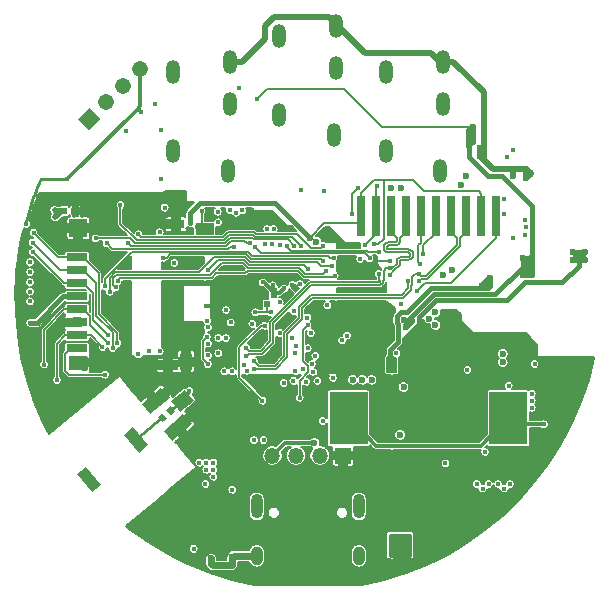
<source format=gbl>
G04 #@! TF.GenerationSoftware,KiCad,Pcbnew,5.1.5+dfsg1-2build2*
G04 #@! TF.CreationDate,2020-11-19T19:26:10+01:00*
G04 #@! TF.ProjectId,OtterCastAudioV2,4f747465-7243-4617-9374-417564696f56,rev?*
G04 #@! TF.SameCoordinates,Original*
G04 #@! TF.FileFunction,Copper,L4,Bot*
G04 #@! TF.FilePolarity,Positive*
%FSLAX46Y46*%
G04 Gerber Fmt 4.6, Leading zero omitted, Abs format (unit mm)*
G04 Created by KiCad (PCBNEW 5.1.5+dfsg1-2build2) date 2020-11-19 19:26:10*
%MOMM*%
%LPD*%
G04 APERTURE LIST*
%ADD10R,0.700000X3.500000*%
%ADD11R,3.280000X4.500000*%
%ADD12O,1.200000X2.000000*%
%ADD13R,0.500000X0.600000*%
%ADD14C,0.100000*%
%ADD15C,1.350000*%
%ADD16O,1.350000X1.350000*%
%ADD17R,1.350000X1.350000*%
%ADD18O,1.000000X2.100000*%
%ADD19O,1.000000X1.600000*%
%ADD20R,1.550000X1.000000*%
%ADD21R,1.500000X1.500000*%
%ADD22R,1.750000X0.700000*%
%ADD23R,1.400000X0.800000*%
%ADD24R,1.000000X1.450000*%
%ADD25R,1.500000X0.800000*%
%ADD26R,1.500000X1.300000*%
%ADD27R,0.600000X0.900000*%
%ADD28C,0.600000*%
%ADD29C,0.450000*%
%ADD30C,0.400000*%
%ADD31C,0.200000*%
%ADD32C,0.300000*%
%ADD33C,0.500000*%
%ADD34C,0.250000*%
%ADD35C,0.600000*%
%ADD36C,0.127000*%
%ADD37C,0.254000*%
G04 APERTURE END LIST*
D10*
X114645000Y-93100000D03*
X112105000Y-93100000D03*
X113375000Y-93100000D03*
X109565000Y-93100000D03*
X110835000Y-93100000D03*
X107025000Y-93100000D03*
X108295000Y-93100000D03*
X105755000Y-93100000D03*
X115915000Y-93100000D03*
X104485000Y-93100000D03*
D11*
X103440000Y-110250000D03*
X116960000Y-110250000D03*
D12*
X97580000Y-77900000D03*
X97580000Y-84600000D03*
X102200000Y-86300000D03*
X102420000Y-80600000D03*
X102420000Y-77000000D03*
X106580000Y-80950000D03*
X106580000Y-87650000D03*
X111200000Y-89350000D03*
X111420000Y-83650000D03*
X111420000Y-80050000D03*
X88580000Y-80950000D03*
X88580000Y-87650000D03*
X93200000Y-89350000D03*
X93420000Y-83650000D03*
X93420000Y-80050000D03*
D13*
X80320000Y-92700000D03*
X79380000Y-92700000D03*
G04 #@! TA.AperFunction,SMDPad,CuDef*
D14*
G36*
X87667910Y-110080213D02*
G01*
X87796467Y-110233422D01*
X85498334Y-112161785D01*
X85369777Y-112008576D01*
X87667910Y-110080213D01*
G37*
G04 #@! TD.AperFunction*
G04 #@! TA.AperFunction,SMDPad,CuDef*
G36*
X87677240Y-109811302D02*
G01*
X88062912Y-110270928D01*
X87679890Y-110592322D01*
X87294218Y-110132696D01*
X87677240Y-109811302D01*
G37*
G04 #@! TD.AperFunction*
G04 #@! TA.AperFunction,SMDPad,CuDef*
G36*
X85918043Y-109068252D02*
G01*
X87603341Y-107654119D01*
X88310407Y-108496768D01*
X86625109Y-109910901D01*
X85918043Y-109068252D01*
G37*
G04 #@! TD.AperFunction*
G04 #@! TA.AperFunction,SMDPad,CuDef*
G36*
X87782127Y-111289781D02*
G01*
X89467425Y-109875648D01*
X90174491Y-110718297D01*
X88489193Y-112132430D01*
X87782127Y-111289781D01*
G37*
G04 #@! TD.AperFunction*
G04 #@! TA.AperFunction,SMDPad,CuDef*
G36*
X85181951Y-110991314D02*
G01*
X86467526Y-112523403D01*
X85701481Y-113166190D01*
X84415906Y-111634101D01*
X85181951Y-110991314D01*
G37*
G04 #@! TD.AperFunction*
G04 #@! TA.AperFunction,SMDPad,CuDef*
G36*
X81718049Y-116508686D02*
G01*
X80432474Y-114976597D01*
X81198519Y-114333810D01*
X82484094Y-115865899D01*
X81718049Y-116508686D01*
G37*
G04 #@! TD.AperFunction*
G04 #@! TA.AperFunction,SMDPad,CuDef*
G36*
X90347050Y-108745932D02*
G01*
X89197984Y-109710114D01*
X88876590Y-109327091D01*
X88654437Y-109513500D01*
X88782994Y-109666709D01*
X88399972Y-109988102D01*
X88014300Y-109528476D01*
X88397322Y-109207082D01*
X88525879Y-109360291D01*
X88748032Y-109173882D01*
X88426638Y-108790860D01*
X89575705Y-107826679D01*
X90347050Y-108745932D01*
G37*
G04 #@! TD.AperFunction*
D15*
X85789751Y-80697272D02*
X85789751Y-80697272D01*
X84363250Y-82099091D02*
X84363250Y-82099091D01*
X82936750Y-83500909D02*
X82936750Y-83500909D01*
G04 #@! TA.AperFunction,ComponentPad*
D14*
G36*
X82464807Y-84911058D02*
G01*
X81501919Y-85857286D01*
X80555691Y-84894398D01*
X81518579Y-83948170D01*
X82464807Y-84911058D01*
G37*
G04 #@! TD.AperFunction*
D16*
X97000000Y-113400000D03*
X99000000Y-113400000D03*
X101000000Y-113400000D03*
D17*
X103000000Y-113400000D03*
D18*
X95680000Y-117715000D03*
X104320000Y-117715000D03*
D19*
X95680000Y-121895000D03*
X104320000Y-121895000D03*
D20*
X91250000Y-94225000D03*
D21*
X80575000Y-94175000D03*
D22*
X80450000Y-96625000D03*
X80450000Y-97725000D03*
X80450000Y-98825000D03*
X80450000Y-99925000D03*
X80450000Y-101025000D03*
X80450000Y-102125000D03*
X80450000Y-103225000D03*
D23*
X88825000Y-93825000D03*
D24*
X89675000Y-105450000D03*
D25*
X88175000Y-105775000D03*
D26*
X80575000Y-105525000D03*
D22*
X80450000Y-104325000D03*
D27*
X95600000Y-99600000D03*
X97100000Y-99600000D03*
G04 #@! TA.AperFunction,SMDPad,CuDef*
D14*
G36*
X98232305Y-99493431D02*
G01*
X98656569Y-99917695D01*
X98303015Y-100271249D01*
X97878751Y-99846985D01*
X98232305Y-99493431D01*
G37*
G04 #@! TD.AperFunction*
G04 #@! TA.AperFunction,SMDPad,CuDef*
G36*
X98896985Y-98828751D02*
G01*
X99321249Y-99253015D01*
X98967695Y-99606569D01*
X98543431Y-99182305D01*
X98896985Y-98828751D01*
G37*
G04 #@! TD.AperFunction*
D13*
X95580000Y-100600000D03*
X96520000Y-100600000D03*
D28*
X108400000Y-117050000D03*
X107200000Y-117050000D03*
X107200000Y-118250000D03*
X108400000Y-118250000D03*
D29*
X89040000Y-93790000D03*
D28*
X100600000Y-108450000D03*
X80875000Y-102125000D03*
X78250000Y-104300000D03*
X81150000Y-105200000D03*
X81150000Y-105950000D03*
D29*
X92700000Y-94175000D03*
X116625000Y-92925000D03*
X116625000Y-91675000D03*
D28*
X105150000Y-103750000D03*
X105150000Y-103050000D03*
X110700000Y-108800000D03*
X113000000Y-90500000D03*
X113400000Y-89725000D03*
X122440000Y-96850000D03*
X123440000Y-96150000D03*
X122440000Y-96150000D03*
X123440000Y-96850000D03*
X109440000Y-102650000D03*
X111450000Y-98150000D03*
X112200000Y-97700000D03*
X111700000Y-108800000D03*
X112700000Y-108800000D03*
X113700000Y-108800000D03*
X110700000Y-109800000D03*
X111700000Y-109800000D03*
X112700000Y-109800000D03*
X113700000Y-109800000D03*
X110700000Y-110800000D03*
X111700000Y-110800000D03*
X112700000Y-110800000D03*
X113700000Y-110800000D03*
X110700000Y-111800000D03*
X111700000Y-111800000D03*
X112700000Y-111800000D03*
X113700000Y-111800000D03*
D29*
X109100000Y-104850000D03*
X109800000Y-104850000D03*
X108500000Y-105150000D03*
X111050000Y-105700000D03*
X96195000Y-103555000D03*
X95562500Y-100312500D03*
X95537500Y-99637500D03*
X94237500Y-99637500D03*
X94250000Y-100950000D03*
D28*
X105225000Y-101350000D03*
D29*
X100100000Y-101050000D03*
D28*
X109200000Y-113250000D03*
X113675000Y-115350000D03*
X111800000Y-115350000D03*
X110700000Y-116700000D03*
X110000000Y-116700000D03*
X112500000Y-117450000D03*
X114400000Y-117900000D03*
X115000000Y-118550000D03*
X116400000Y-117850000D03*
X117700000Y-116800000D03*
X118000000Y-114000000D03*
X118000000Y-115000000D03*
X118000000Y-116000000D03*
X119000000Y-114000000D03*
X120000000Y-114000000D03*
X121250000Y-111500000D03*
X121250000Y-110500000D03*
X121250000Y-109500000D03*
X121250000Y-108500000D03*
X120500000Y-107500000D03*
X107250000Y-107300000D03*
X105300000Y-106190000D03*
X104600000Y-106190000D03*
X105300000Y-105150000D03*
X107050000Y-103300000D03*
X111950000Y-102850000D03*
X111950000Y-103850000D03*
X111950000Y-104850000D03*
X111550000Y-102050000D03*
X109900000Y-103300000D03*
X108950000Y-103300000D03*
X111550000Y-101350000D03*
X114050000Y-104675000D03*
X114900000Y-104675000D03*
X115750000Y-104675000D03*
X116500000Y-104000000D03*
X120500000Y-106500000D03*
X120450000Y-105500000D03*
X121500000Y-105500000D03*
X122500000Y-105500000D03*
X123500000Y-105520000D03*
X109200000Y-116150000D03*
X109200000Y-116950000D03*
X109200000Y-117800000D03*
X104350000Y-115425000D03*
D29*
X110350000Y-115225000D03*
D28*
X116450000Y-113050000D03*
X116450000Y-113950000D03*
X105225000Y-100660010D03*
X117890020Y-105325000D03*
D29*
X97325000Y-104200000D03*
X98150000Y-100070000D03*
X102149702Y-102227843D03*
X91400000Y-100749994D03*
X96275000Y-92875000D03*
X88750000Y-104000000D03*
X89975000Y-104025000D03*
X89350000Y-104000000D03*
D28*
X107000000Y-90750000D03*
X107925002Y-90750000D03*
D29*
X106920000Y-96930000D03*
X104180000Y-97370000D03*
X103480000Y-99414490D03*
X98670000Y-101720000D03*
X96189507Y-101873671D03*
X102850000Y-106590002D03*
X102214998Y-105125000D03*
D28*
X101584262Y-95057166D03*
D29*
X90560000Y-102965022D03*
X97679937Y-98789907D03*
X93658827Y-98378510D03*
X94368662Y-97581499D03*
X90139998Y-94500000D03*
X94273510Y-102262224D03*
D28*
X78250000Y-105350000D03*
X76900000Y-105825000D03*
X76890000Y-104755000D03*
X75825000Y-102050000D03*
X79350000Y-95325000D03*
X81150000Y-95400000D03*
X84825000Y-97275000D03*
X83800000Y-96425000D03*
X82025000Y-96525000D03*
X83725000Y-100200000D03*
X82825000Y-101150000D03*
X84600000Y-101350000D03*
X84600000Y-102600000D03*
X84675000Y-103850000D03*
X79175000Y-102125000D03*
X87875000Y-103675000D03*
X87850000Y-102075000D03*
X87925000Y-100450000D03*
D29*
X87825000Y-97450000D03*
X87825000Y-98800000D03*
X88630000Y-99375000D03*
X96975000Y-92950000D03*
D28*
X79120000Y-109970000D03*
X80220000Y-108970000D03*
X81320000Y-107970000D03*
X78020000Y-110970000D03*
X85400000Y-119600000D03*
X86500000Y-118600000D03*
X87600000Y-117600000D03*
X88700000Y-116600000D03*
X86000000Y-108000000D03*
X89300000Y-112000000D03*
X90400000Y-110200000D03*
X88400000Y-107800000D03*
X92700000Y-110500000D03*
X92700000Y-109200000D03*
X90800000Y-111800000D03*
X93600000Y-113500000D03*
X93100000Y-115600000D03*
D29*
X91600000Y-117050000D03*
D28*
X92100000Y-119000000D03*
X93700000Y-119000000D03*
X92400000Y-121100000D03*
X90790000Y-120610000D03*
X91130000Y-120050000D03*
X90400000Y-118700000D03*
X90500000Y-119700000D03*
X96000000Y-114900000D03*
X97300000Y-114500000D03*
X98300000Y-114500000D03*
X105100000Y-116200000D03*
X105600000Y-117200000D03*
X105600000Y-118300000D03*
X97400000Y-112100000D03*
X98600000Y-111600000D03*
D29*
X96550000Y-111000000D03*
X96600000Y-109200000D03*
X97210000Y-108290000D03*
X97580000Y-107720000D03*
X96298074Y-99753639D03*
X97580000Y-102330000D03*
X94550000Y-108800000D03*
X77275000Y-91900000D03*
X77300000Y-92950000D03*
X76800000Y-92950000D03*
X81600000Y-92400000D03*
X81100000Y-92700000D03*
X81600000Y-93050000D03*
X88570000Y-91830000D03*
X85200000Y-91250000D03*
D28*
X92800000Y-117050000D03*
D29*
X92800000Y-118250000D03*
D28*
X96820000Y-119120000D03*
X96800000Y-115980000D03*
X98640000Y-118970000D03*
X101370000Y-118990000D03*
X101380000Y-115060000D03*
X112500000Y-118250000D03*
X112500000Y-119000000D03*
X114000000Y-116900000D03*
X113750000Y-118400000D03*
X110350000Y-118200000D03*
X107300000Y-113300000D03*
D29*
X93636300Y-103548572D03*
X89975000Y-107950000D03*
X99850000Y-107150000D03*
D28*
X115400000Y-98375000D03*
D29*
X106900000Y-105225000D03*
X107260000Y-105550000D03*
X106900000Y-105875000D03*
X107275000Y-106200000D03*
X99959664Y-101723471D03*
X100249213Y-103027024D03*
X119200000Y-105650000D03*
X100800000Y-107100000D03*
D28*
X104600000Y-107000000D03*
X103800000Y-107000000D03*
X105400000Y-107000000D03*
D29*
X90025000Y-93150000D03*
D28*
X115425000Y-99039990D03*
X114700000Y-99039990D03*
D29*
X99013971Y-104123940D03*
D28*
X100160022Y-94950000D03*
D29*
X98674997Y-98974997D03*
X99325000Y-98875000D03*
X90024555Y-93699110D03*
X105640000Y-95500000D03*
D28*
X100720000Y-95290000D03*
D29*
X76156253Y-93790854D03*
X79640016Y-89970000D03*
X88690000Y-97100000D03*
X85850000Y-84300000D03*
X77050000Y-102180000D03*
X76490000Y-102180000D03*
X92000000Y-115200000D03*
X91400000Y-114600000D03*
D28*
X108100000Y-107600000D03*
D29*
X114800000Y-116200000D03*
X116600000Y-116200000D03*
X117100000Y-115800000D03*
X115300000Y-115800000D03*
X114300000Y-115800000D03*
X116100000Y-115800000D03*
X90800000Y-114000000D03*
X92000000Y-114600000D03*
X91400000Y-114000000D03*
X92000000Y-114000000D03*
D28*
X116500000Y-105500000D03*
X116500000Y-104800000D03*
X107800000Y-111650000D03*
D29*
X118950000Y-109350000D03*
X118950000Y-108750000D03*
X118950000Y-108150000D03*
X91325000Y-115800000D03*
D28*
X100550000Y-112325000D03*
D29*
X111650000Y-114075000D03*
X93600002Y-116300000D03*
D28*
X108400000Y-120400000D03*
X107200000Y-121600000D03*
X107200000Y-120400000D03*
X108400000Y-121600000D03*
X91799996Y-122100000D03*
X93600000Y-122000000D03*
D29*
X96550000Y-94225000D03*
X97100000Y-94225000D03*
X97600000Y-95600000D03*
X96975000Y-95525000D03*
X96350000Y-95500000D03*
D28*
X110250000Y-101800000D03*
X110800000Y-101250000D03*
X110800000Y-102350000D03*
D29*
X97609508Y-100409499D03*
X98829943Y-101183314D03*
X97020000Y-98990000D03*
X97994847Y-99252989D03*
X96177829Y-98750009D03*
X101250000Y-110475000D03*
X115000000Y-113100000D03*
X117000000Y-107500000D03*
X99975000Y-102375000D03*
X99300000Y-108500000D03*
D28*
X113950000Y-86850000D03*
X113950000Y-86200000D03*
X113950000Y-85550000D03*
X118950000Y-96700000D03*
X118950000Y-98100000D03*
X108175000Y-101900000D03*
X108326256Y-102542678D03*
X108821231Y-102047703D03*
X118250000Y-98100000D03*
X118250000Y-96700000D03*
D29*
X107500000Y-104750000D03*
X95425000Y-112100000D03*
X96250000Y-112100000D03*
X97956790Y-107256790D03*
X95650000Y-83200000D03*
X94825000Y-106225000D03*
X94625000Y-105725000D03*
X96850000Y-101275000D03*
X95550000Y-101275000D03*
X93600000Y-106275000D03*
X92925000Y-106275000D03*
X95298510Y-102250000D03*
X91526140Y-105641275D03*
X91470000Y-103358510D03*
D28*
X118500000Y-89150000D03*
X118500000Y-89900000D03*
X114550000Y-88050000D03*
X114550000Y-87400000D03*
X117325000Y-89725000D03*
D29*
X103775000Y-92974996D03*
X104228213Y-90778207D03*
X116889990Y-88100000D03*
X101350000Y-90975000D03*
X99400000Y-90950000D03*
X117350000Y-87547192D03*
X96332868Y-102415022D03*
X96150000Y-108750000D03*
X109765018Y-96325000D03*
X109515002Y-97150000D03*
X103950000Y-108250000D03*
X104750000Y-109600000D03*
X104000000Y-109750000D03*
X103400000Y-109750000D03*
X117400000Y-109110000D03*
X116500000Y-110350000D03*
X115965000Y-110370000D03*
X119975000Y-110750000D03*
X103450000Y-108250000D03*
X84600000Y-85900000D03*
X93375000Y-92625000D03*
X94450000Y-92650000D03*
X87025000Y-83600000D03*
X91000000Y-92700000D03*
X98925077Y-106251490D03*
X90625000Y-94010022D03*
X98935121Y-104678377D03*
X83875000Y-103875000D03*
X76775002Y-94540000D03*
X99981512Y-104313839D03*
X83473510Y-104309649D03*
X76695002Y-95370000D03*
X99602643Y-106037230D03*
X83050000Y-103175000D03*
X76705002Y-96200000D03*
X100631512Y-104963839D03*
X77650000Y-105700000D03*
X83050000Y-103850000D03*
X78750006Y-107000000D03*
X100351760Y-105656529D03*
X82610521Y-104200000D03*
X100425000Y-106310003D03*
X82825000Y-106560024D03*
X103300000Y-103240000D03*
X97610000Y-103010000D03*
X104410000Y-96750000D03*
X102880000Y-103660000D03*
X98685510Y-103430662D03*
X107870000Y-100570000D03*
X109399460Y-98021113D03*
X95450000Y-106050000D03*
X109399460Y-98598115D03*
X95431512Y-105386161D03*
X108450002Y-98611250D03*
X106931729Y-97554136D03*
X94781512Y-104963839D03*
X106931729Y-98131138D03*
X106005001Y-98024645D03*
X94781512Y-104313839D03*
X105220024Y-96700000D03*
X95548507Y-95785876D03*
X105993183Y-96169373D03*
X98217946Y-95663710D03*
X93469737Y-102130800D03*
X87600000Y-90000000D03*
X93080000Y-101070000D03*
X87593210Y-85843210D03*
X92365002Y-92750000D03*
X91480000Y-101980000D03*
X92399061Y-93656107D03*
X91533993Y-102542989D03*
X102125000Y-106825000D03*
X101652825Y-100697013D03*
X113500000Y-106160010D03*
X90325000Y-121300000D03*
X92410000Y-103440000D03*
X94150000Y-82300000D03*
X118433298Y-94089207D03*
X101999813Y-97321824D03*
X83225000Y-99525000D03*
X76459998Y-100350000D03*
X118370000Y-94700000D03*
X102265110Y-98183686D03*
X83900000Y-98600000D03*
X76459998Y-97860000D03*
X118390000Y-93500000D03*
X102173214Y-96690469D03*
X82800000Y-99050000D03*
X76459998Y-99520000D03*
X101509506Y-97809497D03*
X117324998Y-95024998D03*
X83715958Y-99164361D03*
X76459998Y-98715000D03*
X101300000Y-95625000D03*
X85650000Y-94675000D03*
X101285710Y-96938162D03*
X87750000Y-96650000D03*
X98850000Y-95655002D03*
X82025000Y-95025000D03*
X82950000Y-95425002D03*
X93726490Y-95739479D03*
X84775000Y-95425000D03*
X95125000Y-95419469D03*
X93900000Y-92839984D03*
X87870000Y-92410000D03*
X92409499Y-104740494D03*
X87450000Y-104576490D03*
X99990501Y-97590493D03*
X91575000Y-97700000D03*
X98772012Y-107074493D03*
X76464998Y-97030000D03*
X99450000Y-95655002D03*
X84131878Y-92184999D03*
X87450000Y-94500000D03*
X93059505Y-103440503D03*
X86550000Y-104575000D03*
X91536406Y-103919975D03*
X104804974Y-95600000D03*
X105890000Y-90560000D03*
X109225000Y-99450000D03*
X78600000Y-93200000D03*
X78550000Y-92600000D03*
X91525000Y-104925000D03*
X85650000Y-104825000D03*
D30*
X123289999Y-96500000D02*
X123251091Y-96461091D01*
X123290000Y-96850000D02*
X122975355Y-96849999D01*
X122975355Y-96849999D02*
X122590001Y-96850000D01*
X122590001Y-96850000D02*
X122590001Y-96300001D01*
X123290000Y-96850000D02*
X123290000Y-96300000D01*
X123290000Y-96142893D02*
X122590001Y-96142893D01*
X123251091Y-96461091D02*
X122625357Y-96461091D01*
D31*
X105255000Y-97370000D02*
X104180000Y-97370000D01*
X105695000Y-96930000D02*
X105255000Y-97370000D01*
X106920000Y-96930000D02*
X105695000Y-96930000D01*
D32*
X91400000Y-100749994D02*
X92149994Y-100749994D01*
D31*
X98150000Y-100000000D02*
X98267660Y-99882340D01*
X98150000Y-100070000D02*
X98150000Y-100000000D01*
D32*
X95753639Y-99753639D02*
X95600000Y-99600000D01*
X96298074Y-99753639D02*
X95753639Y-99753639D01*
X96121361Y-99753639D02*
X95562500Y-100312500D01*
X96298074Y-99753639D02*
X96121361Y-99753639D01*
X95537500Y-100287500D02*
X95562500Y-100312500D01*
X95537500Y-99637500D02*
X95537500Y-100287500D01*
D30*
X122940000Y-96885354D02*
X122940000Y-97350000D01*
X122975355Y-96849999D02*
X122940000Y-96885354D01*
X109440000Y-102225736D02*
X109440000Y-102650000D01*
X110882780Y-100270022D02*
X109440000Y-101712802D01*
X116829978Y-100270022D02*
X110882780Y-100270022D01*
X118350000Y-98750000D02*
X116829978Y-100270022D01*
X121540000Y-98750000D02*
X118350000Y-98750000D01*
X109440000Y-101712802D02*
X109440000Y-102225736D01*
X122940000Y-97350000D02*
X121540000Y-98750000D01*
D31*
X88597819Y-109430467D02*
X89386844Y-108768396D01*
X89386844Y-108768396D02*
X89975000Y-108180240D01*
X89975000Y-108180240D02*
X89975000Y-107950000D01*
D30*
X106975000Y-106075000D02*
X106975000Y-106075000D01*
D33*
X114700000Y-99039990D02*
X115425000Y-99039990D01*
X115400000Y-98375000D02*
X115400000Y-99014990D01*
X114735010Y-99039990D02*
X114700000Y-99039990D01*
X115400000Y-99014990D02*
X115425000Y-99039990D01*
X115400000Y-98375000D02*
X114735010Y-99039990D01*
D30*
X106964999Y-106064999D02*
X106975000Y-106075000D01*
X106964999Y-104493199D02*
X106964999Y-106064999D01*
X107660001Y-102260001D02*
X107660001Y-103798197D01*
X107550000Y-102150000D02*
X107660001Y-102260001D01*
X107550000Y-101625000D02*
X107550000Y-102150000D01*
X107925000Y-101250000D02*
X107550000Y-101625000D01*
X108425000Y-101250000D02*
X107925000Y-101250000D01*
X110425000Y-99250000D02*
X108425000Y-101250000D01*
X107660001Y-103798197D02*
X106964999Y-104493199D01*
X115425000Y-99039990D02*
X115214990Y-99250000D01*
X115214990Y-99250000D02*
X110425000Y-99250000D01*
X97235022Y-92025000D02*
X99860023Y-94650001D01*
X90831802Y-92025000D02*
X97235022Y-92025000D01*
X90025000Y-92831802D02*
X90831802Y-92025000D01*
X99860023Y-94650001D02*
X100160022Y-94950000D01*
X90025000Y-93150000D02*
X90025000Y-92831802D01*
X90025000Y-93698665D02*
X90024555Y-93699110D01*
X90025000Y-93150000D02*
X90025000Y-93698665D01*
D31*
X104485000Y-93655000D02*
X104485000Y-93100000D01*
X104390000Y-93750000D02*
X104485000Y-93655000D01*
X101360022Y-93750000D02*
X104390000Y-93750000D01*
X100160022Y-94950000D02*
X101360022Y-93750000D01*
X104485000Y-91150000D02*
X105565000Y-90070000D01*
X104485000Y-93100000D02*
X104485000Y-91150000D01*
X105565000Y-90070000D02*
X106370000Y-90070000D01*
X105958198Y-95500000D02*
X105640000Y-95500000D01*
X106410000Y-95048198D02*
X105958198Y-95500000D01*
X106410000Y-90110000D02*
X106410000Y-95048198D01*
X106370000Y-90070000D02*
X106410000Y-90110000D01*
X114450000Y-91030000D02*
X114645000Y-91225000D01*
X114645000Y-91225000D02*
X114645000Y-93100000D01*
X108890000Y-90070000D02*
X109850000Y-91030000D01*
X109850000Y-91030000D02*
X114450000Y-91030000D01*
X106370000Y-90070000D02*
X108890000Y-90070000D01*
X99275000Y-98875000D02*
X98932340Y-99217660D01*
X99325000Y-98875000D02*
X99275000Y-98875000D01*
X98689677Y-98974997D02*
X98932340Y-99217660D01*
X98674997Y-98974997D02*
X98689677Y-98974997D01*
D34*
X79610016Y-90000000D02*
X79640016Y-89970000D01*
X77346215Y-90057888D02*
X77372059Y-90000000D01*
X76156253Y-93790854D02*
X76074295Y-93708895D01*
X77372059Y-90000000D02*
X79610016Y-90000000D01*
X76271306Y-93000811D02*
X76361880Y-92700765D01*
X76074295Y-93708895D02*
X76101549Y-93604407D01*
X76101549Y-93604407D02*
X76184507Y-93302100D01*
X76656421Y-91807509D02*
X76762108Y-91512365D01*
X76184507Y-93302100D02*
X76271306Y-93000811D01*
X76554465Y-92104023D02*
X76656421Y-91807509D01*
X77101500Y-90635264D02*
X77222003Y-90345857D01*
X76456307Y-92401704D02*
X76554465Y-92104023D01*
X77222003Y-90345857D02*
X77346215Y-90057888D01*
X76361880Y-92700765D02*
X76456307Y-92401704D01*
X76762108Y-91512365D02*
X76871511Y-91218624D01*
X76871511Y-91218624D02*
X76984673Y-90926176D01*
X76984673Y-90926176D02*
X77101500Y-90635264D01*
D32*
X85789751Y-80697272D02*
X85789751Y-83820265D01*
X85580008Y-84030008D02*
X85850000Y-84300000D01*
X85789751Y-83820265D02*
X85580008Y-84030008D01*
X85580008Y-84030008D02*
X79640016Y-89970000D01*
D30*
X76490000Y-102180000D02*
X77140000Y-102180000D01*
X79305000Y-99925000D02*
X77050000Y-102180000D01*
X80450000Y-99925000D02*
X79305000Y-99925000D01*
D32*
X98075000Y-112325000D02*
X97000000Y-113400000D01*
X100550000Y-112325000D02*
X98075000Y-112325000D01*
D35*
X93705000Y-121895000D02*
X93600000Y-122000000D01*
X95680000Y-121895000D02*
X93705000Y-121895000D01*
X93600000Y-122645000D02*
X93600000Y-122000000D01*
X93545000Y-122700000D02*
X93600000Y-122645000D01*
X91799996Y-122574260D02*
X91925736Y-122700000D01*
X91925736Y-122700000D02*
X93545000Y-122700000D01*
X91799996Y-122100000D02*
X91799996Y-122574260D01*
D32*
X96250009Y-98750009D02*
X97100000Y-99600000D01*
X96177829Y-98750009D02*
X96250009Y-98750009D01*
X97020000Y-99520000D02*
X97100000Y-99600000D01*
X97020000Y-98990000D02*
X97020000Y-99520000D01*
X97647836Y-99600000D02*
X97100000Y-99600000D01*
X97994847Y-99252989D02*
X97647836Y-99600000D01*
D36*
X99300000Y-107050000D02*
X99300000Y-108500000D01*
X100000000Y-106350000D02*
X99300000Y-107050000D01*
X100000000Y-106229655D02*
X100000000Y-106350000D01*
X100001144Y-106228511D02*
X100000000Y-106229655D01*
X100001144Y-105845949D02*
X100001144Y-106228511D01*
X99550000Y-105394805D02*
X100001144Y-105845949D01*
X99550000Y-102800000D02*
X99550000Y-105394805D01*
X99975000Y-102375000D02*
X99550000Y-102800000D01*
D30*
X118950000Y-96700000D02*
X118950000Y-98100000D01*
X118250000Y-96700000D02*
X118250000Y-98100000D01*
X118600000Y-96750000D02*
X118600000Y-98100000D01*
X118550000Y-96700000D02*
X118600000Y-96750000D01*
X118600000Y-98100000D02*
X118950000Y-98100000D01*
X118250000Y-98100000D02*
X118600000Y-98100000D01*
X118950000Y-96700000D02*
X118550000Y-96700000D01*
X118550000Y-96700000D02*
X118250000Y-96700000D01*
D33*
X113650001Y-87149999D02*
X113950000Y-86850000D01*
X113650001Y-86499999D02*
X113950000Y-86200000D01*
X113650001Y-87149999D02*
X113650001Y-86499999D01*
X113950000Y-85550000D02*
X113950000Y-86850000D01*
X113650000Y-85850000D02*
X113950000Y-85550000D01*
X113650000Y-87250000D02*
X113650000Y-85850000D01*
D30*
X108326256Y-102542678D02*
X108821231Y-102047703D01*
X115839989Y-99760011D02*
X110664989Y-99760011D01*
X108326256Y-102118414D02*
X108326256Y-102542678D01*
X108326256Y-102098744D02*
X108326256Y-102118414D01*
X110664989Y-99760011D02*
X108326256Y-102098744D01*
X118200000Y-97400000D02*
X115839989Y-99760011D01*
D36*
X96510000Y-82340000D02*
X95650000Y-83200000D01*
X103090000Y-82340000D02*
X96510000Y-82340000D01*
X106300000Y-85550000D02*
X103090000Y-82340000D01*
X113950000Y-85550000D02*
X106300000Y-85550000D01*
D30*
X119000000Y-96500000D02*
X118200000Y-97300000D01*
X119000000Y-92300000D02*
X119000000Y-96500000D01*
X116450000Y-89750000D02*
X119000000Y-92300000D01*
X115250000Y-89750000D02*
X116450000Y-89750000D01*
X113650000Y-88150000D02*
X115250000Y-89750000D01*
X113650001Y-87149999D02*
X113650000Y-88150000D01*
D31*
X96475000Y-101275000D02*
X96520000Y-101230000D01*
X96850000Y-101275000D02*
X96475000Y-101275000D01*
X96520000Y-101230000D02*
X96520000Y-100600000D01*
X96475000Y-101275000D02*
X95550000Y-101275000D01*
D36*
X91100000Y-103728510D02*
X91245001Y-103583509D01*
X91100000Y-105215135D02*
X91100000Y-103728510D01*
X91526140Y-105641275D02*
X91100000Y-105215135D01*
X91245001Y-103583509D02*
X91470000Y-103358510D01*
D33*
X114550000Y-88050000D02*
X114550000Y-87400000D01*
X118850000Y-89550000D02*
X118500000Y-89900000D01*
X118850000Y-89500000D02*
X118500000Y-89150000D01*
X118500000Y-89900000D02*
X118500000Y-89150000D01*
X117000000Y-89150000D02*
X115650000Y-89150000D01*
X118500000Y-89150000D02*
X117000000Y-89150000D01*
X114900000Y-87750000D02*
X114900000Y-88400000D01*
X114550000Y-87400000D02*
X114900000Y-87750000D01*
X114900000Y-88400000D02*
X114550000Y-88050000D01*
X115650000Y-89150000D02*
X114900000Y-88400000D01*
X117325000Y-89175000D02*
X117325000Y-89725000D01*
X117300000Y-89150000D02*
X117325000Y-89175000D01*
X117000000Y-89150000D02*
X117300000Y-89150000D01*
X96350000Y-77000000D02*
X96350000Y-78128206D01*
X94300000Y-80050000D02*
X93200000Y-80050000D01*
X101750000Y-76250000D02*
X97100000Y-76250000D01*
X96350000Y-78128206D02*
X94428206Y-80050000D01*
X104800000Y-79300000D02*
X101750000Y-76250000D01*
X110450000Y-79300000D02*
X104800000Y-79300000D01*
X94428206Y-80050000D02*
X94300000Y-80050000D01*
X111200000Y-80050000D02*
X110450000Y-79300000D01*
X112300000Y-80050000D02*
X111200000Y-80050000D01*
X114900000Y-82650000D02*
X112300000Y-80050000D01*
X97100000Y-76250000D02*
X96350000Y-77000000D01*
X114900000Y-87750000D02*
X114900000Y-82650000D01*
D31*
X103775000Y-91231420D02*
X104228213Y-90778207D01*
X103775000Y-92974996D02*
X103775000Y-91231420D01*
D36*
X94200000Y-106800000D02*
X96150000Y-108750000D01*
X94200000Y-104250000D02*
X94200000Y-106800000D01*
X96034978Y-102415022D02*
X94200000Y-104250000D01*
X96332868Y-102415022D02*
X96034978Y-102415022D01*
X110835000Y-94540000D02*
X109765018Y-95609982D01*
X109765018Y-95609982D02*
X109765018Y-96325000D01*
X110835000Y-93100000D02*
X110835000Y-94540000D01*
X109350000Y-96984998D02*
X109515002Y-97150000D01*
X109350000Y-95600000D02*
X109350000Y-96984998D01*
X109565000Y-95385000D02*
X109350000Y-95600000D01*
X109565000Y-93100000D02*
X109565000Y-95385000D01*
D32*
X114630000Y-112580000D02*
X116960000Y-110250000D01*
X105780000Y-112580000D02*
X114630000Y-112580000D01*
X103450000Y-110250000D02*
X105780000Y-112580000D01*
X103440000Y-110250000D02*
X103450000Y-110250000D01*
X118300000Y-110750000D02*
X119975000Y-110750000D01*
X117800000Y-110250000D02*
X118300000Y-110750000D01*
X116960000Y-110250000D02*
X117800000Y-110250000D01*
D36*
X91025000Y-94225000D02*
X91250000Y-94225000D01*
X91000000Y-94200000D02*
X91025000Y-94225000D01*
X91000000Y-92700000D02*
X91000000Y-94200000D01*
X91035022Y-94010022D02*
X90943198Y-94010022D01*
X90943198Y-94010022D02*
X90625000Y-94010022D01*
X91250000Y-94225000D02*
X91035022Y-94010022D01*
X80975000Y-96625000D02*
X80450000Y-96625000D01*
X82275000Y-101450000D02*
X82275000Y-97925000D01*
X82275000Y-97925000D02*
X80975000Y-96625000D01*
X83875000Y-103050000D02*
X82275000Y-101450000D01*
X83875000Y-103875000D02*
X83875000Y-103050000D01*
X78860002Y-96625000D02*
X76775002Y-94540000D01*
X80450000Y-96625000D02*
X78860002Y-96625000D01*
X80975000Y-97725000D02*
X80450000Y-97725000D01*
X82037989Y-98787989D02*
X80975000Y-97725000D01*
X82037989Y-101548173D02*
X82037989Y-98787989D01*
X83473510Y-102983694D02*
X82037989Y-101548173D01*
X83473510Y-104309649D02*
X83473510Y-102983694D01*
X79050002Y-97725000D02*
X76695002Y-95370000D01*
X80450000Y-97725000D02*
X79050002Y-97725000D01*
X80975000Y-98825000D02*
X80450000Y-98825000D01*
X81800978Y-99650978D02*
X80975000Y-98825000D01*
X81800978Y-101925978D02*
X81800978Y-99650978D01*
X83050000Y-103175000D02*
X81800978Y-101925978D01*
X79330002Y-98825000D02*
X76705002Y-96200000D01*
X80450000Y-98825000D02*
X79330002Y-98825000D01*
X77650000Y-102750000D02*
X77650000Y-105700000D01*
X79375000Y-101025000D02*
X77650000Y-102750000D01*
X80450000Y-101025000D02*
X79375000Y-101025000D01*
X80975000Y-101025000D02*
X80450000Y-101025000D01*
X81563967Y-101613967D02*
X80975000Y-101025000D01*
X81563967Y-102363967D02*
X81563967Y-101613967D01*
X83050000Y-103850000D02*
X81563967Y-102363967D01*
X78750006Y-103922994D02*
X78750006Y-107000000D01*
X79448000Y-103225000D02*
X78750006Y-103922994D01*
X80450000Y-103225000D02*
X79448000Y-103225000D01*
X81625000Y-103225000D02*
X80450000Y-103225000D01*
X82600000Y-104200000D02*
X81625000Y-103225000D01*
X82610521Y-104200000D02*
X82600000Y-104200000D01*
X81139976Y-106560024D02*
X82825000Y-106560024D01*
X79448000Y-106223000D02*
X79785024Y-106560024D01*
X79785024Y-106560024D02*
X81139976Y-106560024D01*
X79448000Y-104802000D02*
X79448000Y-106223000D01*
X79925000Y-104325000D02*
X79448000Y-104802000D01*
X80450000Y-104325000D02*
X79925000Y-104325000D01*
X112613000Y-95587394D02*
X110017780Y-98182614D01*
X112613000Y-95008000D02*
X112613000Y-95587394D01*
X112105000Y-93100000D02*
X112105000Y-94500000D01*
X112105000Y-94500000D02*
X112613000Y-95008000D01*
X110017780Y-98182614D02*
X109560961Y-98182614D01*
X109560961Y-98182614D02*
X109399460Y-98021113D01*
X95841351Y-106050000D02*
X95450000Y-106050000D01*
X99537000Y-101842606D02*
X98257000Y-103122606D01*
X99537000Y-100902606D02*
X99537000Y-101842606D01*
X100372606Y-100067000D02*
X99537000Y-100902606D01*
X108850000Y-98275000D02*
X108850000Y-98975000D01*
X98257000Y-105092606D02*
X97299606Y-106050000D01*
X109399460Y-98021113D02*
X109103887Y-98021113D01*
X108062606Y-100067000D02*
X100372606Y-100067000D01*
X108770553Y-99359053D02*
X108062606Y-100067000D01*
X108770553Y-99041553D02*
X108770553Y-99359053D01*
X108837106Y-98975000D02*
X108770553Y-99041553D01*
X108850000Y-98975000D02*
X108837106Y-98975000D01*
X109103887Y-98021113D02*
X108850000Y-98275000D01*
X98257000Y-103122606D02*
X98257000Y-105092606D01*
X97299606Y-106050000D02*
X95841351Y-106050000D01*
X110122992Y-98436614D02*
X109560961Y-98436614D01*
X112867000Y-95692606D02*
X110122992Y-98436614D01*
X113375000Y-94500000D02*
X112867000Y-95008000D01*
X113375000Y-93100000D02*
X113375000Y-94500000D01*
X109560961Y-98436614D02*
X109399460Y-98598115D01*
X112867000Y-95008000D02*
X112867000Y-95692606D01*
X108450002Y-98611250D02*
X108450002Y-98989998D01*
X108450002Y-98989998D02*
X108450000Y-98990000D01*
X108450000Y-98990000D02*
X108450000Y-99002894D01*
X95841351Y-105796000D02*
X95431512Y-105386161D01*
X99283000Y-100797394D02*
X99283000Y-101737394D01*
X108450000Y-99002894D02*
X108516553Y-99069447D01*
X108516553Y-99253841D02*
X107957394Y-99813000D01*
X98020000Y-104970394D02*
X97194394Y-105796000D01*
X107957394Y-99813000D02*
X100267394Y-99813000D01*
X100267394Y-99813000D02*
X99283000Y-100797394D01*
X99283000Y-101737394D02*
X98020000Y-103000394D01*
X108516553Y-99069447D02*
X108516553Y-99253841D01*
X97194394Y-105796000D02*
X95841351Y-105796000D01*
X98020000Y-103000394D02*
X98020000Y-104970394D01*
X100292606Y-98997000D02*
X97087000Y-102202606D01*
X106931729Y-97554136D02*
X106613531Y-97554136D01*
X106425000Y-97742667D02*
X106425000Y-98537000D01*
X106613531Y-97554136D02*
X106425000Y-97742667D01*
X106425000Y-98537000D02*
X106342000Y-98620000D01*
X106122606Y-98997000D02*
X100292606Y-98997000D01*
X106342000Y-98620000D02*
X106342000Y-98777606D01*
X106342000Y-98777606D02*
X106122606Y-98997000D01*
X97087000Y-102202606D02*
X97087000Y-103832606D01*
X94979512Y-104765839D02*
X94781512Y-104963839D01*
X96153767Y-104765839D02*
X94979512Y-104765839D01*
X97087000Y-103832606D02*
X96153767Y-104765839D01*
X107620775Y-96707480D02*
X107572843Y-96783763D01*
X107760764Y-96595842D02*
X107684481Y-96643774D01*
X107845801Y-96566087D02*
X107760764Y-96595842D01*
X107935327Y-96556000D02*
X107845801Y-96566087D01*
X108487000Y-96556000D02*
X107935327Y-96556000D01*
X108525497Y-96551662D02*
X108487000Y-96556000D01*
X108594864Y-96518256D02*
X108562062Y-96538867D01*
X108622257Y-96490863D02*
X108594864Y-96518256D01*
X108660000Y-96383000D02*
X108655663Y-96421496D01*
X107543088Y-96868800D02*
X107533000Y-96958326D01*
X108655663Y-96344503D02*
X108660000Y-96383000D01*
X108642868Y-96307938D02*
X108655663Y-96344503D01*
X107149520Y-97554136D02*
X106931729Y-97554136D01*
X108622257Y-96275136D02*
X108642868Y-96307938D01*
X108594864Y-96247743D02*
X108622257Y-96275136D01*
X108562062Y-96227132D02*
X108594864Y-96247743D01*
X108525497Y-96214337D02*
X108562062Y-96227132D01*
X106718800Y-96199912D02*
X106808326Y-96210000D01*
X106557480Y-96122225D02*
X106633763Y-96170157D01*
X108642868Y-96458061D02*
X108622257Y-96490863D01*
X106493774Y-96058519D02*
X106557480Y-96122225D01*
X106445842Y-95982236D02*
X106493774Y-96058519D01*
X106406000Y-95807673D02*
X106416087Y-95897199D01*
X106445842Y-95583763D02*
X106416087Y-95668800D01*
X106493774Y-95507480D02*
X106445842Y-95583763D01*
X106416087Y-95668800D02*
X106406000Y-95758326D01*
X106718800Y-95366087D02*
X106633763Y-95395842D01*
X106808326Y-95356000D02*
X106718800Y-95366087D01*
X107360000Y-95356000D02*
X106808326Y-95356000D01*
X107435061Y-95338867D02*
X107398496Y-95351662D01*
X106633763Y-96170157D02*
X106718800Y-96199912D01*
X108655663Y-96421496D02*
X108642868Y-96458061D01*
X106416087Y-95897199D02*
X106445842Y-95982236D01*
X106808326Y-96210000D02*
X108487000Y-96210000D01*
X107533000Y-96958326D02*
X107533000Y-97170656D01*
X107467863Y-95318256D02*
X107435061Y-95338867D01*
X107515867Y-95258061D02*
X107495256Y-95290863D01*
X107572843Y-96783763D02*
X107543088Y-96868800D01*
X107398496Y-95351662D02*
X107360000Y-95356000D01*
X108487000Y-96210000D02*
X108525497Y-96214337D01*
X108562062Y-96538867D02*
X108525497Y-96551662D01*
X107025000Y-94500000D02*
X107533000Y-95008000D01*
X107533000Y-97170656D02*
X107149520Y-97554136D01*
X107025000Y-93100000D02*
X107025000Y-94500000D01*
X107533000Y-95183000D02*
X107528662Y-95221496D01*
X107684481Y-96643774D02*
X107620775Y-96707480D01*
X107533000Y-95008000D02*
X107533000Y-95183000D01*
X106406000Y-95758326D02*
X106406000Y-95807673D01*
X106633763Y-95395842D02*
X106557480Y-95443774D01*
X107528662Y-95221496D02*
X107515867Y-95258061D01*
X106557480Y-95443774D02*
X106493774Y-95507480D01*
X107495256Y-95290863D02*
X107467863Y-95318256D01*
X106088000Y-98672394D02*
X106017394Y-98743000D01*
X106017394Y-98743000D02*
X100187394Y-98743000D01*
X100187394Y-98743000D02*
X96833000Y-102097394D01*
X106005001Y-98024645D02*
X106005001Y-98537001D01*
X106005001Y-98537001D02*
X106088000Y-98620000D01*
X106088000Y-98620000D02*
X106088000Y-98672394D01*
X96833000Y-102097394D02*
X96833000Y-103727394D01*
X94979512Y-104511839D02*
X94781512Y-104313839D01*
X96048555Y-104511839D02*
X94979512Y-104511839D01*
X96833000Y-103727394D02*
X96048555Y-104511839D01*
X106725136Y-95647743D02*
X106697743Y-95675136D01*
X108903913Y-96268800D02*
X108914000Y-96358326D01*
X108511674Y-95956000D02*
X108601200Y-95966087D01*
X106833000Y-95956000D02*
X108511674Y-95956000D01*
X106757938Y-95938867D02*
X106794503Y-95951662D01*
X106697743Y-95890863D02*
X106725136Y-95918256D01*
X106677132Y-95858061D02*
X106697743Y-95890863D01*
X106660000Y-95783000D02*
X106664337Y-95821496D01*
X108762520Y-96722225D02*
X108686237Y-96770157D01*
X106664337Y-95744503D02*
X106660000Y-95783000D01*
X107787000Y-95008000D02*
X107787000Y-95207673D01*
X106697743Y-95675136D02*
X106677132Y-95707938D01*
X106757938Y-95627132D02*
X106725136Y-95647743D01*
X108826226Y-96658519D02*
X108762520Y-96722225D01*
X108914000Y-96358326D02*
X108914000Y-96407673D01*
X106664337Y-95821496D02*
X106677132Y-95858061D01*
X107474199Y-95599912D02*
X107384673Y-95610000D01*
X106725136Y-95918256D02*
X106757938Y-95938867D01*
X106677132Y-95707938D02*
X106664337Y-95744503D01*
X108295000Y-94500000D02*
X107787000Y-95008000D01*
X107635519Y-95522225D02*
X107559236Y-95570157D01*
X108903913Y-96497199D02*
X108874158Y-96582236D01*
X107384673Y-95610000D02*
X106833000Y-95610000D01*
X107787000Y-95207673D02*
X107776912Y-95297199D01*
X107747157Y-95382236D02*
X107699225Y-95458519D01*
X106794503Y-95951662D02*
X106833000Y-95956000D01*
X108686237Y-95995842D02*
X108762520Y-96043774D01*
X107852137Y-96847743D02*
X107824744Y-96875136D01*
X108295000Y-93100000D02*
X108295000Y-94500000D01*
X107559236Y-95570157D02*
X107474199Y-95599912D01*
X106794503Y-95614337D02*
X106757938Y-95627132D01*
X108914000Y-96407673D02*
X108903913Y-96497199D01*
X108762520Y-96043774D02*
X108826226Y-96107480D01*
X107804133Y-96907938D02*
X107791338Y-96944503D01*
X106833000Y-95610000D02*
X106794503Y-95614337D01*
X108826226Y-96107480D02*
X108874158Y-96183763D01*
X108874158Y-96183763D02*
X108903913Y-96268800D01*
X107824744Y-96875136D02*
X107804133Y-96907938D01*
X107791338Y-96944503D02*
X107787000Y-96983000D01*
X108874158Y-96582236D02*
X108826226Y-96658519D01*
X108686237Y-96770157D02*
X108601200Y-96799912D01*
X107787000Y-96983000D02*
X107787000Y-97275867D01*
X107776912Y-95297199D02*
X107747157Y-95382236D01*
X108601200Y-96799912D02*
X108511674Y-96810000D01*
X107699225Y-95458519D02*
X107635519Y-95522225D01*
X108511674Y-96810000D02*
X107960000Y-96810000D01*
X108601200Y-95966087D02*
X108686237Y-95995842D01*
X107960000Y-96810000D02*
X107921504Y-96814337D01*
X107921504Y-96814337D02*
X107884939Y-96827132D01*
X107884939Y-96827132D02*
X107852137Y-96847743D01*
X107787000Y-97275867D02*
X107329126Y-97733741D01*
X107329126Y-97733741D02*
X106931729Y-98131138D01*
X105220024Y-96700000D02*
X104810538Y-96290514D01*
X95773506Y-96010875D02*
X95548507Y-95785876D01*
X96053145Y-96290514D02*
X95773506Y-96010875D01*
X104810538Y-96290514D02*
X96053145Y-96290514D01*
X98607739Y-96053503D02*
X98442945Y-95888709D01*
X98442945Y-95888709D02*
X98217946Y-95663710D01*
X105003503Y-96053503D02*
X98607739Y-96053503D01*
X105119373Y-96169373D02*
X105003503Y-96053503D01*
X105993183Y-96169373D02*
X105119373Y-96169373D01*
X95114816Y-97025000D02*
X94715793Y-96625979D01*
X101999813Y-97321824D02*
X101681615Y-97321824D01*
X83225000Y-99206802D02*
X83225000Y-99525000D01*
X83672194Y-97887990D02*
X83225000Y-98335184D01*
X92074021Y-96625979D02*
X90812010Y-97887990D01*
X94715793Y-96625979D02*
X92074021Y-96625979D01*
X100800000Y-97025000D02*
X95114816Y-97025000D01*
X101150000Y-97375000D02*
X100800000Y-97025000D01*
X101681615Y-97321824D02*
X101628439Y-97375000D01*
X83225000Y-98335184D02*
X83225000Y-99206802D01*
X90812010Y-97887990D02*
X83672194Y-97887990D01*
X101628439Y-97375000D02*
X101150000Y-97375000D01*
X84125000Y-98375000D02*
X83900000Y-98600000D01*
X91850000Y-98375000D02*
X84125000Y-98375000D01*
X92244991Y-97980009D02*
X91850000Y-98375000D01*
X94694991Y-97980009D02*
X92244991Y-97980009D01*
X94925000Y-97750000D02*
X94694991Y-97980009D01*
X99175000Y-97750000D02*
X94925000Y-97750000D01*
X102177290Y-98271506D02*
X99696506Y-98271506D01*
X99696506Y-98271506D02*
X99175000Y-97750000D01*
X102265110Y-98183686D02*
X102177290Y-98271506D01*
X82800000Y-98425000D02*
X82800000Y-99050000D01*
X85087011Y-96137989D02*
X82800000Y-98425000D01*
X94898173Y-96137989D02*
X85087011Y-96137989D01*
X95298174Y-96537990D02*
X94898173Y-96137989D01*
X101702537Y-96537990D02*
X95298174Y-96537990D01*
X101855016Y-96690469D02*
X101702537Y-96537990D01*
X102173214Y-96690469D02*
X101855016Y-96690469D01*
X83775000Y-98125000D02*
X83490959Y-98409041D01*
X101284507Y-98034496D02*
X99794680Y-98034496D01*
X83490959Y-98409041D02*
X83490959Y-98939362D01*
X94519448Y-97100000D02*
X92750000Y-97100000D01*
X101509506Y-97809497D02*
X101284507Y-98034496D01*
X91725000Y-98125000D02*
X83775000Y-98125000D01*
X99794680Y-98034496D02*
X99273173Y-97512989D01*
X94932437Y-97512989D02*
X94519448Y-97100000D01*
X83490959Y-98939362D02*
X83715958Y-99164361D01*
X92750000Y-97100000D02*
X91725000Y-98125000D01*
X99273173Y-97512989D02*
X94932437Y-97512989D01*
X92850001Y-94899999D02*
X85874999Y-94899999D01*
X101300000Y-95625000D02*
X101125000Y-95800000D01*
X101125000Y-95800000D02*
X100225000Y-95800000D01*
X85874999Y-94899999D02*
X85650000Y-94675000D01*
X100225000Y-95800000D02*
X99052475Y-94627475D01*
X99052475Y-94627475D02*
X95593156Y-94627475D01*
X95593156Y-94627475D02*
X95479650Y-94513969D01*
X95479650Y-94513969D02*
X93236031Y-94513969D01*
X93236031Y-94513969D02*
X92850001Y-94899999D01*
X88068198Y-96650000D02*
X87750000Y-96650000D01*
X88343198Y-96375000D02*
X88068198Y-96650000D01*
X94800000Y-96375000D02*
X88343198Y-96375000D01*
X95200001Y-96775001D02*
X94800000Y-96375000D01*
X101122549Y-96775001D02*
X95200001Y-96775001D01*
X101285710Y-96938162D02*
X101122549Y-96775001D01*
X95283302Y-94987989D02*
X93432379Y-94987989D01*
X92993410Y-95426958D02*
X85376958Y-95426958D01*
X82343198Y-95025000D02*
X82025000Y-95025000D01*
X95396810Y-95101497D02*
X95283302Y-94987989D01*
X98850000Y-95655002D02*
X98296495Y-95101497D01*
X93432379Y-94987989D02*
X92993410Y-95426958D01*
X84975000Y-95025000D02*
X82343198Y-95025000D01*
X98296495Y-95101497D02*
X95396810Y-95101497D01*
X85376958Y-95426958D02*
X84975000Y-95025000D01*
X93408292Y-95739479D02*
X93726490Y-95739479D01*
X82950000Y-95425002D02*
X83425978Y-95900980D01*
X83425978Y-95900980D02*
X93246791Y-95900980D01*
X93246791Y-95900980D02*
X93408292Y-95739479D01*
X94622813Y-95235480D02*
X94806802Y-95419469D01*
X94806802Y-95419469D02*
X95125000Y-95419469D01*
X93520072Y-95235480D02*
X94622813Y-95235480D01*
X84775000Y-95425000D02*
X85013969Y-95663969D01*
X93091583Y-95663969D02*
X93520072Y-95235480D01*
X85013969Y-95663969D02*
X93091583Y-95663969D01*
X92412011Y-96862989D02*
X91799999Y-97475001D01*
X91799999Y-97475001D02*
X91575000Y-97700000D01*
X95017622Y-97262990D02*
X94617621Y-96862989D01*
X99990501Y-97590493D02*
X99662998Y-97262990D01*
X94617621Y-96862989D02*
X92412011Y-96862989D01*
X99662998Y-97262990D02*
X95017622Y-97262990D01*
X84131878Y-92503197D02*
X84131878Y-92184999D01*
X92895237Y-95189947D02*
X85489947Y-95189947D01*
X95381476Y-94750979D02*
X93334205Y-94750979D01*
X99450000Y-95655002D02*
X98659484Y-94864486D01*
X93334205Y-94750979D02*
X92895237Y-95189947D01*
X84131878Y-93831878D02*
X84131878Y-92503197D01*
X95494983Y-94864486D02*
X95381476Y-94750979D01*
X98659484Y-94864486D02*
X95494983Y-94864486D01*
X85489947Y-95189947D02*
X84131878Y-93831878D01*
X105755000Y-94649974D02*
X105755000Y-93100000D01*
X104804974Y-95600000D02*
X105755000Y-94649974D01*
X105755000Y-93100000D02*
X105755000Y-90695000D01*
X105755000Y-90695000D02*
X105890000Y-90560000D01*
X115915000Y-91710000D02*
X115915000Y-93100000D01*
X109875000Y-98800000D02*
X109225000Y-99450000D01*
X115915000Y-94977000D02*
X112092000Y-98800000D01*
X112092000Y-98800000D02*
X109875000Y-98800000D01*
X115915000Y-93100000D02*
X115915000Y-94977000D01*
D33*
X79100000Y-92700000D02*
X78600000Y-93200000D01*
X79380000Y-92700000D02*
X79100000Y-92700000D01*
X78650000Y-92700000D02*
X78550000Y-92600000D01*
X79380000Y-92700000D02*
X78650000Y-92700000D01*
D36*
G36*
X112936500Y-101426302D02*
G01*
X112936500Y-102000000D01*
X112937720Y-102012388D01*
X112941334Y-102024300D01*
X112947202Y-102035279D01*
X112955138Y-102044940D01*
X113955138Y-103043206D01*
X113964767Y-103051095D01*
X113975751Y-103056953D01*
X113987666Y-103060557D01*
X113999976Y-103061766D01*
X118473688Y-103063490D01*
X119436500Y-104026302D01*
X119436500Y-105000000D01*
X119437720Y-105012388D01*
X119441334Y-105024300D01*
X119447202Y-105035279D01*
X119455099Y-105044901D01*
X119464721Y-105052798D01*
X119475700Y-105058666D01*
X119487612Y-105062280D01*
X119500000Y-105063500D01*
X124258458Y-105063500D01*
X124243021Y-105153334D01*
X123763961Y-107039535D01*
X123138389Y-108882337D01*
X122370165Y-110670363D01*
X121464013Y-112392621D01*
X120425532Y-114038468D01*
X119261118Y-115597765D01*
X117977962Y-117060885D01*
X116583959Y-118418828D01*
X115087719Y-119663206D01*
X113498441Y-120786366D01*
X111825960Y-121781359D01*
X110080553Y-122642071D01*
X108273010Y-123363181D01*
X107188500Y-123699915D01*
X107188500Y-122190500D01*
X108800000Y-122190500D01*
X108837165Y-122186840D01*
X108872901Y-122175999D01*
X108905836Y-122158395D01*
X108934704Y-122134704D01*
X108958395Y-122105836D01*
X108975999Y-122072901D01*
X108986840Y-122037165D01*
X108990500Y-122000000D01*
X108990500Y-120000000D01*
X108986840Y-119962835D01*
X108975999Y-119927099D01*
X108958395Y-119894164D01*
X108934704Y-119865296D01*
X108905836Y-119841605D01*
X108872901Y-119824001D01*
X108837165Y-119813160D01*
X108800000Y-119809500D01*
X107188500Y-119809500D01*
X107188500Y-115759077D01*
X113884500Y-115759077D01*
X113884500Y-115840923D01*
X113900468Y-115921197D01*
X113931789Y-115996813D01*
X113977260Y-116064866D01*
X114035134Y-116122740D01*
X114103187Y-116168211D01*
X114178803Y-116199532D01*
X114259077Y-116215500D01*
X114340923Y-116215500D01*
X114384500Y-116206832D01*
X114384500Y-116240923D01*
X114400468Y-116321197D01*
X114431789Y-116396813D01*
X114477260Y-116464866D01*
X114535134Y-116522740D01*
X114603187Y-116568211D01*
X114678803Y-116599532D01*
X114759077Y-116615500D01*
X114840923Y-116615500D01*
X114921197Y-116599532D01*
X114996813Y-116568211D01*
X115064866Y-116522740D01*
X115122740Y-116464866D01*
X115168211Y-116396813D01*
X115199532Y-116321197D01*
X115215500Y-116240923D01*
X115215500Y-116206832D01*
X115259077Y-116215500D01*
X115340923Y-116215500D01*
X115421197Y-116199532D01*
X115496813Y-116168211D01*
X115564866Y-116122740D01*
X115622740Y-116064866D01*
X115668211Y-115996813D01*
X115699532Y-115921197D01*
X115700000Y-115918844D01*
X115700468Y-115921197D01*
X115731789Y-115996813D01*
X115777260Y-116064866D01*
X115835134Y-116122740D01*
X115903187Y-116168211D01*
X115978803Y-116199532D01*
X116059077Y-116215500D01*
X116140923Y-116215500D01*
X116184500Y-116206832D01*
X116184500Y-116240923D01*
X116200468Y-116321197D01*
X116231789Y-116396813D01*
X116277260Y-116464866D01*
X116335134Y-116522740D01*
X116403187Y-116568211D01*
X116478803Y-116599532D01*
X116559077Y-116615500D01*
X116640923Y-116615500D01*
X116721197Y-116599532D01*
X116796813Y-116568211D01*
X116864866Y-116522740D01*
X116922740Y-116464866D01*
X116968211Y-116396813D01*
X116999532Y-116321197D01*
X117015500Y-116240923D01*
X117015500Y-116206832D01*
X117059077Y-116215500D01*
X117140923Y-116215500D01*
X117221197Y-116199532D01*
X117296813Y-116168211D01*
X117364866Y-116122740D01*
X117422740Y-116064866D01*
X117468211Y-115996813D01*
X117499532Y-115921197D01*
X117515500Y-115840923D01*
X117515500Y-115759077D01*
X117499532Y-115678803D01*
X117468211Y-115603187D01*
X117422740Y-115535134D01*
X117364866Y-115477260D01*
X117296813Y-115431789D01*
X117221197Y-115400468D01*
X117140923Y-115384500D01*
X117059077Y-115384500D01*
X116978803Y-115400468D01*
X116903187Y-115431789D01*
X116835134Y-115477260D01*
X116777260Y-115535134D01*
X116731789Y-115603187D01*
X116700468Y-115678803D01*
X116684500Y-115759077D01*
X116684500Y-115793168D01*
X116640923Y-115784500D01*
X116559077Y-115784500D01*
X116515500Y-115793168D01*
X116515500Y-115759077D01*
X116499532Y-115678803D01*
X116468211Y-115603187D01*
X116422740Y-115535134D01*
X116364866Y-115477260D01*
X116296813Y-115431789D01*
X116221197Y-115400468D01*
X116140923Y-115384500D01*
X116059077Y-115384500D01*
X115978803Y-115400468D01*
X115903187Y-115431789D01*
X115835134Y-115477260D01*
X115777260Y-115535134D01*
X115731789Y-115603187D01*
X115700468Y-115678803D01*
X115700000Y-115681156D01*
X115699532Y-115678803D01*
X115668211Y-115603187D01*
X115622740Y-115535134D01*
X115564866Y-115477260D01*
X115496813Y-115431789D01*
X115421197Y-115400468D01*
X115340923Y-115384500D01*
X115259077Y-115384500D01*
X115178803Y-115400468D01*
X115103187Y-115431789D01*
X115035134Y-115477260D01*
X114977260Y-115535134D01*
X114931789Y-115603187D01*
X114900468Y-115678803D01*
X114884500Y-115759077D01*
X114884500Y-115793168D01*
X114840923Y-115784500D01*
X114759077Y-115784500D01*
X114715500Y-115793168D01*
X114715500Y-115759077D01*
X114699532Y-115678803D01*
X114668211Y-115603187D01*
X114622740Y-115535134D01*
X114564866Y-115477260D01*
X114496813Y-115431789D01*
X114421197Y-115400468D01*
X114340923Y-115384500D01*
X114259077Y-115384500D01*
X114178803Y-115400468D01*
X114103187Y-115431789D01*
X114035134Y-115477260D01*
X113977260Y-115535134D01*
X113931789Y-115603187D01*
X113900468Y-115678803D01*
X113884500Y-115759077D01*
X107188500Y-115759077D01*
X107188500Y-114034077D01*
X111234500Y-114034077D01*
X111234500Y-114115923D01*
X111250468Y-114196197D01*
X111281789Y-114271813D01*
X111327260Y-114339866D01*
X111385134Y-114397740D01*
X111453187Y-114443211D01*
X111528803Y-114474532D01*
X111609077Y-114490500D01*
X111690923Y-114490500D01*
X111771197Y-114474532D01*
X111846813Y-114443211D01*
X111914866Y-114397740D01*
X111972740Y-114339866D01*
X112018211Y-114271813D01*
X112049532Y-114196197D01*
X112065500Y-114115923D01*
X112065500Y-114034077D01*
X112049532Y-113953803D01*
X112018211Y-113878187D01*
X111972740Y-113810134D01*
X111914866Y-113752260D01*
X111846813Y-113706789D01*
X111771197Y-113675468D01*
X111690923Y-113659500D01*
X111609077Y-113659500D01*
X111528803Y-113675468D01*
X111453187Y-113706789D01*
X111385134Y-113752260D01*
X111327260Y-113810134D01*
X111281789Y-113878187D01*
X111250468Y-113953803D01*
X111234500Y-114034077D01*
X107188500Y-114034077D01*
X107188500Y-112920500D01*
X114613285Y-112920500D01*
X114624174Y-112921572D01*
X114600468Y-112978803D01*
X114584500Y-113059077D01*
X114584500Y-113140923D01*
X114600468Y-113221197D01*
X114631789Y-113296813D01*
X114677260Y-113364866D01*
X114735134Y-113422740D01*
X114803187Y-113468211D01*
X114878803Y-113499532D01*
X114959077Y-113515500D01*
X115040923Y-113515500D01*
X115121197Y-113499532D01*
X115196813Y-113468211D01*
X115264866Y-113422740D01*
X115322740Y-113364866D01*
X115368211Y-113296813D01*
X115399532Y-113221197D01*
X115415500Y-113140923D01*
X115415500Y-113059077D01*
X115399532Y-112978803D01*
X115368211Y-112903187D01*
X115322740Y-112835134D01*
X115264866Y-112777260D01*
X115196813Y-112731789D01*
X115121197Y-112700468D01*
X115040923Y-112684500D01*
X115007038Y-112684500D01*
X115137363Y-112554176D01*
X115143150Y-112573254D01*
X115160839Y-112606348D01*
X115184645Y-112635355D01*
X115213652Y-112659161D01*
X115246746Y-112676850D01*
X115282656Y-112687743D01*
X115320000Y-112691421D01*
X118600000Y-112691421D01*
X118637344Y-112687743D01*
X118673254Y-112676850D01*
X118706348Y-112659161D01*
X118735355Y-112635355D01*
X118759161Y-112606348D01*
X118776850Y-112573254D01*
X118787743Y-112537344D01*
X118791421Y-112500000D01*
X118791421Y-111090500D01*
X119736714Y-111090500D01*
X119778187Y-111118211D01*
X119853803Y-111149532D01*
X119934077Y-111165500D01*
X120015923Y-111165500D01*
X120096197Y-111149532D01*
X120171813Y-111118211D01*
X120239866Y-111072740D01*
X120297740Y-111014866D01*
X120343211Y-110946813D01*
X120374532Y-110871197D01*
X120390500Y-110790923D01*
X120390500Y-110709077D01*
X120374532Y-110628803D01*
X120343211Y-110553187D01*
X120297740Y-110485134D01*
X120239866Y-110427260D01*
X120171813Y-110381789D01*
X120096197Y-110350468D01*
X120015923Y-110334500D01*
X119934077Y-110334500D01*
X119853803Y-110350468D01*
X119778187Y-110381789D01*
X119736714Y-110409500D01*
X118791421Y-110409500D01*
X118791421Y-109734048D01*
X118828803Y-109749532D01*
X118909077Y-109765500D01*
X118990923Y-109765500D01*
X119071197Y-109749532D01*
X119146813Y-109718211D01*
X119214866Y-109672740D01*
X119272740Y-109614866D01*
X119318211Y-109546813D01*
X119349532Y-109471197D01*
X119365500Y-109390923D01*
X119365500Y-109309077D01*
X119349532Y-109228803D01*
X119318211Y-109153187D01*
X119272740Y-109085134D01*
X119237606Y-109050000D01*
X119272740Y-109014866D01*
X119318211Y-108946813D01*
X119349532Y-108871197D01*
X119365500Y-108790923D01*
X119365500Y-108709077D01*
X119349532Y-108628803D01*
X119318211Y-108553187D01*
X119272740Y-108485134D01*
X119237606Y-108450000D01*
X119272740Y-108414866D01*
X119318211Y-108346813D01*
X119349532Y-108271197D01*
X119365500Y-108190923D01*
X119365500Y-108109077D01*
X119349532Y-108028803D01*
X119318211Y-107953187D01*
X119272740Y-107885134D01*
X119214866Y-107827260D01*
X119146813Y-107781789D01*
X119071197Y-107750468D01*
X118990923Y-107734500D01*
X118909077Y-107734500D01*
X118828803Y-107750468D01*
X118753187Y-107781789D01*
X118685134Y-107827260D01*
X118683674Y-107828720D01*
X118673254Y-107823150D01*
X118637344Y-107812257D01*
X118600000Y-107808579D01*
X117279027Y-107808579D01*
X117322740Y-107764866D01*
X117368211Y-107696813D01*
X117399532Y-107621197D01*
X117415500Y-107540923D01*
X117415500Y-107459077D01*
X117399532Y-107378803D01*
X117368211Y-107303187D01*
X117322740Y-107235134D01*
X117264866Y-107177260D01*
X117196813Y-107131789D01*
X117121197Y-107100468D01*
X117040923Y-107084500D01*
X116959077Y-107084500D01*
X116878803Y-107100468D01*
X116803187Y-107131789D01*
X116735134Y-107177260D01*
X116677260Y-107235134D01*
X116631789Y-107303187D01*
X116600468Y-107378803D01*
X116584500Y-107459077D01*
X116584500Y-107540923D01*
X116600468Y-107621197D01*
X116631789Y-107696813D01*
X116677260Y-107764866D01*
X116720973Y-107808579D01*
X115320000Y-107808579D01*
X115282656Y-107812257D01*
X115246746Y-107823150D01*
X115213652Y-107840839D01*
X115184645Y-107864645D01*
X115160839Y-107893652D01*
X115143150Y-107926746D01*
X115132257Y-107962656D01*
X115128579Y-108000000D01*
X115128579Y-111599882D01*
X114488962Y-112239500D01*
X107188500Y-112239500D01*
X107188500Y-111601690D01*
X107309500Y-111601690D01*
X107309500Y-111698310D01*
X107328350Y-111793073D01*
X107365325Y-111882339D01*
X107419004Y-111962675D01*
X107487325Y-112030996D01*
X107567661Y-112084675D01*
X107656927Y-112121650D01*
X107751690Y-112140500D01*
X107848310Y-112140500D01*
X107943073Y-112121650D01*
X108032339Y-112084675D01*
X108112675Y-112030996D01*
X108180996Y-111962675D01*
X108234675Y-111882339D01*
X108271650Y-111793073D01*
X108290500Y-111698310D01*
X108290500Y-111601690D01*
X108271650Y-111506927D01*
X108234675Y-111417661D01*
X108180996Y-111337325D01*
X108112675Y-111269004D01*
X108032339Y-111215325D01*
X107943073Y-111178350D01*
X107848310Y-111159500D01*
X107751690Y-111159500D01*
X107656927Y-111178350D01*
X107567661Y-111215325D01*
X107487325Y-111269004D01*
X107419004Y-111337325D01*
X107365325Y-111417661D01*
X107328350Y-111506927D01*
X107309500Y-111601690D01*
X107188500Y-111601690D01*
X107188500Y-107551690D01*
X107609500Y-107551690D01*
X107609500Y-107648310D01*
X107628350Y-107743073D01*
X107665325Y-107832339D01*
X107719004Y-107912675D01*
X107787325Y-107980996D01*
X107867661Y-108034675D01*
X107956927Y-108071650D01*
X108051690Y-108090500D01*
X108148310Y-108090500D01*
X108243073Y-108071650D01*
X108332339Y-108034675D01*
X108412675Y-107980996D01*
X108480996Y-107912675D01*
X108534675Y-107832339D01*
X108571650Y-107743073D01*
X108590500Y-107648310D01*
X108590500Y-107551690D01*
X108571650Y-107456927D01*
X108534675Y-107367661D01*
X108480996Y-107287325D01*
X108412675Y-107219004D01*
X108332339Y-107165325D01*
X108243073Y-107128350D01*
X108148310Y-107109500D01*
X108051690Y-107109500D01*
X107956927Y-107128350D01*
X107867661Y-107165325D01*
X107787325Y-107219004D01*
X107719004Y-107287325D01*
X107665325Y-107367661D01*
X107628350Y-107456927D01*
X107609500Y-107551690D01*
X107188500Y-107551690D01*
X107188500Y-106615500D01*
X107500000Y-106615500D01*
X107537165Y-106611840D01*
X107572901Y-106600999D01*
X107605836Y-106583395D01*
X107634704Y-106559704D01*
X107658395Y-106530836D01*
X107675999Y-106497901D01*
X107686840Y-106462165D01*
X107690500Y-106425000D01*
X107690500Y-106119087D01*
X113084500Y-106119087D01*
X113084500Y-106200933D01*
X113100468Y-106281207D01*
X113131789Y-106356823D01*
X113177260Y-106424876D01*
X113235134Y-106482750D01*
X113303187Y-106528221D01*
X113378803Y-106559542D01*
X113459077Y-106575510D01*
X113540923Y-106575510D01*
X113621197Y-106559542D01*
X113696813Y-106528221D01*
X113764866Y-106482750D01*
X113822740Y-106424876D01*
X113868211Y-106356823D01*
X113899532Y-106281207D01*
X113915500Y-106200933D01*
X113915500Y-106119087D01*
X113899532Y-106038813D01*
X113868211Y-105963197D01*
X113822740Y-105895144D01*
X113764866Y-105837270D01*
X113696813Y-105791799D01*
X113621197Y-105760478D01*
X113540923Y-105744510D01*
X113459077Y-105744510D01*
X113378803Y-105760478D01*
X113303187Y-105791799D01*
X113235134Y-105837270D01*
X113177260Y-105895144D01*
X113131789Y-105963197D01*
X113100468Y-106038813D01*
X113084500Y-106119087D01*
X107690500Y-106119087D01*
X107690500Y-105120826D01*
X107696813Y-105118211D01*
X107764866Y-105072740D01*
X107822740Y-105014866D01*
X107868211Y-104946813D01*
X107899532Y-104871197D01*
X107915500Y-104790923D01*
X107915500Y-104751690D01*
X116009500Y-104751690D01*
X116009500Y-104848310D01*
X116028350Y-104943073D01*
X116065325Y-105032339D01*
X116119004Y-105112675D01*
X116156329Y-105150000D01*
X116119004Y-105187325D01*
X116065325Y-105267661D01*
X116028350Y-105356927D01*
X116009500Y-105451690D01*
X116009500Y-105548310D01*
X116028350Y-105643073D01*
X116065325Y-105732339D01*
X116119004Y-105812675D01*
X116187325Y-105880996D01*
X116267661Y-105934675D01*
X116356927Y-105971650D01*
X116451690Y-105990500D01*
X116548310Y-105990500D01*
X116643073Y-105971650D01*
X116732339Y-105934675D01*
X116812675Y-105880996D01*
X116880996Y-105812675D01*
X116934675Y-105732339D01*
X116971650Y-105643073D01*
X116978412Y-105609077D01*
X118784500Y-105609077D01*
X118784500Y-105690923D01*
X118800468Y-105771197D01*
X118831789Y-105846813D01*
X118877260Y-105914866D01*
X118935134Y-105972740D01*
X119003187Y-106018211D01*
X119078803Y-106049532D01*
X119159077Y-106065500D01*
X119240923Y-106065500D01*
X119321197Y-106049532D01*
X119396813Y-106018211D01*
X119464866Y-105972740D01*
X119522740Y-105914866D01*
X119568211Y-105846813D01*
X119599532Y-105771197D01*
X119615500Y-105690923D01*
X119615500Y-105609077D01*
X119599532Y-105528803D01*
X119568211Y-105453187D01*
X119522740Y-105385134D01*
X119464866Y-105327260D01*
X119396813Y-105281789D01*
X119321197Y-105250468D01*
X119240923Y-105234500D01*
X119159077Y-105234500D01*
X119078803Y-105250468D01*
X119003187Y-105281789D01*
X118935134Y-105327260D01*
X118877260Y-105385134D01*
X118831789Y-105453187D01*
X118800468Y-105528803D01*
X118784500Y-105609077D01*
X116978412Y-105609077D01*
X116990500Y-105548310D01*
X116990500Y-105451690D01*
X116971650Y-105356927D01*
X116934675Y-105267661D01*
X116880996Y-105187325D01*
X116843671Y-105150000D01*
X116880996Y-105112675D01*
X116934675Y-105032339D01*
X116971650Y-104943073D01*
X116990500Y-104848310D01*
X116990500Y-104751690D01*
X116971650Y-104656927D01*
X116934675Y-104567661D01*
X116880996Y-104487325D01*
X116812675Y-104419004D01*
X116732339Y-104365325D01*
X116643073Y-104328350D01*
X116548310Y-104309500D01*
X116451690Y-104309500D01*
X116356927Y-104328350D01*
X116267661Y-104365325D01*
X116187325Y-104419004D01*
X116119004Y-104487325D01*
X116065325Y-104567661D01*
X116028350Y-104656927D01*
X116009500Y-104751690D01*
X107915500Y-104751690D01*
X107915500Y-104709077D01*
X107899532Y-104628803D01*
X107868211Y-104553187D01*
X107822740Y-104485134D01*
X107764866Y-104427260D01*
X107696813Y-104381789D01*
X107648621Y-104361827D01*
X107922561Y-104087887D01*
X107937462Y-104075658D01*
X107986261Y-104016197D01*
X108022521Y-103948358D01*
X108042529Y-103882399D01*
X108044850Y-103874749D01*
X108046394Y-103859074D01*
X108050501Y-103817375D01*
X108050501Y-103817369D01*
X108052389Y-103798198D01*
X108050501Y-103779027D01*
X108050501Y-103539301D01*
X109759500Y-101830302D01*
X109759500Y-101848310D01*
X109778350Y-101943073D01*
X109815325Y-102032339D01*
X109869004Y-102112675D01*
X109937325Y-102180996D01*
X110017661Y-102234675D01*
X110106927Y-102271650D01*
X110201690Y-102290500D01*
X110298310Y-102290500D01*
X110312279Y-102287721D01*
X110309500Y-102301690D01*
X110309500Y-102398310D01*
X110328350Y-102493073D01*
X110365325Y-102582339D01*
X110419004Y-102662675D01*
X110487325Y-102730996D01*
X110567661Y-102784675D01*
X110656927Y-102821650D01*
X110751690Y-102840500D01*
X110848310Y-102840500D01*
X110943073Y-102821650D01*
X111032339Y-102784675D01*
X111112675Y-102730996D01*
X111180996Y-102662675D01*
X111234675Y-102582339D01*
X111271650Y-102493073D01*
X111290500Y-102398310D01*
X111290500Y-102301690D01*
X111271650Y-102206927D01*
X111234675Y-102117661D01*
X111180996Y-102037325D01*
X111112675Y-101969004D01*
X111032339Y-101915325D01*
X110943073Y-101878350D01*
X110848310Y-101859500D01*
X110751690Y-101859500D01*
X110737721Y-101862279D01*
X110740500Y-101848310D01*
X110740500Y-101751690D01*
X110737721Y-101737721D01*
X110751690Y-101740500D01*
X110848310Y-101740500D01*
X110943073Y-101721650D01*
X111032339Y-101684675D01*
X111112675Y-101630996D01*
X111180996Y-101562675D01*
X111234675Y-101482339D01*
X111271650Y-101393073D01*
X111290500Y-101298310D01*
X111290500Y-101201690D01*
X111271650Y-101106927D01*
X111253662Y-101063500D01*
X112573698Y-101063500D01*
X112936500Y-101426302D01*
G37*
X112936500Y-101426302D02*
X112936500Y-102000000D01*
X112937720Y-102012388D01*
X112941334Y-102024300D01*
X112947202Y-102035279D01*
X112955138Y-102044940D01*
X113955138Y-103043206D01*
X113964767Y-103051095D01*
X113975751Y-103056953D01*
X113987666Y-103060557D01*
X113999976Y-103061766D01*
X118473688Y-103063490D01*
X119436500Y-104026302D01*
X119436500Y-105000000D01*
X119437720Y-105012388D01*
X119441334Y-105024300D01*
X119447202Y-105035279D01*
X119455099Y-105044901D01*
X119464721Y-105052798D01*
X119475700Y-105058666D01*
X119487612Y-105062280D01*
X119500000Y-105063500D01*
X124258458Y-105063500D01*
X124243021Y-105153334D01*
X123763961Y-107039535D01*
X123138389Y-108882337D01*
X122370165Y-110670363D01*
X121464013Y-112392621D01*
X120425532Y-114038468D01*
X119261118Y-115597765D01*
X117977962Y-117060885D01*
X116583959Y-118418828D01*
X115087719Y-119663206D01*
X113498441Y-120786366D01*
X111825960Y-121781359D01*
X110080553Y-122642071D01*
X108273010Y-123363181D01*
X107188500Y-123699915D01*
X107188500Y-122190500D01*
X108800000Y-122190500D01*
X108837165Y-122186840D01*
X108872901Y-122175999D01*
X108905836Y-122158395D01*
X108934704Y-122134704D01*
X108958395Y-122105836D01*
X108975999Y-122072901D01*
X108986840Y-122037165D01*
X108990500Y-122000000D01*
X108990500Y-120000000D01*
X108986840Y-119962835D01*
X108975999Y-119927099D01*
X108958395Y-119894164D01*
X108934704Y-119865296D01*
X108905836Y-119841605D01*
X108872901Y-119824001D01*
X108837165Y-119813160D01*
X108800000Y-119809500D01*
X107188500Y-119809500D01*
X107188500Y-115759077D01*
X113884500Y-115759077D01*
X113884500Y-115840923D01*
X113900468Y-115921197D01*
X113931789Y-115996813D01*
X113977260Y-116064866D01*
X114035134Y-116122740D01*
X114103187Y-116168211D01*
X114178803Y-116199532D01*
X114259077Y-116215500D01*
X114340923Y-116215500D01*
X114384500Y-116206832D01*
X114384500Y-116240923D01*
X114400468Y-116321197D01*
X114431789Y-116396813D01*
X114477260Y-116464866D01*
X114535134Y-116522740D01*
X114603187Y-116568211D01*
X114678803Y-116599532D01*
X114759077Y-116615500D01*
X114840923Y-116615500D01*
X114921197Y-116599532D01*
X114996813Y-116568211D01*
X115064866Y-116522740D01*
X115122740Y-116464866D01*
X115168211Y-116396813D01*
X115199532Y-116321197D01*
X115215500Y-116240923D01*
X115215500Y-116206832D01*
X115259077Y-116215500D01*
X115340923Y-116215500D01*
X115421197Y-116199532D01*
X115496813Y-116168211D01*
X115564866Y-116122740D01*
X115622740Y-116064866D01*
X115668211Y-115996813D01*
X115699532Y-115921197D01*
X115700000Y-115918844D01*
X115700468Y-115921197D01*
X115731789Y-115996813D01*
X115777260Y-116064866D01*
X115835134Y-116122740D01*
X115903187Y-116168211D01*
X115978803Y-116199532D01*
X116059077Y-116215500D01*
X116140923Y-116215500D01*
X116184500Y-116206832D01*
X116184500Y-116240923D01*
X116200468Y-116321197D01*
X116231789Y-116396813D01*
X116277260Y-116464866D01*
X116335134Y-116522740D01*
X116403187Y-116568211D01*
X116478803Y-116599532D01*
X116559077Y-116615500D01*
X116640923Y-116615500D01*
X116721197Y-116599532D01*
X116796813Y-116568211D01*
X116864866Y-116522740D01*
X116922740Y-116464866D01*
X116968211Y-116396813D01*
X116999532Y-116321197D01*
X117015500Y-116240923D01*
X117015500Y-116206832D01*
X117059077Y-116215500D01*
X117140923Y-116215500D01*
X117221197Y-116199532D01*
X117296813Y-116168211D01*
X117364866Y-116122740D01*
X117422740Y-116064866D01*
X117468211Y-115996813D01*
X117499532Y-115921197D01*
X117515500Y-115840923D01*
X117515500Y-115759077D01*
X117499532Y-115678803D01*
X117468211Y-115603187D01*
X117422740Y-115535134D01*
X117364866Y-115477260D01*
X117296813Y-115431789D01*
X117221197Y-115400468D01*
X117140923Y-115384500D01*
X117059077Y-115384500D01*
X116978803Y-115400468D01*
X116903187Y-115431789D01*
X116835134Y-115477260D01*
X116777260Y-115535134D01*
X116731789Y-115603187D01*
X116700468Y-115678803D01*
X116684500Y-115759077D01*
X116684500Y-115793168D01*
X116640923Y-115784500D01*
X116559077Y-115784500D01*
X116515500Y-115793168D01*
X116515500Y-115759077D01*
X116499532Y-115678803D01*
X116468211Y-115603187D01*
X116422740Y-115535134D01*
X116364866Y-115477260D01*
X116296813Y-115431789D01*
X116221197Y-115400468D01*
X116140923Y-115384500D01*
X116059077Y-115384500D01*
X115978803Y-115400468D01*
X115903187Y-115431789D01*
X115835134Y-115477260D01*
X115777260Y-115535134D01*
X115731789Y-115603187D01*
X115700468Y-115678803D01*
X115700000Y-115681156D01*
X115699532Y-115678803D01*
X115668211Y-115603187D01*
X115622740Y-115535134D01*
X115564866Y-115477260D01*
X115496813Y-115431789D01*
X115421197Y-115400468D01*
X115340923Y-115384500D01*
X115259077Y-115384500D01*
X115178803Y-115400468D01*
X115103187Y-115431789D01*
X115035134Y-115477260D01*
X114977260Y-115535134D01*
X114931789Y-115603187D01*
X114900468Y-115678803D01*
X114884500Y-115759077D01*
X114884500Y-115793168D01*
X114840923Y-115784500D01*
X114759077Y-115784500D01*
X114715500Y-115793168D01*
X114715500Y-115759077D01*
X114699532Y-115678803D01*
X114668211Y-115603187D01*
X114622740Y-115535134D01*
X114564866Y-115477260D01*
X114496813Y-115431789D01*
X114421197Y-115400468D01*
X114340923Y-115384500D01*
X114259077Y-115384500D01*
X114178803Y-115400468D01*
X114103187Y-115431789D01*
X114035134Y-115477260D01*
X113977260Y-115535134D01*
X113931789Y-115603187D01*
X113900468Y-115678803D01*
X113884500Y-115759077D01*
X107188500Y-115759077D01*
X107188500Y-114034077D01*
X111234500Y-114034077D01*
X111234500Y-114115923D01*
X111250468Y-114196197D01*
X111281789Y-114271813D01*
X111327260Y-114339866D01*
X111385134Y-114397740D01*
X111453187Y-114443211D01*
X111528803Y-114474532D01*
X111609077Y-114490500D01*
X111690923Y-114490500D01*
X111771197Y-114474532D01*
X111846813Y-114443211D01*
X111914866Y-114397740D01*
X111972740Y-114339866D01*
X112018211Y-114271813D01*
X112049532Y-114196197D01*
X112065500Y-114115923D01*
X112065500Y-114034077D01*
X112049532Y-113953803D01*
X112018211Y-113878187D01*
X111972740Y-113810134D01*
X111914866Y-113752260D01*
X111846813Y-113706789D01*
X111771197Y-113675468D01*
X111690923Y-113659500D01*
X111609077Y-113659500D01*
X111528803Y-113675468D01*
X111453187Y-113706789D01*
X111385134Y-113752260D01*
X111327260Y-113810134D01*
X111281789Y-113878187D01*
X111250468Y-113953803D01*
X111234500Y-114034077D01*
X107188500Y-114034077D01*
X107188500Y-112920500D01*
X114613285Y-112920500D01*
X114624174Y-112921572D01*
X114600468Y-112978803D01*
X114584500Y-113059077D01*
X114584500Y-113140923D01*
X114600468Y-113221197D01*
X114631789Y-113296813D01*
X114677260Y-113364866D01*
X114735134Y-113422740D01*
X114803187Y-113468211D01*
X114878803Y-113499532D01*
X114959077Y-113515500D01*
X115040923Y-113515500D01*
X115121197Y-113499532D01*
X115196813Y-113468211D01*
X115264866Y-113422740D01*
X115322740Y-113364866D01*
X115368211Y-113296813D01*
X115399532Y-113221197D01*
X115415500Y-113140923D01*
X115415500Y-113059077D01*
X115399532Y-112978803D01*
X115368211Y-112903187D01*
X115322740Y-112835134D01*
X115264866Y-112777260D01*
X115196813Y-112731789D01*
X115121197Y-112700468D01*
X115040923Y-112684500D01*
X115007038Y-112684500D01*
X115137363Y-112554176D01*
X115143150Y-112573254D01*
X115160839Y-112606348D01*
X115184645Y-112635355D01*
X115213652Y-112659161D01*
X115246746Y-112676850D01*
X115282656Y-112687743D01*
X115320000Y-112691421D01*
X118600000Y-112691421D01*
X118637344Y-112687743D01*
X118673254Y-112676850D01*
X118706348Y-112659161D01*
X118735355Y-112635355D01*
X118759161Y-112606348D01*
X118776850Y-112573254D01*
X118787743Y-112537344D01*
X118791421Y-112500000D01*
X118791421Y-111090500D01*
X119736714Y-111090500D01*
X119778187Y-111118211D01*
X119853803Y-111149532D01*
X119934077Y-111165500D01*
X120015923Y-111165500D01*
X120096197Y-111149532D01*
X120171813Y-111118211D01*
X120239866Y-111072740D01*
X120297740Y-111014866D01*
X120343211Y-110946813D01*
X120374532Y-110871197D01*
X120390500Y-110790923D01*
X120390500Y-110709077D01*
X120374532Y-110628803D01*
X120343211Y-110553187D01*
X120297740Y-110485134D01*
X120239866Y-110427260D01*
X120171813Y-110381789D01*
X120096197Y-110350468D01*
X120015923Y-110334500D01*
X119934077Y-110334500D01*
X119853803Y-110350468D01*
X119778187Y-110381789D01*
X119736714Y-110409500D01*
X118791421Y-110409500D01*
X118791421Y-109734048D01*
X118828803Y-109749532D01*
X118909077Y-109765500D01*
X118990923Y-109765500D01*
X119071197Y-109749532D01*
X119146813Y-109718211D01*
X119214866Y-109672740D01*
X119272740Y-109614866D01*
X119318211Y-109546813D01*
X119349532Y-109471197D01*
X119365500Y-109390923D01*
X119365500Y-109309077D01*
X119349532Y-109228803D01*
X119318211Y-109153187D01*
X119272740Y-109085134D01*
X119237606Y-109050000D01*
X119272740Y-109014866D01*
X119318211Y-108946813D01*
X119349532Y-108871197D01*
X119365500Y-108790923D01*
X119365500Y-108709077D01*
X119349532Y-108628803D01*
X119318211Y-108553187D01*
X119272740Y-108485134D01*
X119237606Y-108450000D01*
X119272740Y-108414866D01*
X119318211Y-108346813D01*
X119349532Y-108271197D01*
X119365500Y-108190923D01*
X119365500Y-108109077D01*
X119349532Y-108028803D01*
X119318211Y-107953187D01*
X119272740Y-107885134D01*
X119214866Y-107827260D01*
X119146813Y-107781789D01*
X119071197Y-107750468D01*
X118990923Y-107734500D01*
X118909077Y-107734500D01*
X118828803Y-107750468D01*
X118753187Y-107781789D01*
X118685134Y-107827260D01*
X118683674Y-107828720D01*
X118673254Y-107823150D01*
X118637344Y-107812257D01*
X118600000Y-107808579D01*
X117279027Y-107808579D01*
X117322740Y-107764866D01*
X117368211Y-107696813D01*
X117399532Y-107621197D01*
X117415500Y-107540923D01*
X117415500Y-107459077D01*
X117399532Y-107378803D01*
X117368211Y-107303187D01*
X117322740Y-107235134D01*
X117264866Y-107177260D01*
X117196813Y-107131789D01*
X117121197Y-107100468D01*
X117040923Y-107084500D01*
X116959077Y-107084500D01*
X116878803Y-107100468D01*
X116803187Y-107131789D01*
X116735134Y-107177260D01*
X116677260Y-107235134D01*
X116631789Y-107303187D01*
X116600468Y-107378803D01*
X116584500Y-107459077D01*
X116584500Y-107540923D01*
X116600468Y-107621197D01*
X116631789Y-107696813D01*
X116677260Y-107764866D01*
X116720973Y-107808579D01*
X115320000Y-107808579D01*
X115282656Y-107812257D01*
X115246746Y-107823150D01*
X115213652Y-107840839D01*
X115184645Y-107864645D01*
X115160839Y-107893652D01*
X115143150Y-107926746D01*
X115132257Y-107962656D01*
X115128579Y-108000000D01*
X115128579Y-111599882D01*
X114488962Y-112239500D01*
X107188500Y-112239500D01*
X107188500Y-111601690D01*
X107309500Y-111601690D01*
X107309500Y-111698310D01*
X107328350Y-111793073D01*
X107365325Y-111882339D01*
X107419004Y-111962675D01*
X107487325Y-112030996D01*
X107567661Y-112084675D01*
X107656927Y-112121650D01*
X107751690Y-112140500D01*
X107848310Y-112140500D01*
X107943073Y-112121650D01*
X108032339Y-112084675D01*
X108112675Y-112030996D01*
X108180996Y-111962675D01*
X108234675Y-111882339D01*
X108271650Y-111793073D01*
X108290500Y-111698310D01*
X108290500Y-111601690D01*
X108271650Y-111506927D01*
X108234675Y-111417661D01*
X108180996Y-111337325D01*
X108112675Y-111269004D01*
X108032339Y-111215325D01*
X107943073Y-111178350D01*
X107848310Y-111159500D01*
X107751690Y-111159500D01*
X107656927Y-111178350D01*
X107567661Y-111215325D01*
X107487325Y-111269004D01*
X107419004Y-111337325D01*
X107365325Y-111417661D01*
X107328350Y-111506927D01*
X107309500Y-111601690D01*
X107188500Y-111601690D01*
X107188500Y-107551690D01*
X107609500Y-107551690D01*
X107609500Y-107648310D01*
X107628350Y-107743073D01*
X107665325Y-107832339D01*
X107719004Y-107912675D01*
X107787325Y-107980996D01*
X107867661Y-108034675D01*
X107956927Y-108071650D01*
X108051690Y-108090500D01*
X108148310Y-108090500D01*
X108243073Y-108071650D01*
X108332339Y-108034675D01*
X108412675Y-107980996D01*
X108480996Y-107912675D01*
X108534675Y-107832339D01*
X108571650Y-107743073D01*
X108590500Y-107648310D01*
X108590500Y-107551690D01*
X108571650Y-107456927D01*
X108534675Y-107367661D01*
X108480996Y-107287325D01*
X108412675Y-107219004D01*
X108332339Y-107165325D01*
X108243073Y-107128350D01*
X108148310Y-107109500D01*
X108051690Y-107109500D01*
X107956927Y-107128350D01*
X107867661Y-107165325D01*
X107787325Y-107219004D01*
X107719004Y-107287325D01*
X107665325Y-107367661D01*
X107628350Y-107456927D01*
X107609500Y-107551690D01*
X107188500Y-107551690D01*
X107188500Y-106615500D01*
X107500000Y-106615500D01*
X107537165Y-106611840D01*
X107572901Y-106600999D01*
X107605836Y-106583395D01*
X107634704Y-106559704D01*
X107658395Y-106530836D01*
X107675999Y-106497901D01*
X107686840Y-106462165D01*
X107690500Y-106425000D01*
X107690500Y-106119087D01*
X113084500Y-106119087D01*
X113084500Y-106200933D01*
X113100468Y-106281207D01*
X113131789Y-106356823D01*
X113177260Y-106424876D01*
X113235134Y-106482750D01*
X113303187Y-106528221D01*
X113378803Y-106559542D01*
X113459077Y-106575510D01*
X113540923Y-106575510D01*
X113621197Y-106559542D01*
X113696813Y-106528221D01*
X113764866Y-106482750D01*
X113822740Y-106424876D01*
X113868211Y-106356823D01*
X113899532Y-106281207D01*
X113915500Y-106200933D01*
X113915500Y-106119087D01*
X113899532Y-106038813D01*
X113868211Y-105963197D01*
X113822740Y-105895144D01*
X113764866Y-105837270D01*
X113696813Y-105791799D01*
X113621197Y-105760478D01*
X113540923Y-105744510D01*
X113459077Y-105744510D01*
X113378803Y-105760478D01*
X113303187Y-105791799D01*
X113235134Y-105837270D01*
X113177260Y-105895144D01*
X113131789Y-105963197D01*
X113100468Y-106038813D01*
X113084500Y-106119087D01*
X107690500Y-106119087D01*
X107690500Y-105120826D01*
X107696813Y-105118211D01*
X107764866Y-105072740D01*
X107822740Y-105014866D01*
X107868211Y-104946813D01*
X107899532Y-104871197D01*
X107915500Y-104790923D01*
X107915500Y-104751690D01*
X116009500Y-104751690D01*
X116009500Y-104848310D01*
X116028350Y-104943073D01*
X116065325Y-105032339D01*
X116119004Y-105112675D01*
X116156329Y-105150000D01*
X116119004Y-105187325D01*
X116065325Y-105267661D01*
X116028350Y-105356927D01*
X116009500Y-105451690D01*
X116009500Y-105548310D01*
X116028350Y-105643073D01*
X116065325Y-105732339D01*
X116119004Y-105812675D01*
X116187325Y-105880996D01*
X116267661Y-105934675D01*
X116356927Y-105971650D01*
X116451690Y-105990500D01*
X116548310Y-105990500D01*
X116643073Y-105971650D01*
X116732339Y-105934675D01*
X116812675Y-105880996D01*
X116880996Y-105812675D01*
X116934675Y-105732339D01*
X116971650Y-105643073D01*
X116978412Y-105609077D01*
X118784500Y-105609077D01*
X118784500Y-105690923D01*
X118800468Y-105771197D01*
X118831789Y-105846813D01*
X118877260Y-105914866D01*
X118935134Y-105972740D01*
X119003187Y-106018211D01*
X119078803Y-106049532D01*
X119159077Y-106065500D01*
X119240923Y-106065500D01*
X119321197Y-106049532D01*
X119396813Y-106018211D01*
X119464866Y-105972740D01*
X119522740Y-105914866D01*
X119568211Y-105846813D01*
X119599532Y-105771197D01*
X119615500Y-105690923D01*
X119615500Y-105609077D01*
X119599532Y-105528803D01*
X119568211Y-105453187D01*
X119522740Y-105385134D01*
X119464866Y-105327260D01*
X119396813Y-105281789D01*
X119321197Y-105250468D01*
X119240923Y-105234500D01*
X119159077Y-105234500D01*
X119078803Y-105250468D01*
X119003187Y-105281789D01*
X118935134Y-105327260D01*
X118877260Y-105385134D01*
X118831789Y-105453187D01*
X118800468Y-105528803D01*
X118784500Y-105609077D01*
X116978412Y-105609077D01*
X116990500Y-105548310D01*
X116990500Y-105451690D01*
X116971650Y-105356927D01*
X116934675Y-105267661D01*
X116880996Y-105187325D01*
X116843671Y-105150000D01*
X116880996Y-105112675D01*
X116934675Y-105032339D01*
X116971650Y-104943073D01*
X116990500Y-104848310D01*
X116990500Y-104751690D01*
X116971650Y-104656927D01*
X116934675Y-104567661D01*
X116880996Y-104487325D01*
X116812675Y-104419004D01*
X116732339Y-104365325D01*
X116643073Y-104328350D01*
X116548310Y-104309500D01*
X116451690Y-104309500D01*
X116356927Y-104328350D01*
X116267661Y-104365325D01*
X116187325Y-104419004D01*
X116119004Y-104487325D01*
X116065325Y-104567661D01*
X116028350Y-104656927D01*
X116009500Y-104751690D01*
X107915500Y-104751690D01*
X107915500Y-104709077D01*
X107899532Y-104628803D01*
X107868211Y-104553187D01*
X107822740Y-104485134D01*
X107764866Y-104427260D01*
X107696813Y-104381789D01*
X107648621Y-104361827D01*
X107922561Y-104087887D01*
X107937462Y-104075658D01*
X107986261Y-104016197D01*
X108022521Y-103948358D01*
X108042529Y-103882399D01*
X108044850Y-103874749D01*
X108046394Y-103859074D01*
X108050501Y-103817375D01*
X108050501Y-103817369D01*
X108052389Y-103798198D01*
X108050501Y-103779027D01*
X108050501Y-103539301D01*
X109759500Y-101830302D01*
X109759500Y-101848310D01*
X109778350Y-101943073D01*
X109815325Y-102032339D01*
X109869004Y-102112675D01*
X109937325Y-102180996D01*
X110017661Y-102234675D01*
X110106927Y-102271650D01*
X110201690Y-102290500D01*
X110298310Y-102290500D01*
X110312279Y-102287721D01*
X110309500Y-102301690D01*
X110309500Y-102398310D01*
X110328350Y-102493073D01*
X110365325Y-102582339D01*
X110419004Y-102662675D01*
X110487325Y-102730996D01*
X110567661Y-102784675D01*
X110656927Y-102821650D01*
X110751690Y-102840500D01*
X110848310Y-102840500D01*
X110943073Y-102821650D01*
X111032339Y-102784675D01*
X111112675Y-102730996D01*
X111180996Y-102662675D01*
X111234675Y-102582339D01*
X111271650Y-102493073D01*
X111290500Y-102398310D01*
X111290500Y-102301690D01*
X111271650Y-102206927D01*
X111234675Y-102117661D01*
X111180996Y-102037325D01*
X111112675Y-101969004D01*
X111032339Y-101915325D01*
X110943073Y-101878350D01*
X110848310Y-101859500D01*
X110751690Y-101859500D01*
X110737721Y-101862279D01*
X110740500Y-101848310D01*
X110740500Y-101751690D01*
X110737721Y-101737721D01*
X110751690Y-101740500D01*
X110848310Y-101740500D01*
X110943073Y-101721650D01*
X111032339Y-101684675D01*
X111112675Y-101630996D01*
X111180996Y-101562675D01*
X111234675Y-101482339D01*
X111271650Y-101393073D01*
X111290500Y-101298310D01*
X111290500Y-101201690D01*
X111271650Y-101106927D01*
X111253662Y-101063500D01*
X112573698Y-101063500D01*
X112936500Y-101426302D01*
G36*
X89686500Y-91051302D02*
G01*
X89686500Y-91775000D01*
X89687720Y-91787388D01*
X89691334Y-91799300D01*
X89697202Y-91810279D01*
X89705099Y-91819901D01*
X89780099Y-91894901D01*
X89789721Y-91902798D01*
X89800700Y-91908666D01*
X89812612Y-91912280D01*
X89825000Y-91913500D01*
X90391052Y-91913500D01*
X89762436Y-92542116D01*
X89747540Y-92554341D01*
X89735315Y-92569237D01*
X89735314Y-92569238D01*
X89730205Y-92575464D01*
X89698741Y-92613802D01*
X89662480Y-92681641D01*
X89651494Y-92717858D01*
X89640151Y-92755251D01*
X89632611Y-92831802D01*
X89634500Y-92850980D01*
X89634500Y-93006998D01*
X89625468Y-93028803D01*
X89609500Y-93109077D01*
X89609500Y-93175263D01*
X89576284Y-93165239D01*
X89524622Y-93160225D01*
X89227375Y-93161500D01*
X89161500Y-93227375D01*
X89161500Y-93488500D01*
X89181500Y-93488500D01*
X89181500Y-94161500D01*
X89161500Y-94161500D01*
X89161500Y-94422625D01*
X89227375Y-94488500D01*
X89524622Y-94489775D01*
X89576284Y-94484761D01*
X89625976Y-94469765D01*
X89671787Y-94445362D01*
X89711957Y-94412491D01*
X89744942Y-94372415D01*
X89769475Y-94326674D01*
X89784613Y-94277026D01*
X89788500Y-94227375D01*
X89722627Y-94161502D01*
X89788500Y-94161502D01*
X89788500Y-94041101D01*
X89827742Y-94067321D01*
X89903358Y-94098642D01*
X89983632Y-94114610D01*
X90065478Y-94114610D01*
X90145752Y-94098642D01*
X90213413Y-94070616D01*
X90225468Y-94131219D01*
X90256789Y-94206835D01*
X90283579Y-94246930D01*
X90283579Y-94645999D01*
X87839259Y-94645999D01*
X87849532Y-94621197D01*
X87865500Y-94540923D01*
X87865500Y-94459077D01*
X87849532Y-94378803D01*
X87818211Y-94303187D01*
X87772740Y-94235134D01*
X87764981Y-94227375D01*
X87861500Y-94227375D01*
X87865387Y-94277026D01*
X87880525Y-94326674D01*
X87905058Y-94372415D01*
X87938043Y-94412491D01*
X87978213Y-94445362D01*
X88024024Y-94469765D01*
X88073716Y-94484761D01*
X88125378Y-94489775D01*
X88422625Y-94488500D01*
X88488500Y-94422625D01*
X88488500Y-94161500D01*
X87927375Y-94161500D01*
X87861500Y-94227375D01*
X87764981Y-94227375D01*
X87714866Y-94177260D01*
X87646813Y-94131789D01*
X87571197Y-94100468D01*
X87490923Y-94084500D01*
X87409077Y-94084500D01*
X87328803Y-94100468D01*
X87253187Y-94131789D01*
X87185134Y-94177260D01*
X87127260Y-94235134D01*
X87081789Y-94303187D01*
X87050468Y-94378803D01*
X87034500Y-94459077D01*
X87034500Y-94540923D01*
X87050468Y-94621197D01*
X87060741Y-94645999D01*
X86065500Y-94645999D01*
X86065500Y-94634077D01*
X86049532Y-94553803D01*
X86018211Y-94478187D01*
X85972740Y-94410134D01*
X85914866Y-94352260D01*
X85846813Y-94306789D01*
X85771197Y-94275468D01*
X85690923Y-94259500D01*
X85609077Y-94259500D01*
X85528803Y-94275468D01*
X85453187Y-94306789D01*
X85385134Y-94352260D01*
X85327260Y-94410134D01*
X85281789Y-94478187D01*
X85250468Y-94553803D01*
X85244254Y-94585044D01*
X84385878Y-93726668D01*
X84385878Y-93422625D01*
X87861500Y-93422625D01*
X87927375Y-93488500D01*
X88488500Y-93488500D01*
X88488500Y-93227375D01*
X88422625Y-93161500D01*
X88125378Y-93160225D01*
X88073716Y-93165239D01*
X88024024Y-93180235D01*
X87978213Y-93204638D01*
X87938043Y-93237509D01*
X87905058Y-93277585D01*
X87880525Y-93323326D01*
X87865387Y-93372974D01*
X87861500Y-93422625D01*
X84385878Y-93422625D01*
X84385878Y-92514999D01*
X84396744Y-92507739D01*
X84454618Y-92449865D01*
X84500089Y-92381812D01*
X84505363Y-92369077D01*
X87454500Y-92369077D01*
X87454500Y-92450923D01*
X87470468Y-92531197D01*
X87501789Y-92606813D01*
X87547260Y-92674866D01*
X87605134Y-92732740D01*
X87673187Y-92778211D01*
X87748803Y-92809532D01*
X87829077Y-92825500D01*
X87910923Y-92825500D01*
X87991197Y-92809532D01*
X88066813Y-92778211D01*
X88134866Y-92732740D01*
X88192740Y-92674866D01*
X88238211Y-92606813D01*
X88269532Y-92531197D01*
X88285500Y-92450923D01*
X88285500Y-92369077D01*
X88269532Y-92288803D01*
X88238211Y-92213187D01*
X88192740Y-92145134D01*
X88134866Y-92087260D01*
X88066813Y-92041789D01*
X87991197Y-92010468D01*
X87910923Y-91994500D01*
X87829077Y-91994500D01*
X87748803Y-92010468D01*
X87673187Y-92041789D01*
X87605134Y-92087260D01*
X87547260Y-92145134D01*
X87501789Y-92213187D01*
X87470468Y-92288803D01*
X87454500Y-92369077D01*
X84505363Y-92369077D01*
X84531410Y-92306196D01*
X84547378Y-92225922D01*
X84547378Y-92144076D01*
X84531410Y-92063802D01*
X84500089Y-91988186D01*
X84454618Y-91920133D01*
X84396744Y-91862259D01*
X84328691Y-91816788D01*
X84253075Y-91785467D01*
X84172801Y-91769499D01*
X84090955Y-91769499D01*
X84010681Y-91785467D01*
X83935065Y-91816788D01*
X83867012Y-91862259D01*
X83809138Y-91920133D01*
X83763667Y-91988186D01*
X83732346Y-92063802D01*
X83716378Y-92144076D01*
X83716378Y-92225922D01*
X83732346Y-92306196D01*
X83763667Y-92381812D01*
X83809138Y-92449865D01*
X83867012Y-92507739D01*
X83877878Y-92514999D01*
X83877878Y-92515665D01*
X83877879Y-92515675D01*
X83877878Y-93819420D01*
X83876651Y-93831878D01*
X83877878Y-93844336D01*
X83877878Y-93844346D01*
X83881554Y-93881670D01*
X83896078Y-93929549D01*
X83919664Y-93973675D01*
X83923909Y-93978847D01*
X83943456Y-94002666D01*
X83943459Y-94002669D01*
X83951405Y-94012351D01*
X83961087Y-94020297D01*
X84711790Y-94771000D01*
X82355000Y-94771000D01*
X82347740Y-94760134D01*
X82289866Y-94702260D01*
X82221813Y-94656789D01*
X82146197Y-94625468D01*
X82065923Y-94609500D01*
X81984077Y-94609500D01*
X81903803Y-94625468D01*
X81828187Y-94656789D01*
X81760134Y-94702260D01*
X81702260Y-94760134D01*
X81656789Y-94828187D01*
X81625468Y-94903803D01*
X81609500Y-94984077D01*
X81609500Y-95065923D01*
X81625468Y-95146197D01*
X81656789Y-95221813D01*
X81702260Y-95289866D01*
X81760134Y-95347740D01*
X81828187Y-95393211D01*
X81903803Y-95424532D01*
X81984077Y-95440500D01*
X82065923Y-95440500D01*
X82146197Y-95424532D01*
X82221813Y-95393211D01*
X82289866Y-95347740D01*
X82347740Y-95289866D01*
X82355000Y-95279000D01*
X82560743Y-95279000D01*
X82550468Y-95303805D01*
X82534500Y-95384079D01*
X82534500Y-95465925D01*
X82550468Y-95546199D01*
X82581789Y-95621815D01*
X82627260Y-95689868D01*
X82685134Y-95747742D01*
X82753187Y-95793213D01*
X82828803Y-95824534D01*
X82909077Y-95840502D01*
X82990923Y-95840502D01*
X83003740Y-95837952D01*
X83237559Y-96071771D01*
X83245505Y-96081453D01*
X83255187Y-96089399D01*
X83255190Y-96089402D01*
X83284181Y-96113195D01*
X83312722Y-96128450D01*
X83328306Y-96136780D01*
X83376185Y-96151304D01*
X83413509Y-96154980D01*
X83413520Y-96154980D01*
X83425978Y-96156207D01*
X83438436Y-96154980D01*
X84710809Y-96154980D01*
X82629209Y-98236581D01*
X82619527Y-98244527D01*
X82611581Y-98254209D01*
X82611578Y-98254212D01*
X82604577Y-98262743D01*
X82587786Y-98283203D01*
X82564200Y-98327329D01*
X82549676Y-98375208D01*
X82546000Y-98412532D01*
X82546000Y-98412542D01*
X82544773Y-98425000D01*
X82546000Y-98437459D01*
X82546000Y-98719999D01*
X82535134Y-98727260D01*
X82529000Y-98733394D01*
X82529000Y-97937458D01*
X82530227Y-97925000D01*
X82529000Y-97912542D01*
X82529000Y-97912531D01*
X82525324Y-97875207D01*
X82510800Y-97827328D01*
X82501121Y-97809221D01*
X82487215Y-97783203D01*
X82463422Y-97754212D01*
X82463419Y-97754209D01*
X82455473Y-97744527D01*
X82445791Y-97736581D01*
X81516421Y-96807211D01*
X81516421Y-96275000D01*
X81512743Y-96237656D01*
X81501850Y-96201746D01*
X81484161Y-96168652D01*
X81460355Y-96139645D01*
X81431348Y-96115839D01*
X81398254Y-96098150D01*
X81362344Y-96087257D01*
X81325000Y-96083579D01*
X79575000Y-96083579D01*
X79537656Y-96087257D01*
X79501746Y-96098150D01*
X79468652Y-96115839D01*
X79439645Y-96139645D01*
X79415839Y-96168652D01*
X79398150Y-96201746D01*
X79387257Y-96237656D01*
X79383579Y-96275000D01*
X79383579Y-96371000D01*
X78965212Y-96371000D01*
X77519212Y-94925000D01*
X79560225Y-94925000D01*
X79565313Y-94976655D01*
X79580380Y-95026325D01*
X79604848Y-95072101D01*
X79637776Y-95112224D01*
X79677899Y-95145152D01*
X79723675Y-95169620D01*
X79773345Y-95184687D01*
X79825000Y-95189775D01*
X80172625Y-95188500D01*
X80238500Y-95122625D01*
X80238500Y-94511500D01*
X80911500Y-94511500D01*
X80911500Y-95122625D01*
X80977375Y-95188500D01*
X81325000Y-95189775D01*
X81376655Y-95184687D01*
X81426325Y-95169620D01*
X81472101Y-95145152D01*
X81512224Y-95112224D01*
X81545152Y-95072101D01*
X81569620Y-95026325D01*
X81584687Y-94976655D01*
X81589775Y-94925000D01*
X81588500Y-94577375D01*
X81522625Y-94511500D01*
X80911500Y-94511500D01*
X80238500Y-94511500D01*
X79627375Y-94511500D01*
X79561500Y-94577375D01*
X79560225Y-94925000D01*
X77519212Y-94925000D01*
X77187952Y-94593740D01*
X77190502Y-94580923D01*
X77190502Y-94499077D01*
X77174534Y-94418803D01*
X77143213Y-94343187D01*
X77097742Y-94275134D01*
X77039868Y-94217260D01*
X76971815Y-94171789D01*
X76896199Y-94140468D01*
X76815925Y-94124500D01*
X76734079Y-94124500D01*
X76653805Y-94140468D01*
X76578189Y-94171789D01*
X76510136Y-94217260D01*
X76452262Y-94275134D01*
X76406791Y-94343187D01*
X76375470Y-94418803D01*
X76359502Y-94499077D01*
X76359502Y-94580923D01*
X76375470Y-94661197D01*
X76406791Y-94736813D01*
X76452262Y-94804866D01*
X76510136Y-94862740D01*
X76578189Y-94908211D01*
X76653805Y-94939532D01*
X76729052Y-94954500D01*
X76654079Y-94954500D01*
X76573805Y-94970468D01*
X76498189Y-95001789D01*
X76430136Y-95047260D01*
X76372262Y-95105134D01*
X76326791Y-95173187D01*
X76295470Y-95248803D01*
X76279502Y-95329077D01*
X76279502Y-95410923D01*
X76295470Y-95491197D01*
X76326791Y-95566813D01*
X76372262Y-95634866D01*
X76430136Y-95692740D01*
X76498189Y-95738211D01*
X76573805Y-95769532D01*
X76654079Y-95785500D01*
X76659052Y-95785500D01*
X76583805Y-95800468D01*
X76508189Y-95831789D01*
X76440136Y-95877260D01*
X76382262Y-95935134D01*
X76336791Y-96003187D01*
X76305470Y-96078803D01*
X76289502Y-96159077D01*
X76289502Y-96240923D01*
X76305470Y-96321197D01*
X76336791Y-96396813D01*
X76382262Y-96464866D01*
X76440136Y-96522740D01*
X76508189Y-96568211D01*
X76583805Y-96599532D01*
X76664079Y-96615500D01*
X76745925Y-96615500D01*
X76758742Y-96612950D01*
X79141583Y-98995791D01*
X79149529Y-99005473D01*
X79159211Y-99013419D01*
X79159214Y-99013422D01*
X79188205Y-99037215D01*
X79212125Y-99050000D01*
X79232330Y-99060800D01*
X79280209Y-99075324D01*
X79317533Y-99079000D01*
X79317544Y-99079000D01*
X79330002Y-99080227D01*
X79342460Y-99079000D01*
X79383579Y-99079000D01*
X79383579Y-99175000D01*
X79387257Y-99212344D01*
X79398150Y-99248254D01*
X79415839Y-99281348D01*
X79439645Y-99310355D01*
X79468652Y-99334161D01*
X79501746Y-99351850D01*
X79537656Y-99362743D01*
X79575000Y-99366421D01*
X81157211Y-99366421D01*
X81174369Y-99383579D01*
X79575000Y-99383579D01*
X79537656Y-99387257D01*
X79501746Y-99398150D01*
X79468652Y-99415839D01*
X79439645Y-99439645D01*
X79415839Y-99468652D01*
X79398150Y-99501746D01*
X79388214Y-99534500D01*
X79324181Y-99534500D01*
X79305000Y-99532611D01*
X79228448Y-99540150D01*
X79166311Y-99559000D01*
X79154839Y-99562480D01*
X79087000Y-99598740D01*
X79027539Y-99647539D01*
X79015314Y-99662435D01*
X76888250Y-101789500D01*
X76633002Y-101789500D01*
X76611197Y-101780468D01*
X76530923Y-101764500D01*
X76449077Y-101764500D01*
X76368803Y-101780468D01*
X76293187Y-101811789D01*
X76225134Y-101857260D01*
X76167260Y-101915134D01*
X76121789Y-101983187D01*
X76090468Y-102058803D01*
X76074500Y-102139077D01*
X76074500Y-102220923D01*
X76090468Y-102301197D01*
X76121789Y-102376813D01*
X76167260Y-102444866D01*
X76225134Y-102502740D01*
X76293187Y-102548211D01*
X76368803Y-102579532D01*
X76449077Y-102595500D01*
X76530923Y-102595500D01*
X76611197Y-102579532D01*
X76633002Y-102570500D01*
X76906998Y-102570500D01*
X76928803Y-102579532D01*
X77009077Y-102595500D01*
X77090923Y-102595500D01*
X77171197Y-102579532D01*
X77203555Y-102566129D01*
X77216551Y-102564849D01*
X77290161Y-102542520D01*
X77358000Y-102506260D01*
X77417461Y-102457461D01*
X77466260Y-102398000D01*
X77502520Y-102330161D01*
X77524479Y-102257771D01*
X79410636Y-100371615D01*
X79415839Y-100381348D01*
X79439645Y-100410355D01*
X79468652Y-100434161D01*
X79501746Y-100451850D01*
X79537656Y-100462743D01*
X79575000Y-100466421D01*
X81325000Y-100466421D01*
X81362344Y-100462743D01*
X81398254Y-100451850D01*
X81431348Y-100434161D01*
X81460355Y-100410355D01*
X81484161Y-100381348D01*
X81501850Y-100348254D01*
X81512743Y-100312344D01*
X81516421Y-100275000D01*
X81516421Y-99725631D01*
X81546979Y-99756189D01*
X81546978Y-101237768D01*
X81516421Y-101207211D01*
X81516421Y-100675000D01*
X81512743Y-100637656D01*
X81501850Y-100601746D01*
X81484161Y-100568652D01*
X81460355Y-100539645D01*
X81431348Y-100515839D01*
X81398254Y-100498150D01*
X81362344Y-100487257D01*
X81325000Y-100483579D01*
X79575000Y-100483579D01*
X79537656Y-100487257D01*
X79501746Y-100498150D01*
X79468652Y-100515839D01*
X79439645Y-100539645D01*
X79415839Y-100568652D01*
X79398150Y-100601746D01*
X79387257Y-100637656D01*
X79383579Y-100675000D01*
X79383579Y-100770618D01*
X79374999Y-100769773D01*
X79362541Y-100771000D01*
X79362531Y-100771000D01*
X79325207Y-100774676D01*
X79277328Y-100789200D01*
X79233202Y-100812786D01*
X79204211Y-100836579D01*
X79204209Y-100836581D01*
X79194527Y-100844527D01*
X79186581Y-100854209D01*
X77479209Y-102561581D01*
X77469527Y-102569527D01*
X77461581Y-102579209D01*
X77461578Y-102579212D01*
X77457721Y-102583912D01*
X77437786Y-102608203D01*
X77414200Y-102652329D01*
X77399676Y-102700208D01*
X77396000Y-102737532D01*
X77396000Y-102737542D01*
X77394773Y-102750000D01*
X77396000Y-102762458D01*
X77396001Y-105369999D01*
X77385134Y-105377260D01*
X77327260Y-105435134D01*
X77281789Y-105503187D01*
X77250468Y-105578803D01*
X77234500Y-105659077D01*
X77234500Y-105740923D01*
X77250468Y-105821197D01*
X77281789Y-105896813D01*
X77327260Y-105964866D01*
X77385134Y-106022740D01*
X77453187Y-106068211D01*
X77528803Y-106099532D01*
X77609077Y-106115500D01*
X77690923Y-106115500D01*
X77771197Y-106099532D01*
X77846813Y-106068211D01*
X77914866Y-106022740D01*
X77972740Y-105964866D01*
X78018211Y-105896813D01*
X78049532Y-105821197D01*
X78065500Y-105740923D01*
X78065500Y-105659077D01*
X78049532Y-105578803D01*
X78018211Y-105503187D01*
X77972740Y-105435134D01*
X77914866Y-105377260D01*
X77904000Y-105370000D01*
X77904000Y-102855210D01*
X79383636Y-101375574D01*
X79387257Y-101412344D01*
X79398150Y-101448254D01*
X79415839Y-101481348D01*
X79439645Y-101510355D01*
X79467862Y-101533512D01*
X79428159Y-101554674D01*
X79387997Y-101587555D01*
X79355021Y-101627639D01*
X79330499Y-101673387D01*
X79315374Y-101723039D01*
X79311500Y-101772625D01*
X79377375Y-101838500D01*
X80113500Y-101838500D01*
X80113500Y-101775000D01*
X80786500Y-101775000D01*
X80786500Y-101838500D01*
X80806500Y-101838500D01*
X80806500Y-102411500D01*
X80786500Y-102411500D01*
X80786500Y-102475000D01*
X80113500Y-102475000D01*
X80113500Y-102411500D01*
X79377375Y-102411500D01*
X79311500Y-102477375D01*
X79315374Y-102526961D01*
X79330499Y-102576613D01*
X79355021Y-102622361D01*
X79387997Y-102662445D01*
X79428159Y-102695326D01*
X79467862Y-102716488D01*
X79439645Y-102739645D01*
X79415839Y-102768652D01*
X79398150Y-102801746D01*
X79387257Y-102837656D01*
X79383579Y-102875000D01*
X79383579Y-102979113D01*
X79350328Y-102989200D01*
X79334958Y-102997415D01*
X79306203Y-103012785D01*
X79277212Y-103036578D01*
X79277209Y-103036581D01*
X79267527Y-103044527D01*
X79259581Y-103054209D01*
X78579215Y-103734575D01*
X78569533Y-103742521D01*
X78561587Y-103752203D01*
X78561584Y-103752206D01*
X78558693Y-103755729D01*
X78537792Y-103781197D01*
X78514206Y-103825323D01*
X78499682Y-103873202D01*
X78496006Y-103910526D01*
X78496006Y-103910536D01*
X78494779Y-103922994D01*
X78496006Y-103935452D01*
X78496007Y-106669999D01*
X78485140Y-106677260D01*
X78427266Y-106735134D01*
X78381795Y-106803187D01*
X78350474Y-106878803D01*
X78334506Y-106959077D01*
X78334506Y-107040923D01*
X78350474Y-107121197D01*
X78381795Y-107196813D01*
X78427266Y-107264866D01*
X78485140Y-107322740D01*
X78553193Y-107368211D01*
X78628809Y-107399532D01*
X78709083Y-107415500D01*
X78790929Y-107415500D01*
X78871203Y-107399532D01*
X78946819Y-107368211D01*
X79014872Y-107322740D01*
X79072746Y-107264866D01*
X79118217Y-107196813D01*
X79149538Y-107121197D01*
X79165506Y-107040923D01*
X79165506Y-106959077D01*
X79149538Y-106878803D01*
X79118217Y-106803187D01*
X79072746Y-106735134D01*
X79014872Y-106677260D01*
X79004006Y-106670000D01*
X79004006Y-104802000D01*
X79192773Y-104802000D01*
X79194000Y-104814458D01*
X79194001Y-106210532D01*
X79192773Y-106223000D01*
X79194001Y-106235468D01*
X79194001Y-106235469D01*
X79197677Y-106272793D01*
X79200773Y-106282998D01*
X79212200Y-106320671D01*
X79235786Y-106364796D01*
X79259578Y-106393788D01*
X79259587Y-106393797D01*
X79267528Y-106403473D01*
X79277204Y-106411414D01*
X79596610Y-106730821D01*
X79604551Y-106740497D01*
X79614227Y-106748438D01*
X79614235Y-106748446D01*
X79637650Y-106767661D01*
X79643227Y-106772238D01*
X79687352Y-106795824D01*
X79735231Y-106810348D01*
X79772555Y-106814024D01*
X79772566Y-106814024D01*
X79785024Y-106815251D01*
X79797482Y-106814024D01*
X82495000Y-106814024D01*
X82502260Y-106824890D01*
X82560134Y-106882764D01*
X82628187Y-106928235D01*
X82703803Y-106959556D01*
X82784077Y-106975524D01*
X82865923Y-106975524D01*
X82946197Y-106959556D01*
X83021813Y-106928235D01*
X83089866Y-106882764D01*
X83147740Y-106824890D01*
X83193211Y-106756837D01*
X83224532Y-106681221D01*
X83240500Y-106600947D01*
X83240500Y-106519101D01*
X83224532Y-106438827D01*
X83193211Y-106363211D01*
X83147740Y-106295158D01*
X83089866Y-106237284D01*
X83021813Y-106191813D01*
X82986957Y-106177375D01*
X87161500Y-106177375D01*
X87165382Y-106227005D01*
X87180516Y-106276654D01*
X87205046Y-106322397D01*
X87238028Y-106362476D01*
X87278196Y-106395350D01*
X87324005Y-106419756D01*
X87373695Y-106434757D01*
X87425357Y-106439775D01*
X87772625Y-106438500D01*
X87838500Y-106372625D01*
X87838500Y-106111500D01*
X88511500Y-106111500D01*
X88511500Y-106372625D01*
X88577375Y-106438500D01*
X88924643Y-106439775D01*
X88976305Y-106434757D01*
X89025995Y-106419756D01*
X89050001Y-106406966D01*
X89073675Y-106419620D01*
X89123345Y-106434687D01*
X89175000Y-106439775D01*
X89272625Y-106438500D01*
X89338500Y-106372625D01*
X89338500Y-105786500D01*
X90011500Y-105786500D01*
X90011500Y-106372625D01*
X90077375Y-106438500D01*
X90175000Y-106439775D01*
X90226655Y-106434687D01*
X90276325Y-106419620D01*
X90322101Y-106395152D01*
X90362224Y-106362224D01*
X90395152Y-106322101D01*
X90419620Y-106276325D01*
X90434687Y-106226655D01*
X90439775Y-106175000D01*
X90438500Y-105852375D01*
X90372625Y-105786500D01*
X90011500Y-105786500D01*
X89338500Y-105786500D01*
X88977375Y-105786500D01*
X88911500Y-105852375D01*
X88910476Y-106111500D01*
X88511500Y-106111500D01*
X87838500Y-106111500D01*
X87227375Y-106111500D01*
X87161500Y-106177375D01*
X82986957Y-106177375D01*
X82946197Y-106160492D01*
X82865923Y-106144524D01*
X82784077Y-106144524D01*
X82703803Y-106160492D01*
X82628187Y-106191813D01*
X82560134Y-106237284D01*
X82502260Y-106295158D01*
X82495000Y-106306024D01*
X81553745Y-106306024D01*
X81569620Y-106276325D01*
X81584687Y-106226655D01*
X81589775Y-106175000D01*
X81588500Y-105927375D01*
X81522625Y-105861500D01*
X80911500Y-105861500D01*
X80911500Y-105881500D01*
X80238500Y-105881500D01*
X80238500Y-105861500D01*
X80218500Y-105861500D01*
X80218500Y-105372625D01*
X87161500Y-105372625D01*
X87227375Y-105438500D01*
X87838500Y-105438500D01*
X87838500Y-105177375D01*
X88511500Y-105177375D01*
X88511500Y-105438500D01*
X89122625Y-105438500D01*
X89188500Y-105372625D01*
X89184618Y-105322995D01*
X89169484Y-105273346D01*
X89144954Y-105227603D01*
X89111972Y-105187524D01*
X89071804Y-105154650D01*
X89025995Y-105130244D01*
X88976305Y-105115243D01*
X88924643Y-105110225D01*
X88577375Y-105111500D01*
X88511500Y-105177375D01*
X87838500Y-105177375D01*
X87772625Y-105111500D01*
X87425357Y-105110225D01*
X87373695Y-105115243D01*
X87324005Y-105130244D01*
X87278196Y-105154650D01*
X87238028Y-105187524D01*
X87205046Y-105227603D01*
X87180516Y-105273346D01*
X87165382Y-105322995D01*
X87161500Y-105372625D01*
X80218500Y-105372625D01*
X80218500Y-105188500D01*
X80238500Y-105188500D01*
X80238500Y-105168500D01*
X80911500Y-105168500D01*
X80911500Y-105188500D01*
X81522625Y-105188500D01*
X81588500Y-105122625D01*
X81589775Y-104875000D01*
X81584687Y-104823345D01*
X81569620Y-104773675D01*
X81545152Y-104727899D01*
X81514848Y-104690973D01*
X81516421Y-104675000D01*
X81516421Y-103975000D01*
X81512743Y-103937656D01*
X81501850Y-103901746D01*
X81484161Y-103868652D01*
X81460355Y-103839645D01*
X81431348Y-103815839D01*
X81398254Y-103798150D01*
X81362344Y-103787257D01*
X81325000Y-103783579D01*
X79575000Y-103783579D01*
X79537656Y-103787257D01*
X79501746Y-103798150D01*
X79468652Y-103815839D01*
X79439645Y-103839645D01*
X79415839Y-103868652D01*
X79398150Y-103901746D01*
X79387257Y-103937656D01*
X79383579Y-103975000D01*
X79383579Y-104507211D01*
X79277208Y-104613582D01*
X79267527Y-104621527D01*
X79259581Y-104631209D01*
X79259578Y-104631212D01*
X79255174Y-104636579D01*
X79235786Y-104660203D01*
X79212200Y-104704329D01*
X79197676Y-104752208D01*
X79194000Y-104789532D01*
X79194000Y-104789542D01*
X79192773Y-104802000D01*
X79004006Y-104802000D01*
X79004006Y-104028204D01*
X79394846Y-103637364D01*
X79398150Y-103648254D01*
X79415839Y-103681348D01*
X79439645Y-103710355D01*
X79468652Y-103734161D01*
X79501746Y-103751850D01*
X79537656Y-103762743D01*
X79575000Y-103766421D01*
X81325000Y-103766421D01*
X81362344Y-103762743D01*
X81398254Y-103751850D01*
X81431348Y-103734161D01*
X81460355Y-103710355D01*
X81484161Y-103681348D01*
X81501850Y-103648254D01*
X81512743Y-103612344D01*
X81516421Y-103575000D01*
X81516421Y-103479000D01*
X81519790Y-103479000D01*
X82195825Y-104155035D01*
X82195021Y-104159077D01*
X82195021Y-104240923D01*
X82210989Y-104321197D01*
X82242310Y-104396813D01*
X82287781Y-104464866D01*
X82345655Y-104522740D01*
X82413708Y-104568211D01*
X82489324Y-104599532D01*
X82569598Y-104615500D01*
X82651444Y-104615500D01*
X82731718Y-104599532D01*
X82807334Y-104568211D01*
X82875387Y-104522740D01*
X82933261Y-104464866D01*
X82978732Y-104396813D01*
X83010053Y-104321197D01*
X83021132Y-104265500D01*
X83058652Y-104265500D01*
X83058010Y-104268726D01*
X83058010Y-104350572D01*
X83073978Y-104430846D01*
X83105299Y-104506462D01*
X83150770Y-104574515D01*
X83208644Y-104632389D01*
X83276697Y-104677860D01*
X83352313Y-104709181D01*
X83432587Y-104725149D01*
X83514433Y-104725149D01*
X83594707Y-104709181D01*
X83670323Y-104677860D01*
X83738376Y-104632389D01*
X83796250Y-104574515D01*
X83841721Y-104506462D01*
X83873042Y-104430846D01*
X83889010Y-104350572D01*
X83889010Y-104290500D01*
X83915923Y-104290500D01*
X83996197Y-104274532D01*
X84071813Y-104243211D01*
X84139866Y-104197740D01*
X84197740Y-104139866D01*
X84243211Y-104071813D01*
X84274532Y-103996197D01*
X84290500Y-103915923D01*
X84290500Y-103834077D01*
X84274532Y-103753803D01*
X84243211Y-103678187D01*
X84197740Y-103610134D01*
X84139866Y-103552260D01*
X84129000Y-103545000D01*
X84129000Y-103062458D01*
X84130227Y-103050000D01*
X84129000Y-103037542D01*
X84129000Y-103037531D01*
X84125324Y-103000207D01*
X84110800Y-102952328D01*
X84087214Y-102908203D01*
X84082716Y-102902722D01*
X84063422Y-102879212D01*
X84063419Y-102879209D01*
X84055473Y-102869527D01*
X84045791Y-102861581D01*
X82529000Y-101344790D01*
X82529000Y-99366606D01*
X82535134Y-99372740D01*
X82603187Y-99418211D01*
X82678803Y-99449532D01*
X82759077Y-99465500D01*
X82813195Y-99465500D01*
X82809500Y-99484077D01*
X82809500Y-99565923D01*
X82825468Y-99646197D01*
X82856789Y-99721813D01*
X82902260Y-99789866D01*
X82960134Y-99847740D01*
X83028187Y-99893211D01*
X83103803Y-99924532D01*
X83184077Y-99940500D01*
X83265923Y-99940500D01*
X83346197Y-99924532D01*
X83421813Y-99893211D01*
X83489866Y-99847740D01*
X83547740Y-99789866D01*
X83593211Y-99721813D01*
X83624532Y-99646197D01*
X83639147Y-99572722D01*
X83675035Y-99579861D01*
X83756881Y-99579861D01*
X83837155Y-99563893D01*
X83912771Y-99532572D01*
X83980824Y-99487101D01*
X84038698Y-99429227D01*
X84084169Y-99361174D01*
X84115490Y-99285558D01*
X84131458Y-99205284D01*
X84131458Y-99123438D01*
X84115490Y-99043164D01*
X84086255Y-98972584D01*
X84096813Y-98968211D01*
X84164866Y-98922740D01*
X84222740Y-98864866D01*
X84268211Y-98796813D01*
X84299532Y-98721197D01*
X84315500Y-98640923D01*
X84315500Y-98629000D01*
X85036500Y-98629000D01*
X85036500Y-104950000D01*
X85037720Y-104962388D01*
X85041334Y-104974300D01*
X85047202Y-104985279D01*
X85055099Y-104994901D01*
X85064721Y-105002798D01*
X85075700Y-105008666D01*
X85087612Y-105012280D01*
X85100000Y-105013500D01*
X85278346Y-105013500D01*
X85281789Y-105021813D01*
X85327260Y-105089866D01*
X85385134Y-105147740D01*
X85453187Y-105193211D01*
X85528803Y-105224532D01*
X85609077Y-105240500D01*
X85690923Y-105240500D01*
X85771197Y-105224532D01*
X85846813Y-105193211D01*
X85914866Y-105147740D01*
X85972740Y-105089866D01*
X86018211Y-105021813D01*
X86021654Y-105013500D01*
X87550000Y-105013500D01*
X87562388Y-105012280D01*
X87574300Y-105008666D01*
X87585279Y-105002798D01*
X87594901Y-104994901D01*
X87602798Y-104985279D01*
X87608666Y-104974300D01*
X87612280Y-104962388D01*
X87612627Y-104958861D01*
X87646813Y-104944701D01*
X87714866Y-104899230D01*
X87772740Y-104841356D01*
X87818211Y-104773303D01*
X87838218Y-104725000D01*
X88910225Y-104725000D01*
X88911500Y-105047625D01*
X88977375Y-105113500D01*
X89338500Y-105113500D01*
X89338500Y-104527375D01*
X90011500Y-104527375D01*
X90011500Y-105113500D01*
X90372625Y-105113500D01*
X90438500Y-105047625D01*
X90439775Y-104725000D01*
X90434687Y-104673345D01*
X90419620Y-104623675D01*
X90395152Y-104577899D01*
X90362224Y-104537776D01*
X90322101Y-104504848D01*
X90276325Y-104480380D01*
X90226655Y-104465313D01*
X90175000Y-104460225D01*
X90077375Y-104461500D01*
X90011500Y-104527375D01*
X89338500Y-104527375D01*
X89272625Y-104461500D01*
X89175000Y-104460225D01*
X89123345Y-104465313D01*
X89073675Y-104480380D01*
X89027899Y-104504848D01*
X88987776Y-104537776D01*
X88954848Y-104577899D01*
X88930380Y-104623675D01*
X88915313Y-104673345D01*
X88910225Y-104725000D01*
X87838218Y-104725000D01*
X87849532Y-104697687D01*
X87865500Y-104617413D01*
X87865500Y-104535567D01*
X87849532Y-104455293D01*
X87818211Y-104379677D01*
X87772740Y-104311624D01*
X87714866Y-104253750D01*
X87646813Y-104208279D01*
X87613500Y-104194480D01*
X87613500Y-98629000D01*
X91236500Y-98629000D01*
X91236500Y-98986500D01*
X89450000Y-98986500D01*
X89437612Y-98987720D01*
X89425700Y-98991334D01*
X89414721Y-98997202D01*
X89405099Y-99005099D01*
X89397202Y-99014721D01*
X89391334Y-99025700D01*
X89387720Y-99037612D01*
X89386500Y-99050000D01*
X89386500Y-102000000D01*
X89387720Y-102012388D01*
X89391334Y-102024300D01*
X89397202Y-102035279D01*
X89405099Y-102044901D01*
X89414721Y-102052798D01*
X89425700Y-102058666D01*
X89437612Y-102062280D01*
X89450000Y-102063500D01*
X91072969Y-102063500D01*
X91080468Y-102101197D01*
X91111789Y-102176813D01*
X91157260Y-102244866D01*
X91202947Y-102290553D01*
X91165782Y-102346176D01*
X91134461Y-102421792D01*
X91118493Y-102502066D01*
X91118493Y-102583912D01*
X91134461Y-102664186D01*
X91165782Y-102739802D01*
X91211253Y-102807855D01*
X91236500Y-102833102D01*
X91236500Y-103014812D01*
X91205134Y-103035770D01*
X91147260Y-103093644D01*
X91101789Y-103161697D01*
X91070468Y-103237313D01*
X91054500Y-103317587D01*
X91054500Y-103399433D01*
X91057050Y-103412250D01*
X91056579Y-103412721D01*
X91056575Y-103412726D01*
X90929205Y-103540096D01*
X90919528Y-103548037D01*
X90911587Y-103557713D01*
X90911578Y-103557722D01*
X90887786Y-103586714D01*
X90864200Y-103630839D01*
X90858918Y-103648254D01*
X90849677Y-103678717D01*
X90849434Y-103681181D01*
X90844773Y-103728510D01*
X90846001Y-103740978D01*
X90846000Y-105202677D01*
X90844773Y-105215135D01*
X90846000Y-105227593D01*
X90846000Y-105227603D01*
X90849676Y-105264927D01*
X90864200Y-105312806D01*
X90887786Y-105356932D01*
X90893475Y-105363864D01*
X90911578Y-105385923D01*
X90911581Y-105385926D01*
X90919527Y-105395608D01*
X90929208Y-105403553D01*
X91113190Y-105587535D01*
X91110640Y-105600352D01*
X91110640Y-105682198D01*
X91126608Y-105762472D01*
X91157929Y-105838088D01*
X91203400Y-105906141D01*
X91236500Y-105939241D01*
X91236500Y-106500000D01*
X91237720Y-106512388D01*
X91241334Y-106524300D01*
X91247202Y-106535279D01*
X91255099Y-106544901D01*
X91264721Y-106552798D01*
X91275700Y-106558666D01*
X91287612Y-106562280D01*
X91300000Y-106563500D01*
X92625894Y-106563500D01*
X92660134Y-106597740D01*
X92728187Y-106643211D01*
X92803803Y-106674532D01*
X92884077Y-106690500D01*
X92965923Y-106690500D01*
X93046197Y-106674532D01*
X93121813Y-106643211D01*
X93189866Y-106597740D01*
X93224106Y-106563500D01*
X93300894Y-106563500D01*
X93335134Y-106597740D01*
X93403187Y-106643211D01*
X93478803Y-106674532D01*
X93559077Y-106690500D01*
X93640923Y-106690500D01*
X93721197Y-106674532D01*
X93796813Y-106643211D01*
X93864866Y-106597740D01*
X93899106Y-106563500D01*
X93946001Y-106563500D01*
X93946001Y-106787532D01*
X93944773Y-106800000D01*
X93946001Y-106812468D01*
X93946001Y-106812469D01*
X93949677Y-106849793D01*
X93952091Y-106857752D01*
X93964200Y-106897671D01*
X93987786Y-106941796D01*
X94011578Y-106970788D01*
X94011587Y-106970797D01*
X94019528Y-106980473D01*
X94029204Y-106988414D01*
X95737050Y-108696260D01*
X95734500Y-108709077D01*
X95734500Y-108790923D01*
X95750468Y-108871197D01*
X95781789Y-108946813D01*
X95827260Y-109014866D01*
X95885134Y-109072740D01*
X95953187Y-109118211D01*
X96028803Y-109149532D01*
X96109077Y-109165500D01*
X96190923Y-109165500D01*
X96271197Y-109149532D01*
X96346813Y-109118211D01*
X96414866Y-109072740D01*
X96472740Y-109014866D01*
X96518211Y-108946813D01*
X96549532Y-108871197D01*
X96565500Y-108790923D01*
X96565500Y-108709077D01*
X96549532Y-108628803D01*
X96518211Y-108553187D01*
X96472740Y-108485134D01*
X96414866Y-108427260D01*
X96346813Y-108381789D01*
X96271197Y-108350468D01*
X96190923Y-108334500D01*
X96109077Y-108334500D01*
X96096260Y-108337050D01*
X94975077Y-107215867D01*
X97541290Y-107215867D01*
X97541290Y-107297713D01*
X97557258Y-107377987D01*
X97588579Y-107453603D01*
X97634050Y-107521656D01*
X97691924Y-107579530D01*
X97759977Y-107625001D01*
X97835593Y-107656322D01*
X97915867Y-107672290D01*
X97997713Y-107672290D01*
X98077987Y-107656322D01*
X98153603Y-107625001D01*
X98221656Y-107579530D01*
X98279530Y-107521656D01*
X98325001Y-107453603D01*
X98356322Y-107377987D01*
X98372290Y-107297713D01*
X98372290Y-107215867D01*
X98356322Y-107135593D01*
X98325001Y-107059977D01*
X98279530Y-106991924D01*
X98221656Y-106934050D01*
X98153603Y-106888579D01*
X98077987Y-106857258D01*
X97997713Y-106841290D01*
X97915867Y-106841290D01*
X97835593Y-106857258D01*
X97759977Y-106888579D01*
X97691924Y-106934050D01*
X97634050Y-106991924D01*
X97588579Y-107059977D01*
X97557258Y-107135593D01*
X97541290Y-107215867D01*
X94975077Y-107215867D01*
X94454000Y-106694790D01*
X94454000Y-106563500D01*
X94583721Y-106563500D01*
X94628187Y-106593211D01*
X94703803Y-106624532D01*
X94784077Y-106640500D01*
X94865923Y-106640500D01*
X94946197Y-106624532D01*
X95021813Y-106593211D01*
X95066279Y-106563500D01*
X98649481Y-106563500D01*
X98660211Y-106574230D01*
X98728264Y-106619701D01*
X98803880Y-106651022D01*
X98884154Y-106666990D01*
X98966000Y-106666990D01*
X99046274Y-106651022D01*
X99121890Y-106619701D01*
X99189943Y-106574230D01*
X99200673Y-106563500D01*
X99427290Y-106563500D01*
X99129363Y-106861427D01*
X99094752Y-106809627D01*
X99036878Y-106751753D01*
X98968825Y-106706282D01*
X98893209Y-106674961D01*
X98812935Y-106658993D01*
X98731089Y-106658993D01*
X98650815Y-106674961D01*
X98575199Y-106706282D01*
X98507146Y-106751753D01*
X98449272Y-106809627D01*
X98403801Y-106877680D01*
X98372480Y-106953296D01*
X98356512Y-107033570D01*
X98356512Y-107115416D01*
X98372480Y-107195690D01*
X98403801Y-107271306D01*
X98449272Y-107339359D01*
X98507146Y-107397233D01*
X98575199Y-107442704D01*
X98650815Y-107474025D01*
X98731089Y-107489993D01*
X98812935Y-107489993D01*
X98893209Y-107474025D01*
X98968825Y-107442704D01*
X99036878Y-107397233D01*
X99046000Y-107388111D01*
X99046001Y-108169999D01*
X99035134Y-108177260D01*
X98977260Y-108235134D01*
X98931789Y-108303187D01*
X98900468Y-108378803D01*
X98884500Y-108459077D01*
X98884500Y-108540923D01*
X98900468Y-108621197D01*
X98931789Y-108696813D01*
X98977260Y-108764866D01*
X99035134Y-108822740D01*
X99103187Y-108868211D01*
X99178803Y-108899532D01*
X99259077Y-108915500D01*
X99340923Y-108915500D01*
X99421197Y-108899532D01*
X99496813Y-108868211D01*
X99564866Y-108822740D01*
X99622740Y-108764866D01*
X99668211Y-108696813D01*
X99699532Y-108621197D01*
X99715500Y-108540923D01*
X99715500Y-108459077D01*
X99699532Y-108378803D01*
X99668211Y-108303187D01*
X99622740Y-108235134D01*
X99564866Y-108177260D01*
X99554000Y-108170000D01*
X99554000Y-107441606D01*
X99585134Y-107472740D01*
X99653187Y-107518211D01*
X99728803Y-107549532D01*
X99809077Y-107565500D01*
X99890923Y-107565500D01*
X99971197Y-107549532D01*
X100046813Y-107518211D01*
X100114866Y-107472740D01*
X100172740Y-107414866D01*
X100218211Y-107346813D01*
X100249532Y-107271197D01*
X100265500Y-107190923D01*
X100265500Y-107109077D01*
X100255555Y-107059077D01*
X100384500Y-107059077D01*
X100384500Y-107140923D01*
X100400468Y-107221197D01*
X100431789Y-107296813D01*
X100477260Y-107364866D01*
X100535134Y-107422740D01*
X100603187Y-107468211D01*
X100678803Y-107499532D01*
X100759077Y-107515500D01*
X100840923Y-107515500D01*
X100921197Y-107499532D01*
X100996813Y-107468211D01*
X101064866Y-107422740D01*
X101122740Y-107364866D01*
X101168211Y-107296813D01*
X101199532Y-107221197D01*
X101215500Y-107140923D01*
X101215500Y-107059077D01*
X101199532Y-106978803D01*
X101168211Y-106903187D01*
X101122740Y-106835134D01*
X101064866Y-106777260D01*
X100996813Y-106731789D01*
X100921197Y-106700468D01*
X100840923Y-106684500D01*
X100759077Y-106684500D01*
X100678803Y-106700468D01*
X100603187Y-106731789D01*
X100535134Y-106777260D01*
X100477260Y-106835134D01*
X100431789Y-106903187D01*
X100400468Y-106978803D01*
X100384500Y-107059077D01*
X100255555Y-107059077D01*
X100249532Y-107028803D01*
X100218211Y-106953187D01*
X100172740Y-106885134D01*
X100114866Y-106827260D01*
X100046813Y-106781789D01*
X99971197Y-106750468D01*
X99960808Y-106748402D01*
X100118301Y-106590910D01*
X100160134Y-106632743D01*
X100228187Y-106678214D01*
X100303803Y-106709535D01*
X100384077Y-106725503D01*
X100465923Y-106725503D01*
X100546197Y-106709535D01*
X100621813Y-106678214D01*
X100689866Y-106632743D01*
X100747740Y-106574869D01*
X100755336Y-106563500D01*
X101800011Y-106563500D01*
X101756789Y-106628187D01*
X101725468Y-106703803D01*
X101709500Y-106784077D01*
X101709500Y-106865923D01*
X101725468Y-106946197D01*
X101756789Y-107021813D01*
X101802260Y-107089866D01*
X101860134Y-107147740D01*
X101928187Y-107193211D01*
X102003803Y-107224532D01*
X102084077Y-107240500D01*
X102165923Y-107240500D01*
X102246197Y-107224532D01*
X102321813Y-107193211D01*
X102389866Y-107147740D01*
X102447740Y-107089866D01*
X102493211Y-107021813D01*
X102522256Y-106951690D01*
X103309500Y-106951690D01*
X103309500Y-107048310D01*
X103328350Y-107143073D01*
X103365325Y-107232339D01*
X103419004Y-107312675D01*
X103487325Y-107380996D01*
X103567661Y-107434675D01*
X103656927Y-107471650D01*
X103751690Y-107490500D01*
X103848310Y-107490500D01*
X103943073Y-107471650D01*
X104032339Y-107434675D01*
X104112675Y-107380996D01*
X104180996Y-107312675D01*
X104200000Y-107284234D01*
X104219004Y-107312675D01*
X104287325Y-107380996D01*
X104367661Y-107434675D01*
X104456927Y-107471650D01*
X104551690Y-107490500D01*
X104648310Y-107490500D01*
X104743073Y-107471650D01*
X104832339Y-107434675D01*
X104912675Y-107380996D01*
X104980996Y-107312675D01*
X105000000Y-107284234D01*
X105019004Y-107312675D01*
X105087325Y-107380996D01*
X105167661Y-107434675D01*
X105256927Y-107471650D01*
X105351690Y-107490500D01*
X105448310Y-107490500D01*
X105543073Y-107471650D01*
X105632339Y-107434675D01*
X105712675Y-107380996D01*
X105780996Y-107312675D01*
X105834675Y-107232339D01*
X105871650Y-107143073D01*
X105890500Y-107048310D01*
X105890500Y-106951690D01*
X105871650Y-106856927D01*
X105834675Y-106767661D01*
X105780996Y-106687325D01*
X105712675Y-106619004D01*
X105632339Y-106565325D01*
X105543073Y-106528350D01*
X105448310Y-106509500D01*
X105351690Y-106509500D01*
X105256927Y-106528350D01*
X105167661Y-106565325D01*
X105087325Y-106619004D01*
X105019004Y-106687325D01*
X105000000Y-106715766D01*
X104980996Y-106687325D01*
X104912675Y-106619004D01*
X104832339Y-106565325D01*
X104743073Y-106528350D01*
X104648310Y-106509500D01*
X104551690Y-106509500D01*
X104456927Y-106528350D01*
X104367661Y-106565325D01*
X104287325Y-106619004D01*
X104219004Y-106687325D01*
X104200000Y-106715766D01*
X104180996Y-106687325D01*
X104112675Y-106619004D01*
X104032339Y-106565325D01*
X103943073Y-106528350D01*
X103848310Y-106509500D01*
X103751690Y-106509500D01*
X103656927Y-106528350D01*
X103567661Y-106565325D01*
X103487325Y-106619004D01*
X103419004Y-106687325D01*
X103365325Y-106767661D01*
X103328350Y-106856927D01*
X103309500Y-106951690D01*
X102522256Y-106951690D01*
X102524532Y-106946197D01*
X102540500Y-106865923D01*
X102540500Y-106784077D01*
X102524532Y-106703803D01*
X102493211Y-106628187D01*
X102447740Y-106560134D01*
X102438094Y-106550488D01*
X102444901Y-106544901D01*
X102452798Y-106535279D01*
X102458666Y-106524300D01*
X102462280Y-106512388D01*
X102463500Y-106500000D01*
X102463500Y-103619077D01*
X102464500Y-103619077D01*
X102464500Y-103700923D01*
X102480468Y-103781197D01*
X102511789Y-103856813D01*
X102557260Y-103924866D01*
X102615134Y-103982740D01*
X102683187Y-104028211D01*
X102758803Y-104059532D01*
X102839077Y-104075500D01*
X102920923Y-104075500D01*
X103001197Y-104059532D01*
X103076813Y-104028211D01*
X103144866Y-103982740D01*
X103202740Y-103924866D01*
X103248211Y-103856813D01*
X103279532Y-103781197D01*
X103295500Y-103700923D01*
X103295500Y-103655500D01*
X103340923Y-103655500D01*
X103421197Y-103639532D01*
X103496813Y-103608211D01*
X103564866Y-103562740D01*
X103622740Y-103504866D01*
X103668211Y-103436813D01*
X103699532Y-103361197D01*
X103715500Y-103280923D01*
X103715500Y-103199077D01*
X103699532Y-103118803D01*
X103668211Y-103043187D01*
X103622740Y-102975134D01*
X103564866Y-102917260D01*
X103496813Y-102871789D01*
X103421197Y-102840468D01*
X103340923Y-102824500D01*
X103259077Y-102824500D01*
X103178803Y-102840468D01*
X103103187Y-102871789D01*
X103035134Y-102917260D01*
X102977260Y-102975134D01*
X102931789Y-103043187D01*
X102900468Y-103118803D01*
X102884500Y-103199077D01*
X102884500Y-103244500D01*
X102839077Y-103244500D01*
X102758803Y-103260468D01*
X102683187Y-103291789D01*
X102615134Y-103337260D01*
X102557260Y-103395134D01*
X102511789Y-103463187D01*
X102480468Y-103538803D01*
X102464500Y-103619077D01*
X102463500Y-103619077D01*
X102463500Y-100321000D01*
X106636500Y-100321000D01*
X106636500Y-100325000D01*
X106637720Y-100337388D01*
X106641334Y-100349300D01*
X106647202Y-100360279D01*
X106655099Y-100369901D01*
X106660768Y-100374931D01*
X107336500Y-100905863D01*
X107336500Y-101286250D01*
X107287440Y-101335310D01*
X107272539Y-101347539D01*
X107223740Y-101407001D01*
X107187826Y-101474192D01*
X107187480Y-101474840D01*
X107165151Y-101548449D01*
X107157611Y-101625000D01*
X107159500Y-101644179D01*
X107159501Y-102130812D01*
X107157611Y-102150000D01*
X107165151Y-102226551D01*
X107187480Y-102300160D01*
X107196669Y-102317351D01*
X107223741Y-102368000D01*
X107269501Y-102423758D01*
X107269502Y-103636446D01*
X106702439Y-104203509D01*
X106687538Y-104215738D01*
X106638739Y-104275200D01*
X106612124Y-104324994D01*
X106602479Y-104343039D01*
X106580150Y-104416648D01*
X106572610Y-104493199D01*
X106574499Y-104512378D01*
X106574499Y-104838753D01*
X106569164Y-104841605D01*
X106540296Y-104865296D01*
X106516605Y-104894164D01*
X106499001Y-104927099D01*
X106488160Y-104962835D01*
X106484500Y-105000000D01*
X106484500Y-106425000D01*
X106488160Y-106462165D01*
X106499001Y-106497901D01*
X106516605Y-106530836D01*
X106540296Y-106559704D01*
X106569164Y-106583395D01*
X106602099Y-106600999D01*
X106637835Y-106611840D01*
X106675000Y-106615500D01*
X107061500Y-106615500D01*
X107061500Y-112239500D01*
X105921040Y-112239500D01*
X105271421Y-111589882D01*
X105271421Y-108000000D01*
X105267743Y-107962656D01*
X105256850Y-107926746D01*
X105239161Y-107893652D01*
X105215355Y-107864645D01*
X105186348Y-107840839D01*
X105153254Y-107823150D01*
X105117344Y-107812257D01*
X105080000Y-107808579D01*
X101800000Y-107808579D01*
X101762656Y-107812257D01*
X101726746Y-107823150D01*
X101693652Y-107840839D01*
X101664645Y-107864645D01*
X101640839Y-107893652D01*
X101623150Y-107926746D01*
X101612257Y-107962656D01*
X101608579Y-108000000D01*
X101608579Y-110263772D01*
X101572740Y-110210134D01*
X101514866Y-110152260D01*
X101446813Y-110106789D01*
X101371197Y-110075468D01*
X101290923Y-110059500D01*
X101209077Y-110059500D01*
X101128803Y-110075468D01*
X101053187Y-110106789D01*
X100985134Y-110152260D01*
X100927260Y-110210134D01*
X100881789Y-110278187D01*
X100850468Y-110353803D01*
X100834500Y-110434077D01*
X100834500Y-110515923D01*
X100850468Y-110596197D01*
X100881789Y-110671813D01*
X100927260Y-110739866D01*
X100985134Y-110797740D01*
X101053187Y-110843211D01*
X101128803Y-110874532D01*
X101209077Y-110890500D01*
X101290923Y-110890500D01*
X101371197Y-110874532D01*
X101446813Y-110843211D01*
X101514866Y-110797740D01*
X101572740Y-110739866D01*
X101608579Y-110686228D01*
X101608579Y-112500000D01*
X101612257Y-112537344D01*
X101623150Y-112573254D01*
X101640839Y-112606348D01*
X101664645Y-112635355D01*
X101693652Y-112659161D01*
X101726746Y-112676850D01*
X101762656Y-112687743D01*
X101800000Y-112691421D01*
X102063533Y-112691421D01*
X102060225Y-112725000D01*
X102061500Y-112997625D01*
X102127375Y-113063500D01*
X102663500Y-113063500D01*
X102663500Y-113043500D01*
X103336500Y-113043500D01*
X103336500Y-113063500D01*
X103872625Y-113063500D01*
X103938500Y-112997625D01*
X103939775Y-112725000D01*
X103936467Y-112691421D01*
X105080000Y-112691421D01*
X105117344Y-112687743D01*
X105153254Y-112676850D01*
X105186348Y-112659161D01*
X105215355Y-112635355D01*
X105239161Y-112606348D01*
X105256850Y-112573254D01*
X105264964Y-112546504D01*
X105527410Y-112808950D01*
X105538066Y-112821934D01*
X105551050Y-112832590D01*
X105551055Y-112832595D01*
X105589913Y-112864485D01*
X105649066Y-112896103D01*
X105713250Y-112915573D01*
X105763277Y-112920500D01*
X105763285Y-112920500D01*
X105780000Y-112922146D01*
X105796715Y-112920500D01*
X107061500Y-112920500D01*
X107061500Y-119809500D01*
X106800000Y-119809500D01*
X106762835Y-119813160D01*
X106727099Y-119824001D01*
X106694164Y-119841605D01*
X106665296Y-119865296D01*
X106641605Y-119894164D01*
X106624001Y-119927099D01*
X106613160Y-119962835D01*
X106609500Y-120000000D01*
X106609500Y-122000000D01*
X106613160Y-122037165D01*
X106624001Y-122072901D01*
X106641605Y-122105836D01*
X106665296Y-122134704D01*
X106694164Y-122158395D01*
X106727099Y-122175999D01*
X106762835Y-122186840D01*
X106800000Y-122190500D01*
X107061500Y-122190500D01*
X107061500Y-123739348D01*
X106414350Y-123940284D01*
X104575820Y-124358021D01*
X95429202Y-124358021D01*
X93547248Y-123929017D01*
X91689701Y-123348978D01*
X89883362Y-122624975D01*
X89780936Y-122574260D01*
X91307123Y-122574260D01*
X91314424Y-122648379D01*
X91316594Y-122670415D01*
X91325569Y-122700000D01*
X91344642Y-122762874D01*
X91390187Y-122848085D01*
X91423635Y-122888841D01*
X91451483Y-122922774D01*
X91470198Y-122938133D01*
X91561858Y-123029793D01*
X91577222Y-123048514D01*
X91651910Y-123109809D01*
X91737122Y-123155355D01*
X91829581Y-123183403D01*
X91901641Y-123190500D01*
X91901643Y-123190500D01*
X91925735Y-123192873D01*
X91949827Y-123190500D01*
X93520908Y-123190500D01*
X93545000Y-123192873D01*
X93569092Y-123190500D01*
X93569095Y-123190500D01*
X93641155Y-123183403D01*
X93733614Y-123155355D01*
X93818826Y-123109809D01*
X93893514Y-123048514D01*
X93908880Y-123029791D01*
X93929790Y-123008881D01*
X93948514Y-122993514D01*
X94009809Y-122918826D01*
X94055355Y-122833614D01*
X94083403Y-122741155D01*
X94090500Y-122669095D01*
X94090500Y-122669094D01*
X94092873Y-122645000D01*
X94090500Y-122620906D01*
X94090500Y-122385500D01*
X95016217Y-122385500D01*
X95038975Y-122460521D01*
X95103093Y-122580477D01*
X95189381Y-122685620D01*
X95294524Y-122771908D01*
X95414480Y-122836025D01*
X95544639Y-122875509D01*
X95680000Y-122888841D01*
X95815362Y-122875509D01*
X95945521Y-122836025D01*
X96065477Y-122771908D01*
X96170620Y-122685620D01*
X96256908Y-122580477D01*
X96321025Y-122460521D01*
X96360509Y-122330362D01*
X96370500Y-122228922D01*
X96370500Y-121561079D01*
X103629500Y-121561079D01*
X103629500Y-122228922D01*
X103639491Y-122330362D01*
X103678975Y-122460521D01*
X103743093Y-122580477D01*
X103829381Y-122685620D01*
X103934524Y-122771908D01*
X104054480Y-122836025D01*
X104184639Y-122875509D01*
X104320000Y-122888841D01*
X104455362Y-122875509D01*
X104585521Y-122836025D01*
X104705477Y-122771908D01*
X104810620Y-122685620D01*
X104896908Y-122580477D01*
X104961025Y-122460521D01*
X105000509Y-122330362D01*
X105010500Y-122228922D01*
X105010500Y-121561078D01*
X105000509Y-121459638D01*
X104961025Y-121329479D01*
X104896908Y-121209523D01*
X104810619Y-121104380D01*
X104705476Y-121018092D01*
X104585520Y-120953975D01*
X104455361Y-120914491D01*
X104320000Y-120901159D01*
X104184638Y-120914491D01*
X104054479Y-120953975D01*
X103934523Y-121018092D01*
X103829380Y-121104381D01*
X103743092Y-121209524D01*
X103678975Y-121329480D01*
X103639491Y-121459639D01*
X103629500Y-121561079D01*
X96370500Y-121561079D01*
X96370500Y-121561078D01*
X96360509Y-121459638D01*
X96321025Y-121329479D01*
X96256908Y-121209523D01*
X96170619Y-121104380D01*
X96065476Y-121018092D01*
X95945520Y-120953975D01*
X95815361Y-120914491D01*
X95680000Y-120901159D01*
X95544638Y-120914491D01*
X95414479Y-120953975D01*
X95294523Y-121018092D01*
X95189380Y-121104381D01*
X95103092Y-121209524D01*
X95038975Y-121329480D01*
X95016218Y-121404500D01*
X93729083Y-121404500D01*
X93704999Y-121402128D01*
X93680915Y-121404500D01*
X93680905Y-121404500D01*
X93608845Y-121411597D01*
X93516386Y-121439645D01*
X93431174Y-121485191D01*
X93356486Y-121546486D01*
X93341122Y-121565207D01*
X93270202Y-121636127D01*
X93251487Y-121651486D01*
X93236128Y-121670201D01*
X93219004Y-121687325D01*
X93205551Y-121707459D01*
X93190191Y-121726175D01*
X93178779Y-121747525D01*
X93165325Y-121767661D01*
X93156055Y-121790041D01*
X93144646Y-121811386D01*
X93137620Y-121834548D01*
X93128350Y-121856927D01*
X93123625Y-121880681D01*
X93117273Y-121901622D01*
X93116598Y-121903846D01*
X93114225Y-121927935D01*
X93109500Y-121951690D01*
X93109500Y-121975905D01*
X93107127Y-122000000D01*
X93109500Y-122024092D01*
X93109500Y-122048310D01*
X93109501Y-122048315D01*
X93109501Y-122209500D01*
X92290496Y-122209500D01*
X92290496Y-122051690D01*
X92285772Y-122027943D01*
X92283399Y-122003845D01*
X92276369Y-121980672D01*
X92271646Y-121956927D01*
X92262380Y-121934557D01*
X92255351Y-121911386D01*
X92243938Y-121890033D01*
X92234671Y-121867661D01*
X92221220Y-121847530D01*
X92209805Y-121826174D01*
X92194442Y-121807454D01*
X92180992Y-121787325D01*
X92163874Y-121770207D01*
X92148510Y-121751486D01*
X92129789Y-121736122D01*
X92112671Y-121719004D01*
X92092542Y-121705554D01*
X92073822Y-121690191D01*
X92052467Y-121678777D01*
X92032335Y-121665325D01*
X92009960Y-121656057D01*
X91988609Y-121644645D01*
X91965442Y-121637617D01*
X91943069Y-121628350D01*
X91919321Y-121623626D01*
X91896150Y-121616597D01*
X91872053Y-121614224D01*
X91848306Y-121609500D01*
X91824090Y-121609500D01*
X91799996Y-121607127D01*
X91775901Y-121609500D01*
X91751686Y-121609500D01*
X91727939Y-121614224D01*
X91703841Y-121616597D01*
X91680668Y-121623627D01*
X91656923Y-121628350D01*
X91634553Y-121637616D01*
X91611382Y-121644645D01*
X91590029Y-121656058D01*
X91567657Y-121665325D01*
X91547526Y-121678776D01*
X91526170Y-121690191D01*
X91507450Y-121705554D01*
X91487321Y-121719004D01*
X91470203Y-121736122D01*
X91451482Y-121751486D01*
X91436118Y-121770207D01*
X91419000Y-121787325D01*
X91405550Y-121807454D01*
X91390187Y-121826174D01*
X91378773Y-121847529D01*
X91365321Y-121867661D01*
X91356053Y-121890036D01*
X91344641Y-121911387D01*
X91337613Y-121934554D01*
X91328346Y-121956927D01*
X91323622Y-121980675D01*
X91316593Y-122003846D01*
X91314220Y-122027942D01*
X91309496Y-122051690D01*
X91309496Y-122075906D01*
X91309497Y-122550159D01*
X91307123Y-122574260D01*
X89780936Y-122574260D01*
X88139417Y-121761489D01*
X87298001Y-121259077D01*
X89909500Y-121259077D01*
X89909500Y-121340923D01*
X89925468Y-121421197D01*
X89956789Y-121496813D01*
X90002260Y-121564866D01*
X90060134Y-121622740D01*
X90128187Y-121668211D01*
X90203803Y-121699532D01*
X90284077Y-121715500D01*
X90365923Y-121715500D01*
X90446197Y-121699532D01*
X90521813Y-121668211D01*
X90589866Y-121622740D01*
X90647740Y-121564866D01*
X90693211Y-121496813D01*
X90724532Y-121421197D01*
X90740500Y-121340923D01*
X90740500Y-121259077D01*
X90724532Y-121178803D01*
X90693211Y-121103187D01*
X90647740Y-121035134D01*
X90589866Y-120977260D01*
X90521813Y-120931789D01*
X90446197Y-120900468D01*
X90365923Y-120884500D01*
X90284077Y-120884500D01*
X90203803Y-120900468D01*
X90128187Y-120931789D01*
X90060134Y-120977260D01*
X90002260Y-121035134D01*
X89956789Y-121103187D01*
X89925468Y-121178803D01*
X89909500Y-121259077D01*
X87298001Y-121259077D01*
X86468597Y-120763838D01*
X84881202Y-119638172D01*
X84596168Y-119400340D01*
X87299517Y-117131079D01*
X94989500Y-117131079D01*
X94989501Y-118298922D01*
X94999492Y-118400362D01*
X95038976Y-118530521D01*
X95103093Y-118650477D01*
X95189381Y-118755620D01*
X95294524Y-118841908D01*
X95414480Y-118906025D01*
X95544639Y-118945509D01*
X95680000Y-118958841D01*
X95815362Y-118945509D01*
X95945521Y-118906025D01*
X96065477Y-118841908D01*
X96170620Y-118755620D01*
X96256908Y-118650477D01*
X96321025Y-118530521D01*
X96360509Y-118400362D01*
X96370500Y-118298922D01*
X96370500Y-118194228D01*
X96594500Y-118194228D01*
X96594500Y-118295772D01*
X96614311Y-118395366D01*
X96653170Y-118489181D01*
X96709585Y-118573612D01*
X96781388Y-118645415D01*
X96865819Y-118701830D01*
X96959634Y-118740689D01*
X97059228Y-118760500D01*
X97160772Y-118760500D01*
X97260366Y-118740689D01*
X97354181Y-118701830D01*
X97438612Y-118645415D01*
X97510415Y-118573612D01*
X97566830Y-118489181D01*
X97605689Y-118395366D01*
X97625500Y-118295772D01*
X97625500Y-118194228D01*
X102374500Y-118194228D01*
X102374500Y-118295772D01*
X102394311Y-118395366D01*
X102433170Y-118489181D01*
X102489585Y-118573612D01*
X102561388Y-118645415D01*
X102645819Y-118701830D01*
X102739634Y-118740689D01*
X102839228Y-118760500D01*
X102940772Y-118760500D01*
X103040366Y-118740689D01*
X103134181Y-118701830D01*
X103218612Y-118645415D01*
X103290415Y-118573612D01*
X103346830Y-118489181D01*
X103385689Y-118395366D01*
X103405500Y-118295772D01*
X103405500Y-118194228D01*
X103385689Y-118094634D01*
X103346830Y-118000819D01*
X103290415Y-117916388D01*
X103218612Y-117844585D01*
X103134181Y-117788170D01*
X103040366Y-117749311D01*
X102940772Y-117729500D01*
X102839228Y-117729500D01*
X102739634Y-117749311D01*
X102645819Y-117788170D01*
X102561388Y-117844585D01*
X102489585Y-117916388D01*
X102433170Y-118000819D01*
X102394311Y-118094634D01*
X102374500Y-118194228D01*
X97625500Y-118194228D01*
X97605689Y-118094634D01*
X97566830Y-118000819D01*
X97510415Y-117916388D01*
X97438612Y-117844585D01*
X97354181Y-117788170D01*
X97260366Y-117749311D01*
X97160772Y-117729500D01*
X97059228Y-117729500D01*
X96959634Y-117749311D01*
X96865819Y-117788170D01*
X96781388Y-117844585D01*
X96709585Y-117916388D01*
X96653170Y-118000819D01*
X96614311Y-118094634D01*
X96594500Y-118194228D01*
X96370500Y-118194228D01*
X96370500Y-117131079D01*
X103629500Y-117131079D01*
X103629501Y-118298922D01*
X103639492Y-118400362D01*
X103678976Y-118530521D01*
X103743093Y-118650477D01*
X103829381Y-118755620D01*
X103934524Y-118841908D01*
X104054480Y-118906025D01*
X104184639Y-118945509D01*
X104320000Y-118958841D01*
X104455362Y-118945509D01*
X104585521Y-118906025D01*
X104705477Y-118841908D01*
X104810620Y-118755620D01*
X104896908Y-118650477D01*
X104961025Y-118530521D01*
X105000509Y-118400362D01*
X105010500Y-118298922D01*
X105010500Y-117131078D01*
X105000509Y-117029638D01*
X104961025Y-116899479D01*
X104896908Y-116779523D01*
X104810619Y-116674380D01*
X104705476Y-116588092D01*
X104585520Y-116523975D01*
X104455361Y-116484491D01*
X104320000Y-116471159D01*
X104184638Y-116484491D01*
X104054479Y-116523975D01*
X103934523Y-116588092D01*
X103829380Y-116674381D01*
X103743092Y-116779524D01*
X103678975Y-116899480D01*
X103639491Y-117029639D01*
X103629500Y-117131079D01*
X96370500Y-117131079D01*
X96370500Y-117131078D01*
X96360509Y-117029638D01*
X96321025Y-116899479D01*
X96256908Y-116779523D01*
X96170619Y-116674380D01*
X96065476Y-116588092D01*
X95945520Y-116523975D01*
X95815361Y-116484491D01*
X95680000Y-116471159D01*
X95544638Y-116484491D01*
X95414479Y-116523975D01*
X95294523Y-116588092D01*
X95189380Y-116674381D01*
X95103092Y-116779524D01*
X95038975Y-116899480D01*
X94999491Y-117029639D01*
X94989500Y-117131079D01*
X87299517Y-117131079D01*
X88338325Y-116259077D01*
X93184502Y-116259077D01*
X93184502Y-116340923D01*
X93200470Y-116421197D01*
X93231791Y-116496813D01*
X93277262Y-116564866D01*
X93335136Y-116622740D01*
X93403189Y-116668211D01*
X93478805Y-116699532D01*
X93559079Y-116715500D01*
X93640925Y-116715500D01*
X93721199Y-116699532D01*
X93796815Y-116668211D01*
X93864868Y-116622740D01*
X93922742Y-116564866D01*
X93968213Y-116496813D01*
X93999534Y-116421197D01*
X94015502Y-116340923D01*
X94015502Y-116259077D01*
X93999534Y-116178803D01*
X93968213Y-116103187D01*
X93922742Y-116035134D01*
X93864868Y-115977260D01*
X93796815Y-115931789D01*
X93721199Y-115900468D01*
X93640925Y-115884500D01*
X93559079Y-115884500D01*
X93478805Y-115900468D01*
X93403189Y-115931789D01*
X93335136Y-115977260D01*
X93277262Y-116035134D01*
X93231791Y-116103187D01*
X93200470Y-116178803D01*
X93184502Y-116259077D01*
X88338325Y-116259077D01*
X88933971Y-115759077D01*
X90909500Y-115759077D01*
X90909500Y-115840923D01*
X90925468Y-115921197D01*
X90956789Y-115996813D01*
X91002260Y-116064866D01*
X91060134Y-116122740D01*
X91128187Y-116168211D01*
X91203803Y-116199532D01*
X91284077Y-116215500D01*
X91365923Y-116215500D01*
X91446197Y-116199532D01*
X91521813Y-116168211D01*
X91589866Y-116122740D01*
X91647740Y-116064866D01*
X91693211Y-115996813D01*
X91724532Y-115921197D01*
X91740500Y-115840923D01*
X91740500Y-115759077D01*
X91724532Y-115678803D01*
X91693211Y-115603187D01*
X91647740Y-115535134D01*
X91589866Y-115477260D01*
X91521813Y-115431789D01*
X91446197Y-115400468D01*
X91365923Y-115384500D01*
X91284077Y-115384500D01*
X91203803Y-115400468D01*
X91128187Y-115431789D01*
X91060134Y-115477260D01*
X91002260Y-115535134D01*
X90956789Y-115603187D01*
X90925468Y-115678803D01*
X90909500Y-115759077D01*
X88933971Y-115759077D01*
X90530826Y-114418636D01*
X90539479Y-114409800D01*
X90546293Y-114399383D01*
X90550944Y-114387836D01*
X90553252Y-114375603D01*
X90553130Y-114363156D01*
X90550582Y-114350971D01*
X90545705Y-114339518D01*
X90538688Y-114329236D01*
X90523554Y-114311160D01*
X90535134Y-114322740D01*
X90603187Y-114368211D01*
X90678803Y-114399532D01*
X90759077Y-114415500D01*
X90840923Y-114415500D01*
X90921197Y-114399532D01*
X90996813Y-114368211D01*
X91064866Y-114322740D01*
X91100000Y-114287606D01*
X91112394Y-114300000D01*
X91077260Y-114335134D01*
X91031789Y-114403187D01*
X91000468Y-114478803D01*
X90984500Y-114559077D01*
X90984500Y-114640923D01*
X91000468Y-114721197D01*
X91031789Y-114796813D01*
X91077260Y-114864866D01*
X91135134Y-114922740D01*
X91203187Y-114968211D01*
X91278803Y-114999532D01*
X91359077Y-115015500D01*
X91440923Y-115015500D01*
X91521197Y-114999532D01*
X91596813Y-114968211D01*
X91664866Y-114922740D01*
X91700000Y-114887606D01*
X91712394Y-114900000D01*
X91677260Y-114935134D01*
X91631789Y-115003187D01*
X91600468Y-115078803D01*
X91584500Y-115159077D01*
X91584500Y-115240923D01*
X91600468Y-115321197D01*
X91631789Y-115396813D01*
X91677260Y-115464866D01*
X91735134Y-115522740D01*
X91803187Y-115568211D01*
X91878803Y-115599532D01*
X91959077Y-115615500D01*
X92040923Y-115615500D01*
X92121197Y-115599532D01*
X92196813Y-115568211D01*
X92264866Y-115522740D01*
X92322740Y-115464866D01*
X92368211Y-115396813D01*
X92399532Y-115321197D01*
X92415500Y-115240923D01*
X92415500Y-115159077D01*
X92399532Y-115078803D01*
X92368211Y-115003187D01*
X92322740Y-114935134D01*
X92287606Y-114900000D01*
X92322740Y-114864866D01*
X92368211Y-114796813D01*
X92399532Y-114721197D01*
X92415500Y-114640923D01*
X92415500Y-114559077D01*
X92399532Y-114478803D01*
X92368211Y-114403187D01*
X92322740Y-114335134D01*
X92287606Y-114300000D01*
X92322740Y-114264866D01*
X92368211Y-114196813D01*
X92399532Y-114121197D01*
X92415500Y-114040923D01*
X92415500Y-113959077D01*
X92399532Y-113878803D01*
X92368211Y-113803187D01*
X92322740Y-113735134D01*
X92264866Y-113677260D01*
X92196813Y-113631789D01*
X92121197Y-113600468D01*
X92040923Y-113584500D01*
X91959077Y-113584500D01*
X91878803Y-113600468D01*
X91803187Y-113631789D01*
X91735134Y-113677260D01*
X91700000Y-113712394D01*
X91664866Y-113677260D01*
X91596813Y-113631789D01*
X91521197Y-113600468D01*
X91440923Y-113584500D01*
X91359077Y-113584500D01*
X91278803Y-113600468D01*
X91203187Y-113631789D01*
X91135134Y-113677260D01*
X91100000Y-113712394D01*
X91064866Y-113677260D01*
X90996813Y-113631789D01*
X90921197Y-113600468D01*
X90840923Y-113584500D01*
X90759077Y-113584500D01*
X90678803Y-113600468D01*
X90603187Y-113631789D01*
X90535134Y-113677260D01*
X90477260Y-113735134D01*
X90431789Y-113803187D01*
X90400468Y-113878803D01*
X90384500Y-113959077D01*
X90384500Y-114040923D01*
X90400468Y-114121197D01*
X90431789Y-114196813D01*
X90447482Y-114220299D01*
X89689326Y-113314756D01*
X96134500Y-113314756D01*
X96134500Y-113485244D01*
X96167760Y-113652457D01*
X96233004Y-113809968D01*
X96327722Y-113951724D01*
X96448276Y-114072278D01*
X96590032Y-114166996D01*
X96747543Y-114232240D01*
X96914756Y-114265500D01*
X97085244Y-114265500D01*
X97252457Y-114232240D01*
X97409968Y-114166996D01*
X97551724Y-114072278D01*
X97672278Y-113951724D01*
X97766996Y-113809968D01*
X97832240Y-113652457D01*
X97865500Y-113485244D01*
X97865500Y-113314756D01*
X97832240Y-113147543D01*
X97803465Y-113078074D01*
X98216040Y-112665500D01*
X98541398Y-112665500D01*
X98448276Y-112727722D01*
X98327722Y-112848276D01*
X98233004Y-112990032D01*
X98167760Y-113147543D01*
X98134500Y-113314756D01*
X98134500Y-113485244D01*
X98167760Y-113652457D01*
X98233004Y-113809968D01*
X98327722Y-113951724D01*
X98448276Y-114072278D01*
X98590032Y-114166996D01*
X98747543Y-114232240D01*
X98914756Y-114265500D01*
X99085244Y-114265500D01*
X99252457Y-114232240D01*
X99409968Y-114166996D01*
X99551724Y-114072278D01*
X99672278Y-113951724D01*
X99766996Y-113809968D01*
X99832240Y-113652457D01*
X99865500Y-113485244D01*
X99865500Y-113314756D01*
X99832240Y-113147543D01*
X99766996Y-112990032D01*
X99672278Y-112848276D01*
X99551724Y-112727722D01*
X99458602Y-112665500D01*
X100196829Y-112665500D01*
X100237325Y-112705996D01*
X100317661Y-112759675D01*
X100387426Y-112788572D01*
X100327722Y-112848276D01*
X100233004Y-112990032D01*
X100167760Y-113147543D01*
X100134500Y-113314756D01*
X100134500Y-113485244D01*
X100167760Y-113652457D01*
X100233004Y-113809968D01*
X100327722Y-113951724D01*
X100448276Y-114072278D01*
X100590032Y-114166996D01*
X100747543Y-114232240D01*
X100914756Y-114265500D01*
X101085244Y-114265500D01*
X101252457Y-114232240D01*
X101409968Y-114166996D01*
X101547650Y-114075000D01*
X102060225Y-114075000D01*
X102065313Y-114126655D01*
X102080380Y-114176325D01*
X102104848Y-114222101D01*
X102137776Y-114262224D01*
X102177899Y-114295152D01*
X102223675Y-114319620D01*
X102273345Y-114334687D01*
X102325000Y-114339775D01*
X102597625Y-114338500D01*
X102663500Y-114272625D01*
X102663500Y-113736500D01*
X103336500Y-113736500D01*
X103336500Y-114272625D01*
X103402375Y-114338500D01*
X103675000Y-114339775D01*
X103726655Y-114334687D01*
X103776325Y-114319620D01*
X103822101Y-114295152D01*
X103862224Y-114262224D01*
X103895152Y-114222101D01*
X103919620Y-114176325D01*
X103934687Y-114126655D01*
X103939775Y-114075000D01*
X103938500Y-113802375D01*
X103872625Y-113736500D01*
X103336500Y-113736500D01*
X102663500Y-113736500D01*
X102127375Y-113736500D01*
X102061500Y-113802375D01*
X102060225Y-114075000D01*
X101547650Y-114075000D01*
X101551724Y-114072278D01*
X101672278Y-113951724D01*
X101766996Y-113809968D01*
X101832240Y-113652457D01*
X101865500Y-113485244D01*
X101865500Y-113314756D01*
X101832240Y-113147543D01*
X101766996Y-112990032D01*
X101672278Y-112848276D01*
X101551724Y-112727722D01*
X101409968Y-112633004D01*
X101252457Y-112567760D01*
X101085244Y-112534500D01*
X100994135Y-112534500D01*
X101021650Y-112468073D01*
X101040500Y-112373310D01*
X101040500Y-112276690D01*
X101021650Y-112181927D01*
X100984675Y-112092661D01*
X100930996Y-112012325D01*
X100862675Y-111944004D01*
X100782339Y-111890325D01*
X100693073Y-111853350D01*
X100598310Y-111834500D01*
X100501690Y-111834500D01*
X100406927Y-111853350D01*
X100317661Y-111890325D01*
X100237325Y-111944004D01*
X100196829Y-111984500D01*
X98091715Y-111984500D01*
X98075000Y-111982854D01*
X98058285Y-111984500D01*
X98058277Y-111984500D01*
X98008250Y-111989427D01*
X97944066Y-112008897D01*
X97884913Y-112040515D01*
X97846055Y-112072405D01*
X97846050Y-112072410D01*
X97833066Y-112083066D01*
X97822410Y-112096050D01*
X97321926Y-112596535D01*
X97252457Y-112567760D01*
X97085244Y-112534500D01*
X96914756Y-112534500D01*
X96747543Y-112567760D01*
X96590032Y-112633004D01*
X96448276Y-112727722D01*
X96327722Y-112848276D01*
X96233004Y-112990032D01*
X96167760Y-113147543D01*
X96134500Y-113314756D01*
X89689326Y-113314756D01*
X89051167Y-112552539D01*
X89048782Y-112549348D01*
X88783363Y-112230845D01*
X88987310Y-112059077D01*
X95009500Y-112059077D01*
X95009500Y-112140923D01*
X95025468Y-112221197D01*
X95056789Y-112296813D01*
X95102260Y-112364866D01*
X95160134Y-112422740D01*
X95228187Y-112468211D01*
X95303803Y-112499532D01*
X95384077Y-112515500D01*
X95465923Y-112515500D01*
X95546197Y-112499532D01*
X95621813Y-112468211D01*
X95689866Y-112422740D01*
X95747740Y-112364866D01*
X95793211Y-112296813D01*
X95824532Y-112221197D01*
X95837500Y-112156005D01*
X95850468Y-112221197D01*
X95881789Y-112296813D01*
X95927260Y-112364866D01*
X95985134Y-112422740D01*
X96053187Y-112468211D01*
X96128803Y-112499532D01*
X96209077Y-112515500D01*
X96290923Y-112515500D01*
X96371197Y-112499532D01*
X96446813Y-112468211D01*
X96514866Y-112422740D01*
X96572740Y-112364866D01*
X96618211Y-112296813D01*
X96649532Y-112221197D01*
X96665500Y-112140923D01*
X96665500Y-112059077D01*
X96649532Y-111978803D01*
X96618211Y-111903187D01*
X96572740Y-111835134D01*
X96514866Y-111777260D01*
X96446813Y-111731789D01*
X96371197Y-111700468D01*
X96290923Y-111684500D01*
X96209077Y-111684500D01*
X96128803Y-111700468D01*
X96053187Y-111731789D01*
X95985134Y-111777260D01*
X95927260Y-111835134D01*
X95881789Y-111903187D01*
X95850468Y-111978803D01*
X95837500Y-112043995D01*
X95824532Y-111978803D01*
X95793211Y-111903187D01*
X95747740Y-111835134D01*
X95689866Y-111777260D01*
X95621813Y-111731789D01*
X95546197Y-111700468D01*
X95465923Y-111684500D01*
X95384077Y-111684500D01*
X95303803Y-111700468D01*
X95228187Y-111731789D01*
X95160134Y-111777260D01*
X95102260Y-111835134D01*
X95056789Y-111903187D01*
X95025468Y-111978803D01*
X95009500Y-112059077D01*
X88987310Y-112059077D01*
X89192980Y-111885858D01*
X89201099Y-111793051D01*
X88936833Y-111478111D01*
X88921512Y-111490967D01*
X88547734Y-111045515D01*
X89452381Y-111045515D01*
X89716647Y-111360455D01*
X89809454Y-111368574D01*
X90344685Y-110921126D01*
X90380985Y-110884026D01*
X90409349Y-110840556D01*
X90428688Y-110792389D01*
X90438258Y-110741374D01*
X90437692Y-110689472D01*
X90427011Y-110638678D01*
X90406626Y-110590944D01*
X90377320Y-110548103D01*
X90281452Y-110435835D01*
X90188645Y-110427716D01*
X89452381Y-111045515D01*
X88547734Y-111045515D01*
X88488916Y-110975419D01*
X88504237Y-110962563D01*
X88491381Y-110947242D01*
X89006929Y-110514646D01*
X89019785Y-110529967D01*
X89756049Y-109912168D01*
X89764169Y-109819361D01*
X89670254Y-109705454D01*
X89633153Y-109669155D01*
X89589684Y-109640790D01*
X89582053Y-109637726D01*
X90470094Y-108892570D01*
X90496337Y-108865748D01*
X90516843Y-108834321D01*
X90530825Y-108799497D01*
X90537744Y-108762616D01*
X90537334Y-108725092D01*
X90529612Y-108688370D01*
X90514875Y-108653860D01*
X90493688Y-108622888D01*
X90233521Y-108312833D01*
X90244685Y-108291947D01*
X90255147Y-108257459D01*
X90297740Y-108214866D01*
X90343211Y-108146813D01*
X90374532Y-108071197D01*
X90390500Y-107990923D01*
X90390500Y-107909077D01*
X90374532Y-107828803D01*
X90343211Y-107753187D01*
X90297740Y-107685134D01*
X90239866Y-107627260D01*
X90171813Y-107581789D01*
X90096197Y-107550468D01*
X90015923Y-107534500D01*
X89934077Y-107534500D01*
X89853803Y-107550468D01*
X89778187Y-107581789D01*
X89710134Y-107627260D01*
X89674027Y-107663367D01*
X89664094Y-107656886D01*
X89629270Y-107642904D01*
X89592389Y-107635985D01*
X89554866Y-107636395D01*
X89518143Y-107644117D01*
X89483633Y-107658854D01*
X89452661Y-107680041D01*
X88564619Y-108425196D01*
X88562927Y-108417149D01*
X88542542Y-108369415D01*
X88513236Y-108326574D01*
X88417368Y-108214306D01*
X88324561Y-108206187D01*
X87588297Y-108823986D01*
X87601153Y-108839307D01*
X87085605Y-109271903D01*
X87072749Y-109256582D01*
X87057428Y-109269438D01*
X86624832Y-108753890D01*
X86640153Y-108741034D01*
X86375887Y-108426094D01*
X86283080Y-108417975D01*
X85875101Y-108759042D01*
X85234158Y-107993498D01*
X86891435Y-107993498D01*
X87155701Y-108308438D01*
X87891965Y-107690639D01*
X87900085Y-107597832D01*
X87806170Y-107483925D01*
X87769069Y-107447626D01*
X87725600Y-107419261D01*
X87677432Y-107399922D01*
X87626417Y-107390352D01*
X87574516Y-107390918D01*
X87523721Y-107401599D01*
X87475987Y-107421984D01*
X87433147Y-107451290D01*
X86899554Y-107900691D01*
X86891435Y-107993498D01*
X85234158Y-107993498D01*
X84108688Y-106649236D01*
X84108005Y-106648569D01*
X84099821Y-106640537D01*
X84099698Y-106640456D01*
X84099597Y-106640358D01*
X84094573Y-106637102D01*
X84089406Y-106633719D01*
X84089270Y-106633664D01*
X84089151Y-106633587D01*
X84083532Y-106631351D01*
X84077861Y-106629064D01*
X84077720Y-106629037D01*
X84077586Y-106628984D01*
X84071587Y-106627877D01*
X84065630Y-106626750D01*
X84065487Y-106626751D01*
X84065344Y-106626725D01*
X84059299Y-106626810D01*
X84053182Y-106626867D01*
X84053038Y-106626897D01*
X84052897Y-106626899D01*
X84047080Y-106628140D01*
X84040996Y-106629410D01*
X84040860Y-106629468D01*
X84040723Y-106629497D01*
X84035209Y-106631871D01*
X84029541Y-106634282D01*
X84029423Y-106634363D01*
X84029290Y-106634420D01*
X84021486Y-106639793D01*
X84019099Y-106641426D01*
X78123022Y-111606139D01*
X77613507Y-110633944D01*
X76848189Y-108844742D01*
X76225607Y-107001005D01*
X75749602Y-105114100D01*
X75423110Y-103195677D01*
X75248143Y-101257549D01*
X75225779Y-99311658D01*
X75268591Y-98674077D01*
X76044498Y-98674077D01*
X76044498Y-98755923D01*
X76060466Y-98836197D01*
X76091787Y-98911813D01*
X76137258Y-98979866D01*
X76195132Y-99037740D01*
X76263185Y-99083211D01*
X76338801Y-99114532D01*
X76353722Y-99117500D01*
X76338801Y-99120468D01*
X76263185Y-99151789D01*
X76195132Y-99197260D01*
X76137258Y-99255134D01*
X76091787Y-99323187D01*
X76060466Y-99398803D01*
X76044498Y-99479077D01*
X76044498Y-99560923D01*
X76060466Y-99641197D01*
X76091787Y-99716813D01*
X76137258Y-99784866D01*
X76195132Y-99842740D01*
X76263185Y-99888211D01*
X76338801Y-99919532D01*
X76416561Y-99935000D01*
X76338801Y-99950468D01*
X76263185Y-99981789D01*
X76195132Y-100027260D01*
X76137258Y-100085134D01*
X76091787Y-100153187D01*
X76060466Y-100228803D01*
X76044498Y-100309077D01*
X76044498Y-100390923D01*
X76060466Y-100471197D01*
X76091787Y-100546813D01*
X76137258Y-100614866D01*
X76195132Y-100672740D01*
X76263185Y-100718211D01*
X76338801Y-100749532D01*
X76419075Y-100765500D01*
X76500921Y-100765500D01*
X76581195Y-100749532D01*
X76656811Y-100718211D01*
X76724864Y-100672740D01*
X76782738Y-100614866D01*
X76828209Y-100546813D01*
X76859530Y-100471197D01*
X76875498Y-100390923D01*
X76875498Y-100309077D01*
X76859530Y-100228803D01*
X76828209Y-100153187D01*
X76782738Y-100085134D01*
X76724864Y-100027260D01*
X76656811Y-99981789D01*
X76581195Y-99950468D01*
X76503435Y-99935000D01*
X76581195Y-99919532D01*
X76656811Y-99888211D01*
X76724864Y-99842740D01*
X76782738Y-99784866D01*
X76828209Y-99716813D01*
X76859530Y-99641197D01*
X76875498Y-99560923D01*
X76875498Y-99479077D01*
X76859530Y-99398803D01*
X76828209Y-99323187D01*
X76782738Y-99255134D01*
X76724864Y-99197260D01*
X76656811Y-99151789D01*
X76581195Y-99120468D01*
X76566274Y-99117500D01*
X76581195Y-99114532D01*
X76656811Y-99083211D01*
X76724864Y-99037740D01*
X76782738Y-98979866D01*
X76828209Y-98911813D01*
X76859530Y-98836197D01*
X76875498Y-98755923D01*
X76875498Y-98674077D01*
X76859530Y-98593803D01*
X76828209Y-98518187D01*
X76782738Y-98450134D01*
X76724864Y-98392260D01*
X76656811Y-98346789D01*
X76581195Y-98315468D01*
X76500921Y-98299500D01*
X76419075Y-98299500D01*
X76338801Y-98315468D01*
X76263185Y-98346789D01*
X76195132Y-98392260D01*
X76137258Y-98450134D01*
X76091787Y-98518187D01*
X76060466Y-98593803D01*
X76044498Y-98674077D01*
X75268591Y-98674077D01*
X75326002Y-97819077D01*
X76044498Y-97819077D01*
X76044498Y-97900923D01*
X76060466Y-97981197D01*
X76091787Y-98056813D01*
X76137258Y-98124866D01*
X76195132Y-98182740D01*
X76263185Y-98228211D01*
X76338801Y-98259532D01*
X76419075Y-98275500D01*
X76500921Y-98275500D01*
X76581195Y-98259532D01*
X76656811Y-98228211D01*
X76724864Y-98182740D01*
X76782738Y-98124866D01*
X76828209Y-98056813D01*
X76859530Y-97981197D01*
X76875498Y-97900923D01*
X76875498Y-97819077D01*
X76859530Y-97738803D01*
X76828209Y-97663187D01*
X76782738Y-97595134D01*
X76724864Y-97537260D01*
X76656811Y-97491789D01*
X76581195Y-97460468D01*
X76505935Y-97445497D01*
X76586195Y-97429532D01*
X76661811Y-97398211D01*
X76729864Y-97352740D01*
X76787738Y-97294866D01*
X76833209Y-97226813D01*
X76864530Y-97151197D01*
X76880498Y-97070923D01*
X76880498Y-96989077D01*
X76864530Y-96908803D01*
X76833209Y-96833187D01*
X76787738Y-96765134D01*
X76729864Y-96707260D01*
X76661811Y-96661789D01*
X76586195Y-96630468D01*
X76505921Y-96614500D01*
X76424075Y-96614500D01*
X76343801Y-96630468D01*
X76268185Y-96661789D01*
X76200132Y-96707260D01*
X76142258Y-96765134D01*
X76096787Y-96833187D01*
X76065466Y-96908803D01*
X76049498Y-96989077D01*
X76049498Y-97070923D01*
X76065466Y-97151197D01*
X76096787Y-97226813D01*
X76142258Y-97294866D01*
X76200132Y-97352740D01*
X76268185Y-97398211D01*
X76343801Y-97429532D01*
X76419061Y-97444503D01*
X76338801Y-97460468D01*
X76263185Y-97491789D01*
X76195132Y-97537260D01*
X76137258Y-97595134D01*
X76091787Y-97663187D01*
X76060466Y-97738803D01*
X76044498Y-97819077D01*
X75326002Y-97819077D01*
X75356157Y-97370012D01*
X75638470Y-95444594D01*
X75935206Y-94142873D01*
X75959440Y-94159065D01*
X76035056Y-94190386D01*
X76115330Y-94206354D01*
X76197176Y-94206354D01*
X76277450Y-94190386D01*
X76353066Y-94159065D01*
X76421119Y-94113594D01*
X76478993Y-94055720D01*
X76524464Y-93987667D01*
X76555785Y-93912051D01*
X76571753Y-93831777D01*
X76571753Y-93749931D01*
X76555785Y-93669657D01*
X76524464Y-93594041D01*
X76478993Y-93525988D01*
X76456425Y-93503420D01*
X76488247Y-93387458D01*
X76573921Y-93090074D01*
X76663339Y-92793858D01*
X76724549Y-92600000D01*
X78107370Y-92600000D01*
X78115874Y-92686352D01*
X78141062Y-92769387D01*
X78181966Y-92845912D01*
X78223221Y-92896181D01*
X78254126Y-92927086D01*
X78231966Y-92954088D01*
X78191062Y-93030613D01*
X78165874Y-93113648D01*
X78157370Y-93200000D01*
X78165874Y-93286352D01*
X78191062Y-93369387D01*
X78231966Y-93445912D01*
X78287013Y-93512987D01*
X78354088Y-93568034D01*
X78430613Y-93608938D01*
X78513648Y-93634126D01*
X78600000Y-93642630D01*
X78686352Y-93634126D01*
X78769387Y-93608938D01*
X78845912Y-93568034D01*
X78896181Y-93526779D01*
X79231540Y-93191421D01*
X79630000Y-93191421D01*
X79667344Y-93187743D01*
X79703254Y-93176850D01*
X79736348Y-93159161D01*
X79765355Y-93135355D01*
X79789161Y-93106348D01*
X79806850Y-93073254D01*
X79811886Y-93056652D01*
X79825102Y-93100652D01*
X79849444Y-93146495D01*
X79860756Y-93160356D01*
X79825000Y-93160225D01*
X79773345Y-93165313D01*
X79723675Y-93180380D01*
X79677899Y-93204848D01*
X79637776Y-93237776D01*
X79604848Y-93277899D01*
X79580380Y-93323675D01*
X79565313Y-93373345D01*
X79560225Y-93425000D01*
X79561500Y-93772625D01*
X79627375Y-93838500D01*
X80238500Y-93838500D01*
X80238500Y-93818500D01*
X80911500Y-93818500D01*
X80911500Y-93838500D01*
X81522625Y-93838500D01*
X81588500Y-93772625D01*
X81589775Y-93425000D01*
X81584687Y-93373345D01*
X81569620Y-93323675D01*
X81545152Y-93277899D01*
X81512224Y-93237776D01*
X81472101Y-93204848D01*
X81426325Y-93180380D01*
X81376655Y-93165313D01*
X81325000Y-93160225D01*
X80977375Y-93161500D01*
X80911502Y-93227373D01*
X80911502Y-93161500D01*
X80778311Y-93161500D01*
X80790556Y-93146495D01*
X80814898Y-93100652D01*
X80829829Y-93050941D01*
X80833500Y-93002375D01*
X80767625Y-92936500D01*
X80506500Y-92936500D01*
X80506500Y-93161500D01*
X80238498Y-93161500D01*
X80238498Y-93227373D01*
X80172625Y-93161500D01*
X80133500Y-93161356D01*
X80133500Y-92936500D01*
X80070000Y-92936500D01*
X80070000Y-92463500D01*
X80133500Y-92463500D01*
X80133500Y-92202375D01*
X80506500Y-92202375D01*
X80506500Y-92463500D01*
X80767625Y-92463500D01*
X80833500Y-92397625D01*
X80829829Y-92349059D01*
X80814898Y-92299348D01*
X80790556Y-92253505D01*
X80757738Y-92213291D01*
X80717706Y-92180253D01*
X80671997Y-92155659D01*
X80622369Y-92140456D01*
X80572375Y-92136500D01*
X80506500Y-92202375D01*
X80133500Y-92202375D01*
X80067625Y-92136500D01*
X80017631Y-92140456D01*
X79968003Y-92155659D01*
X79922294Y-92180253D01*
X79882262Y-92213291D01*
X79849444Y-92253505D01*
X79825102Y-92299348D01*
X79811886Y-92343348D01*
X79806850Y-92326746D01*
X79789161Y-92293652D01*
X79765355Y-92264645D01*
X79736348Y-92240839D01*
X79703254Y-92223150D01*
X79667344Y-92212257D01*
X79630000Y-92208579D01*
X79130000Y-92208579D01*
X79092656Y-92212257D01*
X79056746Y-92223150D01*
X79023652Y-92240839D01*
X79000914Y-92259500D01*
X78829462Y-92259500D01*
X78795912Y-92231966D01*
X78719387Y-92191062D01*
X78636352Y-92165874D01*
X78550000Y-92157370D01*
X78463648Y-92165874D01*
X78380613Y-92191062D01*
X78304088Y-92231966D01*
X78237013Y-92287013D01*
X78181966Y-92354088D01*
X78141062Y-92430613D01*
X78115874Y-92513648D01*
X78107370Y-92600000D01*
X76724549Y-92600000D01*
X76756557Y-92498628D01*
X76853471Y-92204718D01*
X76954136Y-91911959D01*
X77058470Y-91620594D01*
X77166461Y-91330643D01*
X77231136Y-91163500D01*
X87725000Y-91163500D01*
X87737388Y-91162280D01*
X87749300Y-91158666D01*
X87760279Y-91152798D01*
X87769901Y-91144901D01*
X87926302Y-90988500D01*
X89623698Y-90988500D01*
X89686500Y-91051302D01*
G37*
X89686500Y-91051302D02*
X89686500Y-91775000D01*
X89687720Y-91787388D01*
X89691334Y-91799300D01*
X89697202Y-91810279D01*
X89705099Y-91819901D01*
X89780099Y-91894901D01*
X89789721Y-91902798D01*
X89800700Y-91908666D01*
X89812612Y-91912280D01*
X89825000Y-91913500D01*
X90391052Y-91913500D01*
X89762436Y-92542116D01*
X89747540Y-92554341D01*
X89735315Y-92569237D01*
X89735314Y-92569238D01*
X89730205Y-92575464D01*
X89698741Y-92613802D01*
X89662480Y-92681641D01*
X89651494Y-92717858D01*
X89640151Y-92755251D01*
X89632611Y-92831802D01*
X89634500Y-92850980D01*
X89634500Y-93006998D01*
X89625468Y-93028803D01*
X89609500Y-93109077D01*
X89609500Y-93175263D01*
X89576284Y-93165239D01*
X89524622Y-93160225D01*
X89227375Y-93161500D01*
X89161500Y-93227375D01*
X89161500Y-93488500D01*
X89181500Y-93488500D01*
X89181500Y-94161500D01*
X89161500Y-94161500D01*
X89161500Y-94422625D01*
X89227375Y-94488500D01*
X89524622Y-94489775D01*
X89576284Y-94484761D01*
X89625976Y-94469765D01*
X89671787Y-94445362D01*
X89711957Y-94412491D01*
X89744942Y-94372415D01*
X89769475Y-94326674D01*
X89784613Y-94277026D01*
X89788500Y-94227375D01*
X89722627Y-94161502D01*
X89788500Y-94161502D01*
X89788500Y-94041101D01*
X89827742Y-94067321D01*
X89903358Y-94098642D01*
X89983632Y-94114610D01*
X90065478Y-94114610D01*
X90145752Y-94098642D01*
X90213413Y-94070616D01*
X90225468Y-94131219D01*
X90256789Y-94206835D01*
X90283579Y-94246930D01*
X90283579Y-94645999D01*
X87839259Y-94645999D01*
X87849532Y-94621197D01*
X87865500Y-94540923D01*
X87865500Y-94459077D01*
X87849532Y-94378803D01*
X87818211Y-94303187D01*
X87772740Y-94235134D01*
X87764981Y-94227375D01*
X87861500Y-94227375D01*
X87865387Y-94277026D01*
X87880525Y-94326674D01*
X87905058Y-94372415D01*
X87938043Y-94412491D01*
X87978213Y-94445362D01*
X88024024Y-94469765D01*
X88073716Y-94484761D01*
X88125378Y-94489775D01*
X88422625Y-94488500D01*
X88488500Y-94422625D01*
X88488500Y-94161500D01*
X87927375Y-94161500D01*
X87861500Y-94227375D01*
X87764981Y-94227375D01*
X87714866Y-94177260D01*
X87646813Y-94131789D01*
X87571197Y-94100468D01*
X87490923Y-94084500D01*
X87409077Y-94084500D01*
X87328803Y-94100468D01*
X87253187Y-94131789D01*
X87185134Y-94177260D01*
X87127260Y-94235134D01*
X87081789Y-94303187D01*
X87050468Y-94378803D01*
X87034500Y-94459077D01*
X87034500Y-94540923D01*
X87050468Y-94621197D01*
X87060741Y-94645999D01*
X86065500Y-94645999D01*
X86065500Y-94634077D01*
X86049532Y-94553803D01*
X86018211Y-94478187D01*
X85972740Y-94410134D01*
X85914866Y-94352260D01*
X85846813Y-94306789D01*
X85771197Y-94275468D01*
X85690923Y-94259500D01*
X85609077Y-94259500D01*
X85528803Y-94275468D01*
X85453187Y-94306789D01*
X85385134Y-94352260D01*
X85327260Y-94410134D01*
X85281789Y-94478187D01*
X85250468Y-94553803D01*
X85244254Y-94585044D01*
X84385878Y-93726668D01*
X84385878Y-93422625D01*
X87861500Y-93422625D01*
X87927375Y-93488500D01*
X88488500Y-93488500D01*
X88488500Y-93227375D01*
X88422625Y-93161500D01*
X88125378Y-93160225D01*
X88073716Y-93165239D01*
X88024024Y-93180235D01*
X87978213Y-93204638D01*
X87938043Y-93237509D01*
X87905058Y-93277585D01*
X87880525Y-93323326D01*
X87865387Y-93372974D01*
X87861500Y-93422625D01*
X84385878Y-93422625D01*
X84385878Y-92514999D01*
X84396744Y-92507739D01*
X84454618Y-92449865D01*
X84500089Y-92381812D01*
X84505363Y-92369077D01*
X87454500Y-92369077D01*
X87454500Y-92450923D01*
X87470468Y-92531197D01*
X87501789Y-92606813D01*
X87547260Y-92674866D01*
X87605134Y-92732740D01*
X87673187Y-92778211D01*
X87748803Y-92809532D01*
X87829077Y-92825500D01*
X87910923Y-92825500D01*
X87991197Y-92809532D01*
X88066813Y-92778211D01*
X88134866Y-92732740D01*
X88192740Y-92674866D01*
X88238211Y-92606813D01*
X88269532Y-92531197D01*
X88285500Y-92450923D01*
X88285500Y-92369077D01*
X88269532Y-92288803D01*
X88238211Y-92213187D01*
X88192740Y-92145134D01*
X88134866Y-92087260D01*
X88066813Y-92041789D01*
X87991197Y-92010468D01*
X87910923Y-91994500D01*
X87829077Y-91994500D01*
X87748803Y-92010468D01*
X87673187Y-92041789D01*
X87605134Y-92087260D01*
X87547260Y-92145134D01*
X87501789Y-92213187D01*
X87470468Y-92288803D01*
X87454500Y-92369077D01*
X84505363Y-92369077D01*
X84531410Y-92306196D01*
X84547378Y-92225922D01*
X84547378Y-92144076D01*
X84531410Y-92063802D01*
X84500089Y-91988186D01*
X84454618Y-91920133D01*
X84396744Y-91862259D01*
X84328691Y-91816788D01*
X84253075Y-91785467D01*
X84172801Y-91769499D01*
X84090955Y-91769499D01*
X84010681Y-91785467D01*
X83935065Y-91816788D01*
X83867012Y-91862259D01*
X83809138Y-91920133D01*
X83763667Y-91988186D01*
X83732346Y-92063802D01*
X83716378Y-92144076D01*
X83716378Y-92225922D01*
X83732346Y-92306196D01*
X83763667Y-92381812D01*
X83809138Y-92449865D01*
X83867012Y-92507739D01*
X83877878Y-92514999D01*
X83877878Y-92515665D01*
X83877879Y-92515675D01*
X83877878Y-93819420D01*
X83876651Y-93831878D01*
X83877878Y-93844336D01*
X83877878Y-93844346D01*
X83881554Y-93881670D01*
X83896078Y-93929549D01*
X83919664Y-93973675D01*
X83923909Y-93978847D01*
X83943456Y-94002666D01*
X83943459Y-94002669D01*
X83951405Y-94012351D01*
X83961087Y-94020297D01*
X84711790Y-94771000D01*
X82355000Y-94771000D01*
X82347740Y-94760134D01*
X82289866Y-94702260D01*
X82221813Y-94656789D01*
X82146197Y-94625468D01*
X82065923Y-94609500D01*
X81984077Y-94609500D01*
X81903803Y-94625468D01*
X81828187Y-94656789D01*
X81760134Y-94702260D01*
X81702260Y-94760134D01*
X81656789Y-94828187D01*
X81625468Y-94903803D01*
X81609500Y-94984077D01*
X81609500Y-95065923D01*
X81625468Y-95146197D01*
X81656789Y-95221813D01*
X81702260Y-95289866D01*
X81760134Y-95347740D01*
X81828187Y-95393211D01*
X81903803Y-95424532D01*
X81984077Y-95440500D01*
X82065923Y-95440500D01*
X82146197Y-95424532D01*
X82221813Y-95393211D01*
X82289866Y-95347740D01*
X82347740Y-95289866D01*
X82355000Y-95279000D01*
X82560743Y-95279000D01*
X82550468Y-95303805D01*
X82534500Y-95384079D01*
X82534500Y-95465925D01*
X82550468Y-95546199D01*
X82581789Y-95621815D01*
X82627260Y-95689868D01*
X82685134Y-95747742D01*
X82753187Y-95793213D01*
X82828803Y-95824534D01*
X82909077Y-95840502D01*
X82990923Y-95840502D01*
X83003740Y-95837952D01*
X83237559Y-96071771D01*
X83245505Y-96081453D01*
X83255187Y-96089399D01*
X83255190Y-96089402D01*
X83284181Y-96113195D01*
X83312722Y-96128450D01*
X83328306Y-96136780D01*
X83376185Y-96151304D01*
X83413509Y-96154980D01*
X83413520Y-96154980D01*
X83425978Y-96156207D01*
X83438436Y-96154980D01*
X84710809Y-96154980D01*
X82629209Y-98236581D01*
X82619527Y-98244527D01*
X82611581Y-98254209D01*
X82611578Y-98254212D01*
X82604577Y-98262743D01*
X82587786Y-98283203D01*
X82564200Y-98327329D01*
X82549676Y-98375208D01*
X82546000Y-98412532D01*
X82546000Y-98412542D01*
X82544773Y-98425000D01*
X82546000Y-98437459D01*
X82546000Y-98719999D01*
X82535134Y-98727260D01*
X82529000Y-98733394D01*
X82529000Y-97937458D01*
X82530227Y-97925000D01*
X82529000Y-97912542D01*
X82529000Y-97912531D01*
X82525324Y-97875207D01*
X82510800Y-97827328D01*
X82501121Y-97809221D01*
X82487215Y-97783203D01*
X82463422Y-97754212D01*
X82463419Y-97754209D01*
X82455473Y-97744527D01*
X82445791Y-97736581D01*
X81516421Y-96807211D01*
X81516421Y-96275000D01*
X81512743Y-96237656D01*
X81501850Y-96201746D01*
X81484161Y-96168652D01*
X81460355Y-96139645D01*
X81431348Y-96115839D01*
X81398254Y-96098150D01*
X81362344Y-96087257D01*
X81325000Y-96083579D01*
X79575000Y-96083579D01*
X79537656Y-96087257D01*
X79501746Y-96098150D01*
X79468652Y-96115839D01*
X79439645Y-96139645D01*
X79415839Y-96168652D01*
X79398150Y-96201746D01*
X79387257Y-96237656D01*
X79383579Y-96275000D01*
X79383579Y-96371000D01*
X78965212Y-96371000D01*
X77519212Y-94925000D01*
X79560225Y-94925000D01*
X79565313Y-94976655D01*
X79580380Y-95026325D01*
X79604848Y-95072101D01*
X79637776Y-95112224D01*
X79677899Y-95145152D01*
X79723675Y-95169620D01*
X79773345Y-95184687D01*
X79825000Y-95189775D01*
X80172625Y-95188500D01*
X80238500Y-95122625D01*
X80238500Y-94511500D01*
X80911500Y-94511500D01*
X80911500Y-95122625D01*
X80977375Y-95188500D01*
X81325000Y-95189775D01*
X81376655Y-95184687D01*
X81426325Y-95169620D01*
X81472101Y-95145152D01*
X81512224Y-95112224D01*
X81545152Y-95072101D01*
X81569620Y-95026325D01*
X81584687Y-94976655D01*
X81589775Y-94925000D01*
X81588500Y-94577375D01*
X81522625Y-94511500D01*
X80911500Y-94511500D01*
X80238500Y-94511500D01*
X79627375Y-94511500D01*
X79561500Y-94577375D01*
X79560225Y-94925000D01*
X77519212Y-94925000D01*
X77187952Y-94593740D01*
X77190502Y-94580923D01*
X77190502Y-94499077D01*
X77174534Y-94418803D01*
X77143213Y-94343187D01*
X77097742Y-94275134D01*
X77039868Y-94217260D01*
X76971815Y-94171789D01*
X76896199Y-94140468D01*
X76815925Y-94124500D01*
X76734079Y-94124500D01*
X76653805Y-94140468D01*
X76578189Y-94171789D01*
X76510136Y-94217260D01*
X76452262Y-94275134D01*
X76406791Y-94343187D01*
X76375470Y-94418803D01*
X76359502Y-94499077D01*
X76359502Y-94580923D01*
X76375470Y-94661197D01*
X76406791Y-94736813D01*
X76452262Y-94804866D01*
X76510136Y-94862740D01*
X76578189Y-94908211D01*
X76653805Y-94939532D01*
X76729052Y-94954500D01*
X76654079Y-94954500D01*
X76573805Y-94970468D01*
X76498189Y-95001789D01*
X76430136Y-95047260D01*
X76372262Y-95105134D01*
X76326791Y-95173187D01*
X76295470Y-95248803D01*
X76279502Y-95329077D01*
X76279502Y-95410923D01*
X76295470Y-95491197D01*
X76326791Y-95566813D01*
X76372262Y-95634866D01*
X76430136Y-95692740D01*
X76498189Y-95738211D01*
X76573805Y-95769532D01*
X76654079Y-95785500D01*
X76659052Y-95785500D01*
X76583805Y-95800468D01*
X76508189Y-95831789D01*
X76440136Y-95877260D01*
X76382262Y-95935134D01*
X76336791Y-96003187D01*
X76305470Y-96078803D01*
X76289502Y-96159077D01*
X76289502Y-96240923D01*
X76305470Y-96321197D01*
X76336791Y-96396813D01*
X76382262Y-96464866D01*
X76440136Y-96522740D01*
X76508189Y-96568211D01*
X76583805Y-96599532D01*
X76664079Y-96615500D01*
X76745925Y-96615500D01*
X76758742Y-96612950D01*
X79141583Y-98995791D01*
X79149529Y-99005473D01*
X79159211Y-99013419D01*
X79159214Y-99013422D01*
X79188205Y-99037215D01*
X79212125Y-99050000D01*
X79232330Y-99060800D01*
X79280209Y-99075324D01*
X79317533Y-99079000D01*
X79317544Y-99079000D01*
X79330002Y-99080227D01*
X79342460Y-99079000D01*
X79383579Y-99079000D01*
X79383579Y-99175000D01*
X79387257Y-99212344D01*
X79398150Y-99248254D01*
X79415839Y-99281348D01*
X79439645Y-99310355D01*
X79468652Y-99334161D01*
X79501746Y-99351850D01*
X79537656Y-99362743D01*
X79575000Y-99366421D01*
X81157211Y-99366421D01*
X81174369Y-99383579D01*
X79575000Y-99383579D01*
X79537656Y-99387257D01*
X79501746Y-99398150D01*
X79468652Y-99415839D01*
X79439645Y-99439645D01*
X79415839Y-99468652D01*
X79398150Y-99501746D01*
X79388214Y-99534500D01*
X79324181Y-99534500D01*
X79305000Y-99532611D01*
X79228448Y-99540150D01*
X79166311Y-99559000D01*
X79154839Y-99562480D01*
X79087000Y-99598740D01*
X79027539Y-99647539D01*
X79015314Y-99662435D01*
X76888250Y-101789500D01*
X76633002Y-101789500D01*
X76611197Y-101780468D01*
X76530923Y-101764500D01*
X76449077Y-101764500D01*
X76368803Y-101780468D01*
X76293187Y-101811789D01*
X76225134Y-101857260D01*
X76167260Y-101915134D01*
X76121789Y-101983187D01*
X76090468Y-102058803D01*
X76074500Y-102139077D01*
X76074500Y-102220923D01*
X76090468Y-102301197D01*
X76121789Y-102376813D01*
X76167260Y-102444866D01*
X76225134Y-102502740D01*
X76293187Y-102548211D01*
X76368803Y-102579532D01*
X76449077Y-102595500D01*
X76530923Y-102595500D01*
X76611197Y-102579532D01*
X76633002Y-102570500D01*
X76906998Y-102570500D01*
X76928803Y-102579532D01*
X77009077Y-102595500D01*
X77090923Y-102595500D01*
X77171197Y-102579532D01*
X77203555Y-102566129D01*
X77216551Y-102564849D01*
X77290161Y-102542520D01*
X77358000Y-102506260D01*
X77417461Y-102457461D01*
X77466260Y-102398000D01*
X77502520Y-102330161D01*
X77524479Y-102257771D01*
X79410636Y-100371615D01*
X79415839Y-100381348D01*
X79439645Y-100410355D01*
X79468652Y-100434161D01*
X79501746Y-100451850D01*
X79537656Y-100462743D01*
X79575000Y-100466421D01*
X81325000Y-100466421D01*
X81362344Y-100462743D01*
X81398254Y-100451850D01*
X81431348Y-100434161D01*
X81460355Y-100410355D01*
X81484161Y-100381348D01*
X81501850Y-100348254D01*
X81512743Y-100312344D01*
X81516421Y-100275000D01*
X81516421Y-99725631D01*
X81546979Y-99756189D01*
X81546978Y-101237768D01*
X81516421Y-101207211D01*
X81516421Y-100675000D01*
X81512743Y-100637656D01*
X81501850Y-100601746D01*
X81484161Y-100568652D01*
X81460355Y-100539645D01*
X81431348Y-100515839D01*
X81398254Y-100498150D01*
X81362344Y-100487257D01*
X81325000Y-100483579D01*
X79575000Y-100483579D01*
X79537656Y-100487257D01*
X79501746Y-100498150D01*
X79468652Y-100515839D01*
X79439645Y-100539645D01*
X79415839Y-100568652D01*
X79398150Y-100601746D01*
X79387257Y-100637656D01*
X79383579Y-100675000D01*
X79383579Y-100770618D01*
X79374999Y-100769773D01*
X79362541Y-100771000D01*
X79362531Y-100771000D01*
X79325207Y-100774676D01*
X79277328Y-100789200D01*
X79233202Y-100812786D01*
X79204211Y-100836579D01*
X79204209Y-100836581D01*
X79194527Y-100844527D01*
X79186581Y-100854209D01*
X77479209Y-102561581D01*
X77469527Y-102569527D01*
X77461581Y-102579209D01*
X77461578Y-102579212D01*
X77457721Y-102583912D01*
X77437786Y-102608203D01*
X77414200Y-102652329D01*
X77399676Y-102700208D01*
X77396000Y-102737532D01*
X77396000Y-102737542D01*
X77394773Y-102750000D01*
X77396000Y-102762458D01*
X77396001Y-105369999D01*
X77385134Y-105377260D01*
X77327260Y-105435134D01*
X77281789Y-105503187D01*
X77250468Y-105578803D01*
X77234500Y-105659077D01*
X77234500Y-105740923D01*
X77250468Y-105821197D01*
X77281789Y-105896813D01*
X77327260Y-105964866D01*
X77385134Y-106022740D01*
X77453187Y-106068211D01*
X77528803Y-106099532D01*
X77609077Y-106115500D01*
X77690923Y-106115500D01*
X77771197Y-106099532D01*
X77846813Y-106068211D01*
X77914866Y-106022740D01*
X77972740Y-105964866D01*
X78018211Y-105896813D01*
X78049532Y-105821197D01*
X78065500Y-105740923D01*
X78065500Y-105659077D01*
X78049532Y-105578803D01*
X78018211Y-105503187D01*
X77972740Y-105435134D01*
X77914866Y-105377260D01*
X77904000Y-105370000D01*
X77904000Y-102855210D01*
X79383636Y-101375574D01*
X79387257Y-101412344D01*
X79398150Y-101448254D01*
X79415839Y-101481348D01*
X79439645Y-101510355D01*
X79467862Y-101533512D01*
X79428159Y-101554674D01*
X79387997Y-101587555D01*
X79355021Y-101627639D01*
X79330499Y-101673387D01*
X79315374Y-101723039D01*
X79311500Y-101772625D01*
X79377375Y-101838500D01*
X80113500Y-101838500D01*
X80113500Y-101775000D01*
X80786500Y-101775000D01*
X80786500Y-101838500D01*
X80806500Y-101838500D01*
X80806500Y-102411500D01*
X80786500Y-102411500D01*
X80786500Y-102475000D01*
X80113500Y-102475000D01*
X80113500Y-102411500D01*
X79377375Y-102411500D01*
X79311500Y-102477375D01*
X79315374Y-102526961D01*
X79330499Y-102576613D01*
X79355021Y-102622361D01*
X79387997Y-102662445D01*
X79428159Y-102695326D01*
X79467862Y-102716488D01*
X79439645Y-102739645D01*
X79415839Y-102768652D01*
X79398150Y-102801746D01*
X79387257Y-102837656D01*
X79383579Y-102875000D01*
X79383579Y-102979113D01*
X79350328Y-102989200D01*
X79334958Y-102997415D01*
X79306203Y-103012785D01*
X79277212Y-103036578D01*
X79277209Y-103036581D01*
X79267527Y-103044527D01*
X79259581Y-103054209D01*
X78579215Y-103734575D01*
X78569533Y-103742521D01*
X78561587Y-103752203D01*
X78561584Y-103752206D01*
X78558693Y-103755729D01*
X78537792Y-103781197D01*
X78514206Y-103825323D01*
X78499682Y-103873202D01*
X78496006Y-103910526D01*
X78496006Y-103910536D01*
X78494779Y-103922994D01*
X78496006Y-103935452D01*
X78496007Y-106669999D01*
X78485140Y-106677260D01*
X78427266Y-106735134D01*
X78381795Y-106803187D01*
X78350474Y-106878803D01*
X78334506Y-106959077D01*
X78334506Y-107040923D01*
X78350474Y-107121197D01*
X78381795Y-107196813D01*
X78427266Y-107264866D01*
X78485140Y-107322740D01*
X78553193Y-107368211D01*
X78628809Y-107399532D01*
X78709083Y-107415500D01*
X78790929Y-107415500D01*
X78871203Y-107399532D01*
X78946819Y-107368211D01*
X79014872Y-107322740D01*
X79072746Y-107264866D01*
X79118217Y-107196813D01*
X79149538Y-107121197D01*
X79165506Y-107040923D01*
X79165506Y-106959077D01*
X79149538Y-106878803D01*
X79118217Y-106803187D01*
X79072746Y-106735134D01*
X79014872Y-106677260D01*
X79004006Y-106670000D01*
X79004006Y-104802000D01*
X79192773Y-104802000D01*
X79194000Y-104814458D01*
X79194001Y-106210532D01*
X79192773Y-106223000D01*
X79194001Y-106235468D01*
X79194001Y-106235469D01*
X79197677Y-106272793D01*
X79200773Y-106282998D01*
X79212200Y-106320671D01*
X79235786Y-106364796D01*
X79259578Y-106393788D01*
X79259587Y-106393797D01*
X79267528Y-106403473D01*
X79277204Y-106411414D01*
X79596610Y-106730821D01*
X79604551Y-106740497D01*
X79614227Y-106748438D01*
X79614235Y-106748446D01*
X79637650Y-106767661D01*
X79643227Y-106772238D01*
X79687352Y-106795824D01*
X79735231Y-106810348D01*
X79772555Y-106814024D01*
X79772566Y-106814024D01*
X79785024Y-106815251D01*
X79797482Y-106814024D01*
X82495000Y-106814024D01*
X82502260Y-106824890D01*
X82560134Y-106882764D01*
X82628187Y-106928235D01*
X82703803Y-106959556D01*
X82784077Y-106975524D01*
X82865923Y-106975524D01*
X82946197Y-106959556D01*
X83021813Y-106928235D01*
X83089866Y-106882764D01*
X83147740Y-106824890D01*
X83193211Y-106756837D01*
X83224532Y-106681221D01*
X83240500Y-106600947D01*
X83240500Y-106519101D01*
X83224532Y-106438827D01*
X83193211Y-106363211D01*
X83147740Y-106295158D01*
X83089866Y-106237284D01*
X83021813Y-106191813D01*
X82986957Y-106177375D01*
X87161500Y-106177375D01*
X87165382Y-106227005D01*
X87180516Y-106276654D01*
X87205046Y-106322397D01*
X87238028Y-106362476D01*
X87278196Y-106395350D01*
X87324005Y-106419756D01*
X87373695Y-106434757D01*
X87425357Y-106439775D01*
X87772625Y-106438500D01*
X87838500Y-106372625D01*
X87838500Y-106111500D01*
X88511500Y-106111500D01*
X88511500Y-106372625D01*
X88577375Y-106438500D01*
X88924643Y-106439775D01*
X88976305Y-106434757D01*
X89025995Y-106419756D01*
X89050001Y-106406966D01*
X89073675Y-106419620D01*
X89123345Y-106434687D01*
X89175000Y-106439775D01*
X89272625Y-106438500D01*
X89338500Y-106372625D01*
X89338500Y-105786500D01*
X90011500Y-105786500D01*
X90011500Y-106372625D01*
X90077375Y-106438500D01*
X90175000Y-106439775D01*
X90226655Y-106434687D01*
X90276325Y-106419620D01*
X90322101Y-106395152D01*
X90362224Y-106362224D01*
X90395152Y-106322101D01*
X90419620Y-106276325D01*
X90434687Y-106226655D01*
X90439775Y-106175000D01*
X90438500Y-105852375D01*
X90372625Y-105786500D01*
X90011500Y-105786500D01*
X89338500Y-105786500D01*
X88977375Y-105786500D01*
X88911500Y-105852375D01*
X88910476Y-106111500D01*
X88511500Y-106111500D01*
X87838500Y-106111500D01*
X87227375Y-106111500D01*
X87161500Y-106177375D01*
X82986957Y-106177375D01*
X82946197Y-106160492D01*
X82865923Y-106144524D01*
X82784077Y-106144524D01*
X82703803Y-106160492D01*
X82628187Y-106191813D01*
X82560134Y-106237284D01*
X82502260Y-106295158D01*
X82495000Y-106306024D01*
X81553745Y-106306024D01*
X81569620Y-106276325D01*
X81584687Y-106226655D01*
X81589775Y-106175000D01*
X81588500Y-105927375D01*
X81522625Y-105861500D01*
X80911500Y-105861500D01*
X80911500Y-105881500D01*
X80238500Y-105881500D01*
X80238500Y-105861500D01*
X80218500Y-105861500D01*
X80218500Y-105372625D01*
X87161500Y-105372625D01*
X87227375Y-105438500D01*
X87838500Y-105438500D01*
X87838500Y-105177375D01*
X88511500Y-105177375D01*
X88511500Y-105438500D01*
X89122625Y-105438500D01*
X89188500Y-105372625D01*
X89184618Y-105322995D01*
X89169484Y-105273346D01*
X89144954Y-105227603D01*
X89111972Y-105187524D01*
X89071804Y-105154650D01*
X89025995Y-105130244D01*
X88976305Y-105115243D01*
X88924643Y-105110225D01*
X88577375Y-105111500D01*
X88511500Y-105177375D01*
X87838500Y-105177375D01*
X87772625Y-105111500D01*
X87425357Y-105110225D01*
X87373695Y-105115243D01*
X87324005Y-105130244D01*
X87278196Y-105154650D01*
X87238028Y-105187524D01*
X87205046Y-105227603D01*
X87180516Y-105273346D01*
X87165382Y-105322995D01*
X87161500Y-105372625D01*
X80218500Y-105372625D01*
X80218500Y-105188500D01*
X80238500Y-105188500D01*
X80238500Y-105168500D01*
X80911500Y-105168500D01*
X80911500Y-105188500D01*
X81522625Y-105188500D01*
X81588500Y-105122625D01*
X81589775Y-104875000D01*
X81584687Y-104823345D01*
X81569620Y-104773675D01*
X81545152Y-104727899D01*
X81514848Y-104690973D01*
X81516421Y-104675000D01*
X81516421Y-103975000D01*
X81512743Y-103937656D01*
X81501850Y-103901746D01*
X81484161Y-103868652D01*
X81460355Y-103839645D01*
X81431348Y-103815839D01*
X81398254Y-103798150D01*
X81362344Y-103787257D01*
X81325000Y-103783579D01*
X79575000Y-103783579D01*
X79537656Y-103787257D01*
X79501746Y-103798150D01*
X79468652Y-103815839D01*
X79439645Y-103839645D01*
X79415839Y-103868652D01*
X79398150Y-103901746D01*
X79387257Y-103937656D01*
X79383579Y-103975000D01*
X79383579Y-104507211D01*
X79277208Y-104613582D01*
X79267527Y-104621527D01*
X79259581Y-104631209D01*
X79259578Y-104631212D01*
X79255174Y-104636579D01*
X79235786Y-104660203D01*
X79212200Y-104704329D01*
X79197676Y-104752208D01*
X79194000Y-104789532D01*
X79194000Y-104789542D01*
X79192773Y-104802000D01*
X79004006Y-104802000D01*
X79004006Y-104028204D01*
X79394846Y-103637364D01*
X79398150Y-103648254D01*
X79415839Y-103681348D01*
X79439645Y-103710355D01*
X79468652Y-103734161D01*
X79501746Y-103751850D01*
X79537656Y-103762743D01*
X79575000Y-103766421D01*
X81325000Y-103766421D01*
X81362344Y-103762743D01*
X81398254Y-103751850D01*
X81431348Y-103734161D01*
X81460355Y-103710355D01*
X81484161Y-103681348D01*
X81501850Y-103648254D01*
X81512743Y-103612344D01*
X81516421Y-103575000D01*
X81516421Y-103479000D01*
X81519790Y-103479000D01*
X82195825Y-104155035D01*
X82195021Y-104159077D01*
X82195021Y-104240923D01*
X82210989Y-104321197D01*
X82242310Y-104396813D01*
X82287781Y-104464866D01*
X82345655Y-104522740D01*
X82413708Y-104568211D01*
X82489324Y-104599532D01*
X82569598Y-104615500D01*
X82651444Y-104615500D01*
X82731718Y-104599532D01*
X82807334Y-104568211D01*
X82875387Y-104522740D01*
X82933261Y-104464866D01*
X82978732Y-104396813D01*
X83010053Y-104321197D01*
X83021132Y-104265500D01*
X83058652Y-104265500D01*
X83058010Y-104268726D01*
X83058010Y-104350572D01*
X83073978Y-104430846D01*
X83105299Y-104506462D01*
X83150770Y-104574515D01*
X83208644Y-104632389D01*
X83276697Y-104677860D01*
X83352313Y-104709181D01*
X83432587Y-104725149D01*
X83514433Y-104725149D01*
X83594707Y-104709181D01*
X83670323Y-104677860D01*
X83738376Y-104632389D01*
X83796250Y-104574515D01*
X83841721Y-104506462D01*
X83873042Y-104430846D01*
X83889010Y-104350572D01*
X83889010Y-104290500D01*
X83915923Y-104290500D01*
X83996197Y-104274532D01*
X84071813Y-104243211D01*
X84139866Y-104197740D01*
X84197740Y-104139866D01*
X84243211Y-104071813D01*
X84274532Y-103996197D01*
X84290500Y-103915923D01*
X84290500Y-103834077D01*
X84274532Y-103753803D01*
X84243211Y-103678187D01*
X84197740Y-103610134D01*
X84139866Y-103552260D01*
X84129000Y-103545000D01*
X84129000Y-103062458D01*
X84130227Y-103050000D01*
X84129000Y-103037542D01*
X84129000Y-103037531D01*
X84125324Y-103000207D01*
X84110800Y-102952328D01*
X84087214Y-102908203D01*
X84082716Y-102902722D01*
X84063422Y-102879212D01*
X84063419Y-102879209D01*
X84055473Y-102869527D01*
X84045791Y-102861581D01*
X82529000Y-101344790D01*
X82529000Y-99366606D01*
X82535134Y-99372740D01*
X82603187Y-99418211D01*
X82678803Y-99449532D01*
X82759077Y-99465500D01*
X82813195Y-99465500D01*
X82809500Y-99484077D01*
X82809500Y-99565923D01*
X82825468Y-99646197D01*
X82856789Y-99721813D01*
X82902260Y-99789866D01*
X82960134Y-99847740D01*
X83028187Y-99893211D01*
X83103803Y-99924532D01*
X83184077Y-99940500D01*
X83265923Y-99940500D01*
X83346197Y-99924532D01*
X83421813Y-99893211D01*
X83489866Y-99847740D01*
X83547740Y-99789866D01*
X83593211Y-99721813D01*
X83624532Y-99646197D01*
X83639147Y-99572722D01*
X83675035Y-99579861D01*
X83756881Y-99579861D01*
X83837155Y-99563893D01*
X83912771Y-99532572D01*
X83980824Y-99487101D01*
X84038698Y-99429227D01*
X84084169Y-99361174D01*
X84115490Y-99285558D01*
X84131458Y-99205284D01*
X84131458Y-99123438D01*
X84115490Y-99043164D01*
X84086255Y-98972584D01*
X84096813Y-98968211D01*
X84164866Y-98922740D01*
X84222740Y-98864866D01*
X84268211Y-98796813D01*
X84299532Y-98721197D01*
X84315500Y-98640923D01*
X84315500Y-98629000D01*
X85036500Y-98629000D01*
X85036500Y-104950000D01*
X85037720Y-104962388D01*
X85041334Y-104974300D01*
X85047202Y-104985279D01*
X85055099Y-104994901D01*
X85064721Y-105002798D01*
X85075700Y-105008666D01*
X85087612Y-105012280D01*
X85100000Y-105013500D01*
X85278346Y-105013500D01*
X85281789Y-105021813D01*
X85327260Y-105089866D01*
X85385134Y-105147740D01*
X85453187Y-105193211D01*
X85528803Y-105224532D01*
X85609077Y-105240500D01*
X85690923Y-105240500D01*
X85771197Y-105224532D01*
X85846813Y-105193211D01*
X85914866Y-105147740D01*
X85972740Y-105089866D01*
X86018211Y-105021813D01*
X86021654Y-105013500D01*
X87550000Y-105013500D01*
X87562388Y-105012280D01*
X87574300Y-105008666D01*
X87585279Y-105002798D01*
X87594901Y-104994901D01*
X87602798Y-104985279D01*
X87608666Y-104974300D01*
X87612280Y-104962388D01*
X87612627Y-104958861D01*
X87646813Y-104944701D01*
X87714866Y-104899230D01*
X87772740Y-104841356D01*
X87818211Y-104773303D01*
X87838218Y-104725000D01*
X88910225Y-104725000D01*
X88911500Y-105047625D01*
X88977375Y-105113500D01*
X89338500Y-105113500D01*
X89338500Y-104527375D01*
X90011500Y-104527375D01*
X90011500Y-105113500D01*
X90372625Y-105113500D01*
X90438500Y-105047625D01*
X90439775Y-104725000D01*
X90434687Y-104673345D01*
X90419620Y-104623675D01*
X90395152Y-104577899D01*
X90362224Y-104537776D01*
X90322101Y-104504848D01*
X90276325Y-104480380D01*
X90226655Y-104465313D01*
X90175000Y-104460225D01*
X90077375Y-104461500D01*
X90011500Y-104527375D01*
X89338500Y-104527375D01*
X89272625Y-104461500D01*
X89175000Y-104460225D01*
X89123345Y-104465313D01*
X89073675Y-104480380D01*
X89027899Y-104504848D01*
X88987776Y-104537776D01*
X88954848Y-104577899D01*
X88930380Y-104623675D01*
X88915313Y-104673345D01*
X88910225Y-104725000D01*
X87838218Y-104725000D01*
X87849532Y-104697687D01*
X87865500Y-104617413D01*
X87865500Y-104535567D01*
X87849532Y-104455293D01*
X87818211Y-104379677D01*
X87772740Y-104311624D01*
X87714866Y-104253750D01*
X87646813Y-104208279D01*
X87613500Y-104194480D01*
X87613500Y-98629000D01*
X91236500Y-98629000D01*
X91236500Y-98986500D01*
X89450000Y-98986500D01*
X89437612Y-98987720D01*
X89425700Y-98991334D01*
X89414721Y-98997202D01*
X89405099Y-99005099D01*
X89397202Y-99014721D01*
X89391334Y-99025700D01*
X89387720Y-99037612D01*
X89386500Y-99050000D01*
X89386500Y-102000000D01*
X89387720Y-102012388D01*
X89391334Y-102024300D01*
X89397202Y-102035279D01*
X89405099Y-102044901D01*
X89414721Y-102052798D01*
X89425700Y-102058666D01*
X89437612Y-102062280D01*
X89450000Y-102063500D01*
X91072969Y-102063500D01*
X91080468Y-102101197D01*
X91111789Y-102176813D01*
X91157260Y-102244866D01*
X91202947Y-102290553D01*
X91165782Y-102346176D01*
X91134461Y-102421792D01*
X91118493Y-102502066D01*
X91118493Y-102583912D01*
X91134461Y-102664186D01*
X91165782Y-102739802D01*
X91211253Y-102807855D01*
X91236500Y-102833102D01*
X91236500Y-103014812D01*
X91205134Y-103035770D01*
X91147260Y-103093644D01*
X91101789Y-103161697D01*
X91070468Y-103237313D01*
X91054500Y-103317587D01*
X91054500Y-103399433D01*
X91057050Y-103412250D01*
X91056579Y-103412721D01*
X91056575Y-103412726D01*
X90929205Y-103540096D01*
X90919528Y-103548037D01*
X90911587Y-103557713D01*
X90911578Y-103557722D01*
X90887786Y-103586714D01*
X90864200Y-103630839D01*
X90858918Y-103648254D01*
X90849677Y-103678717D01*
X90849434Y-103681181D01*
X90844773Y-103728510D01*
X90846001Y-103740978D01*
X90846000Y-105202677D01*
X90844773Y-105215135D01*
X90846000Y-105227593D01*
X90846000Y-105227603D01*
X90849676Y-105264927D01*
X90864200Y-105312806D01*
X90887786Y-105356932D01*
X90893475Y-105363864D01*
X90911578Y-105385923D01*
X90911581Y-105385926D01*
X90919527Y-105395608D01*
X90929208Y-105403553D01*
X91113190Y-105587535D01*
X91110640Y-105600352D01*
X91110640Y-105682198D01*
X91126608Y-105762472D01*
X91157929Y-105838088D01*
X91203400Y-105906141D01*
X91236500Y-105939241D01*
X91236500Y-106500000D01*
X91237720Y-106512388D01*
X91241334Y-106524300D01*
X91247202Y-106535279D01*
X91255099Y-106544901D01*
X91264721Y-106552798D01*
X91275700Y-106558666D01*
X91287612Y-106562280D01*
X91300000Y-106563500D01*
X92625894Y-106563500D01*
X92660134Y-106597740D01*
X92728187Y-106643211D01*
X92803803Y-106674532D01*
X92884077Y-106690500D01*
X92965923Y-106690500D01*
X93046197Y-106674532D01*
X93121813Y-106643211D01*
X93189866Y-106597740D01*
X93224106Y-106563500D01*
X93300894Y-106563500D01*
X93335134Y-106597740D01*
X93403187Y-106643211D01*
X93478803Y-106674532D01*
X93559077Y-106690500D01*
X93640923Y-106690500D01*
X93721197Y-106674532D01*
X93796813Y-106643211D01*
X93864866Y-106597740D01*
X93899106Y-106563500D01*
X93946001Y-106563500D01*
X93946001Y-106787532D01*
X93944773Y-106800000D01*
X93946001Y-106812468D01*
X93946001Y-106812469D01*
X93949677Y-106849793D01*
X93952091Y-106857752D01*
X93964200Y-106897671D01*
X93987786Y-106941796D01*
X94011578Y-106970788D01*
X94011587Y-106970797D01*
X94019528Y-106980473D01*
X94029204Y-106988414D01*
X95737050Y-108696260D01*
X95734500Y-108709077D01*
X95734500Y-108790923D01*
X95750468Y-108871197D01*
X95781789Y-108946813D01*
X95827260Y-109014866D01*
X95885134Y-109072740D01*
X95953187Y-109118211D01*
X96028803Y-109149532D01*
X96109077Y-109165500D01*
X96190923Y-109165500D01*
X96271197Y-109149532D01*
X96346813Y-109118211D01*
X96414866Y-109072740D01*
X96472740Y-109014866D01*
X96518211Y-108946813D01*
X96549532Y-108871197D01*
X96565500Y-108790923D01*
X96565500Y-108709077D01*
X96549532Y-108628803D01*
X96518211Y-108553187D01*
X96472740Y-108485134D01*
X96414866Y-108427260D01*
X96346813Y-108381789D01*
X96271197Y-108350468D01*
X96190923Y-108334500D01*
X96109077Y-108334500D01*
X96096260Y-108337050D01*
X94975077Y-107215867D01*
X97541290Y-107215867D01*
X97541290Y-107297713D01*
X97557258Y-107377987D01*
X97588579Y-107453603D01*
X97634050Y-107521656D01*
X97691924Y-107579530D01*
X97759977Y-107625001D01*
X97835593Y-107656322D01*
X97915867Y-107672290D01*
X97997713Y-107672290D01*
X98077987Y-107656322D01*
X98153603Y-107625001D01*
X98221656Y-107579530D01*
X98279530Y-107521656D01*
X98325001Y-107453603D01*
X98356322Y-107377987D01*
X98372290Y-107297713D01*
X98372290Y-107215867D01*
X98356322Y-107135593D01*
X98325001Y-107059977D01*
X98279530Y-106991924D01*
X98221656Y-106934050D01*
X98153603Y-106888579D01*
X98077987Y-106857258D01*
X97997713Y-106841290D01*
X97915867Y-106841290D01*
X97835593Y-106857258D01*
X97759977Y-106888579D01*
X97691924Y-106934050D01*
X97634050Y-106991924D01*
X97588579Y-107059977D01*
X97557258Y-107135593D01*
X97541290Y-107215867D01*
X94975077Y-107215867D01*
X94454000Y-106694790D01*
X94454000Y-106563500D01*
X94583721Y-106563500D01*
X94628187Y-106593211D01*
X94703803Y-106624532D01*
X94784077Y-106640500D01*
X94865923Y-106640500D01*
X94946197Y-106624532D01*
X95021813Y-106593211D01*
X95066279Y-106563500D01*
X98649481Y-106563500D01*
X98660211Y-106574230D01*
X98728264Y-106619701D01*
X98803880Y-106651022D01*
X98884154Y-106666990D01*
X98966000Y-106666990D01*
X99046274Y-106651022D01*
X99121890Y-106619701D01*
X99189943Y-106574230D01*
X99200673Y-106563500D01*
X99427290Y-106563500D01*
X99129363Y-106861427D01*
X99094752Y-106809627D01*
X99036878Y-106751753D01*
X98968825Y-106706282D01*
X98893209Y-106674961D01*
X98812935Y-106658993D01*
X98731089Y-106658993D01*
X98650815Y-106674961D01*
X98575199Y-106706282D01*
X98507146Y-106751753D01*
X98449272Y-106809627D01*
X98403801Y-106877680D01*
X98372480Y-106953296D01*
X98356512Y-107033570D01*
X98356512Y-107115416D01*
X98372480Y-107195690D01*
X98403801Y-107271306D01*
X98449272Y-107339359D01*
X98507146Y-107397233D01*
X98575199Y-107442704D01*
X98650815Y-107474025D01*
X98731089Y-107489993D01*
X98812935Y-107489993D01*
X98893209Y-107474025D01*
X98968825Y-107442704D01*
X99036878Y-107397233D01*
X99046000Y-107388111D01*
X99046001Y-108169999D01*
X99035134Y-108177260D01*
X98977260Y-108235134D01*
X98931789Y-108303187D01*
X98900468Y-108378803D01*
X98884500Y-108459077D01*
X98884500Y-108540923D01*
X98900468Y-108621197D01*
X98931789Y-108696813D01*
X98977260Y-108764866D01*
X99035134Y-108822740D01*
X99103187Y-108868211D01*
X99178803Y-108899532D01*
X99259077Y-108915500D01*
X99340923Y-108915500D01*
X99421197Y-108899532D01*
X99496813Y-108868211D01*
X99564866Y-108822740D01*
X99622740Y-108764866D01*
X99668211Y-108696813D01*
X99699532Y-108621197D01*
X99715500Y-108540923D01*
X99715500Y-108459077D01*
X99699532Y-108378803D01*
X99668211Y-108303187D01*
X99622740Y-108235134D01*
X99564866Y-108177260D01*
X99554000Y-108170000D01*
X99554000Y-107441606D01*
X99585134Y-107472740D01*
X99653187Y-107518211D01*
X99728803Y-107549532D01*
X99809077Y-107565500D01*
X99890923Y-107565500D01*
X99971197Y-107549532D01*
X100046813Y-107518211D01*
X100114866Y-107472740D01*
X100172740Y-107414866D01*
X100218211Y-107346813D01*
X100249532Y-107271197D01*
X100265500Y-107190923D01*
X100265500Y-107109077D01*
X100255555Y-107059077D01*
X100384500Y-107059077D01*
X100384500Y-107140923D01*
X100400468Y-107221197D01*
X100431789Y-107296813D01*
X100477260Y-107364866D01*
X100535134Y-107422740D01*
X100603187Y-107468211D01*
X100678803Y-107499532D01*
X100759077Y-107515500D01*
X100840923Y-107515500D01*
X100921197Y-107499532D01*
X100996813Y-107468211D01*
X101064866Y-107422740D01*
X101122740Y-107364866D01*
X101168211Y-107296813D01*
X101199532Y-107221197D01*
X101215500Y-107140923D01*
X101215500Y-107059077D01*
X101199532Y-106978803D01*
X101168211Y-106903187D01*
X101122740Y-106835134D01*
X101064866Y-106777260D01*
X100996813Y-106731789D01*
X100921197Y-106700468D01*
X100840923Y-106684500D01*
X100759077Y-106684500D01*
X100678803Y-106700468D01*
X100603187Y-106731789D01*
X100535134Y-106777260D01*
X100477260Y-106835134D01*
X100431789Y-106903187D01*
X100400468Y-106978803D01*
X100384500Y-107059077D01*
X100255555Y-107059077D01*
X100249532Y-107028803D01*
X100218211Y-106953187D01*
X100172740Y-106885134D01*
X100114866Y-106827260D01*
X100046813Y-106781789D01*
X99971197Y-106750468D01*
X99960808Y-106748402D01*
X100118301Y-106590910D01*
X100160134Y-106632743D01*
X100228187Y-106678214D01*
X100303803Y-106709535D01*
X100384077Y-106725503D01*
X100465923Y-106725503D01*
X100546197Y-106709535D01*
X100621813Y-106678214D01*
X100689866Y-106632743D01*
X100747740Y-106574869D01*
X100755336Y-106563500D01*
X101800011Y-106563500D01*
X101756789Y-106628187D01*
X101725468Y-106703803D01*
X101709500Y-106784077D01*
X101709500Y-106865923D01*
X101725468Y-106946197D01*
X101756789Y-107021813D01*
X101802260Y-107089866D01*
X101860134Y-107147740D01*
X101928187Y-107193211D01*
X102003803Y-107224532D01*
X102084077Y-107240500D01*
X102165923Y-107240500D01*
X102246197Y-107224532D01*
X102321813Y-107193211D01*
X102389866Y-107147740D01*
X102447740Y-107089866D01*
X102493211Y-107021813D01*
X102522256Y-106951690D01*
X103309500Y-106951690D01*
X103309500Y-107048310D01*
X103328350Y-107143073D01*
X103365325Y-107232339D01*
X103419004Y-107312675D01*
X103487325Y-107380996D01*
X103567661Y-107434675D01*
X103656927Y-107471650D01*
X103751690Y-107490500D01*
X103848310Y-107490500D01*
X103943073Y-107471650D01*
X104032339Y-107434675D01*
X104112675Y-107380996D01*
X104180996Y-107312675D01*
X104200000Y-107284234D01*
X104219004Y-107312675D01*
X104287325Y-107380996D01*
X104367661Y-107434675D01*
X104456927Y-107471650D01*
X104551690Y-107490500D01*
X104648310Y-107490500D01*
X104743073Y-107471650D01*
X104832339Y-107434675D01*
X104912675Y-107380996D01*
X104980996Y-107312675D01*
X105000000Y-107284234D01*
X105019004Y-107312675D01*
X105087325Y-107380996D01*
X105167661Y-107434675D01*
X105256927Y-107471650D01*
X105351690Y-107490500D01*
X105448310Y-107490500D01*
X105543073Y-107471650D01*
X105632339Y-107434675D01*
X105712675Y-107380996D01*
X105780996Y-107312675D01*
X105834675Y-107232339D01*
X105871650Y-107143073D01*
X105890500Y-107048310D01*
X105890500Y-106951690D01*
X105871650Y-106856927D01*
X105834675Y-106767661D01*
X105780996Y-106687325D01*
X105712675Y-106619004D01*
X105632339Y-106565325D01*
X105543073Y-106528350D01*
X105448310Y-106509500D01*
X105351690Y-106509500D01*
X105256927Y-106528350D01*
X105167661Y-106565325D01*
X105087325Y-106619004D01*
X105019004Y-106687325D01*
X105000000Y-106715766D01*
X104980996Y-106687325D01*
X104912675Y-106619004D01*
X104832339Y-106565325D01*
X104743073Y-106528350D01*
X104648310Y-106509500D01*
X104551690Y-106509500D01*
X104456927Y-106528350D01*
X104367661Y-106565325D01*
X104287325Y-106619004D01*
X104219004Y-106687325D01*
X104200000Y-106715766D01*
X104180996Y-106687325D01*
X104112675Y-106619004D01*
X104032339Y-106565325D01*
X103943073Y-106528350D01*
X103848310Y-106509500D01*
X103751690Y-106509500D01*
X103656927Y-106528350D01*
X103567661Y-106565325D01*
X103487325Y-106619004D01*
X103419004Y-106687325D01*
X103365325Y-106767661D01*
X103328350Y-106856927D01*
X103309500Y-106951690D01*
X102522256Y-106951690D01*
X102524532Y-106946197D01*
X102540500Y-106865923D01*
X102540500Y-106784077D01*
X102524532Y-106703803D01*
X102493211Y-106628187D01*
X102447740Y-106560134D01*
X102438094Y-106550488D01*
X102444901Y-106544901D01*
X102452798Y-106535279D01*
X102458666Y-106524300D01*
X102462280Y-106512388D01*
X102463500Y-106500000D01*
X102463500Y-103619077D01*
X102464500Y-103619077D01*
X102464500Y-103700923D01*
X102480468Y-103781197D01*
X102511789Y-103856813D01*
X102557260Y-103924866D01*
X102615134Y-103982740D01*
X102683187Y-104028211D01*
X102758803Y-104059532D01*
X102839077Y-104075500D01*
X102920923Y-104075500D01*
X103001197Y-104059532D01*
X103076813Y-104028211D01*
X103144866Y-103982740D01*
X103202740Y-103924866D01*
X103248211Y-103856813D01*
X103279532Y-103781197D01*
X103295500Y-103700923D01*
X103295500Y-103655500D01*
X103340923Y-103655500D01*
X103421197Y-103639532D01*
X103496813Y-103608211D01*
X103564866Y-103562740D01*
X103622740Y-103504866D01*
X103668211Y-103436813D01*
X103699532Y-103361197D01*
X103715500Y-103280923D01*
X103715500Y-103199077D01*
X103699532Y-103118803D01*
X103668211Y-103043187D01*
X103622740Y-102975134D01*
X103564866Y-102917260D01*
X103496813Y-102871789D01*
X103421197Y-102840468D01*
X103340923Y-102824500D01*
X103259077Y-102824500D01*
X103178803Y-102840468D01*
X103103187Y-102871789D01*
X103035134Y-102917260D01*
X102977260Y-102975134D01*
X102931789Y-103043187D01*
X102900468Y-103118803D01*
X102884500Y-103199077D01*
X102884500Y-103244500D01*
X102839077Y-103244500D01*
X102758803Y-103260468D01*
X102683187Y-103291789D01*
X102615134Y-103337260D01*
X102557260Y-103395134D01*
X102511789Y-103463187D01*
X102480468Y-103538803D01*
X102464500Y-103619077D01*
X102463500Y-103619077D01*
X102463500Y-100321000D01*
X106636500Y-100321000D01*
X106636500Y-100325000D01*
X106637720Y-100337388D01*
X106641334Y-100349300D01*
X106647202Y-100360279D01*
X106655099Y-100369901D01*
X106660768Y-100374931D01*
X107336500Y-100905863D01*
X107336500Y-101286250D01*
X107287440Y-101335310D01*
X107272539Y-101347539D01*
X107223740Y-101407001D01*
X107187826Y-101474192D01*
X107187480Y-101474840D01*
X107165151Y-101548449D01*
X107157611Y-101625000D01*
X107159500Y-101644179D01*
X107159501Y-102130812D01*
X107157611Y-102150000D01*
X107165151Y-102226551D01*
X107187480Y-102300160D01*
X107196669Y-102317351D01*
X107223741Y-102368000D01*
X107269501Y-102423758D01*
X107269502Y-103636446D01*
X106702439Y-104203509D01*
X106687538Y-104215738D01*
X106638739Y-104275200D01*
X106612124Y-104324994D01*
X106602479Y-104343039D01*
X106580150Y-104416648D01*
X106572610Y-104493199D01*
X106574499Y-104512378D01*
X106574499Y-104838753D01*
X106569164Y-104841605D01*
X106540296Y-104865296D01*
X106516605Y-104894164D01*
X106499001Y-104927099D01*
X106488160Y-104962835D01*
X106484500Y-105000000D01*
X106484500Y-106425000D01*
X106488160Y-106462165D01*
X106499001Y-106497901D01*
X106516605Y-106530836D01*
X106540296Y-106559704D01*
X106569164Y-106583395D01*
X106602099Y-106600999D01*
X106637835Y-106611840D01*
X106675000Y-106615500D01*
X107061500Y-106615500D01*
X107061500Y-112239500D01*
X105921040Y-112239500D01*
X105271421Y-111589882D01*
X105271421Y-108000000D01*
X105267743Y-107962656D01*
X105256850Y-107926746D01*
X105239161Y-107893652D01*
X105215355Y-107864645D01*
X105186348Y-107840839D01*
X105153254Y-107823150D01*
X105117344Y-107812257D01*
X105080000Y-107808579D01*
X101800000Y-107808579D01*
X101762656Y-107812257D01*
X101726746Y-107823150D01*
X101693652Y-107840839D01*
X101664645Y-107864645D01*
X101640839Y-107893652D01*
X101623150Y-107926746D01*
X101612257Y-107962656D01*
X101608579Y-108000000D01*
X101608579Y-110263772D01*
X101572740Y-110210134D01*
X101514866Y-110152260D01*
X101446813Y-110106789D01*
X101371197Y-110075468D01*
X101290923Y-110059500D01*
X101209077Y-110059500D01*
X101128803Y-110075468D01*
X101053187Y-110106789D01*
X100985134Y-110152260D01*
X100927260Y-110210134D01*
X100881789Y-110278187D01*
X100850468Y-110353803D01*
X100834500Y-110434077D01*
X100834500Y-110515923D01*
X100850468Y-110596197D01*
X100881789Y-110671813D01*
X100927260Y-110739866D01*
X100985134Y-110797740D01*
X101053187Y-110843211D01*
X101128803Y-110874532D01*
X101209077Y-110890500D01*
X101290923Y-110890500D01*
X101371197Y-110874532D01*
X101446813Y-110843211D01*
X101514866Y-110797740D01*
X101572740Y-110739866D01*
X101608579Y-110686228D01*
X101608579Y-112500000D01*
X101612257Y-112537344D01*
X101623150Y-112573254D01*
X101640839Y-112606348D01*
X101664645Y-112635355D01*
X101693652Y-112659161D01*
X101726746Y-112676850D01*
X101762656Y-112687743D01*
X101800000Y-112691421D01*
X102063533Y-112691421D01*
X102060225Y-112725000D01*
X102061500Y-112997625D01*
X102127375Y-113063500D01*
X102663500Y-113063500D01*
X102663500Y-113043500D01*
X103336500Y-113043500D01*
X103336500Y-113063500D01*
X103872625Y-113063500D01*
X103938500Y-112997625D01*
X103939775Y-112725000D01*
X103936467Y-112691421D01*
X105080000Y-112691421D01*
X105117344Y-112687743D01*
X105153254Y-112676850D01*
X105186348Y-112659161D01*
X105215355Y-112635355D01*
X105239161Y-112606348D01*
X105256850Y-112573254D01*
X105264964Y-112546504D01*
X105527410Y-112808950D01*
X105538066Y-112821934D01*
X105551050Y-112832590D01*
X105551055Y-112832595D01*
X105589913Y-112864485D01*
X105649066Y-112896103D01*
X105713250Y-112915573D01*
X105763277Y-112920500D01*
X105763285Y-112920500D01*
X105780000Y-112922146D01*
X105796715Y-112920500D01*
X107061500Y-112920500D01*
X107061500Y-119809500D01*
X106800000Y-119809500D01*
X106762835Y-119813160D01*
X106727099Y-119824001D01*
X106694164Y-119841605D01*
X106665296Y-119865296D01*
X106641605Y-119894164D01*
X106624001Y-119927099D01*
X106613160Y-119962835D01*
X106609500Y-120000000D01*
X106609500Y-122000000D01*
X106613160Y-122037165D01*
X106624001Y-122072901D01*
X106641605Y-122105836D01*
X106665296Y-122134704D01*
X106694164Y-122158395D01*
X106727099Y-122175999D01*
X106762835Y-122186840D01*
X106800000Y-122190500D01*
X107061500Y-122190500D01*
X107061500Y-123739348D01*
X106414350Y-123940284D01*
X104575820Y-124358021D01*
X95429202Y-124358021D01*
X93547248Y-123929017D01*
X91689701Y-123348978D01*
X89883362Y-122624975D01*
X89780936Y-122574260D01*
X91307123Y-122574260D01*
X91314424Y-122648379D01*
X91316594Y-122670415D01*
X91325569Y-122700000D01*
X91344642Y-122762874D01*
X91390187Y-122848085D01*
X91423635Y-122888841D01*
X91451483Y-122922774D01*
X91470198Y-122938133D01*
X91561858Y-123029793D01*
X91577222Y-123048514D01*
X91651910Y-123109809D01*
X91737122Y-123155355D01*
X91829581Y-123183403D01*
X91901641Y-123190500D01*
X91901643Y-123190500D01*
X91925735Y-123192873D01*
X91949827Y-123190500D01*
X93520908Y-123190500D01*
X93545000Y-123192873D01*
X93569092Y-123190500D01*
X93569095Y-123190500D01*
X93641155Y-123183403D01*
X93733614Y-123155355D01*
X93818826Y-123109809D01*
X93893514Y-123048514D01*
X93908880Y-123029791D01*
X93929790Y-123008881D01*
X93948514Y-122993514D01*
X94009809Y-122918826D01*
X94055355Y-122833614D01*
X94083403Y-122741155D01*
X94090500Y-122669095D01*
X94090500Y-122669094D01*
X94092873Y-122645000D01*
X94090500Y-122620906D01*
X94090500Y-122385500D01*
X95016217Y-122385500D01*
X95038975Y-122460521D01*
X95103093Y-122580477D01*
X95189381Y-122685620D01*
X95294524Y-122771908D01*
X95414480Y-122836025D01*
X95544639Y-122875509D01*
X95680000Y-122888841D01*
X95815362Y-122875509D01*
X95945521Y-122836025D01*
X96065477Y-122771908D01*
X96170620Y-122685620D01*
X96256908Y-122580477D01*
X96321025Y-122460521D01*
X96360509Y-122330362D01*
X96370500Y-122228922D01*
X96370500Y-121561079D01*
X103629500Y-121561079D01*
X103629500Y-122228922D01*
X103639491Y-122330362D01*
X103678975Y-122460521D01*
X103743093Y-122580477D01*
X103829381Y-122685620D01*
X103934524Y-122771908D01*
X104054480Y-122836025D01*
X104184639Y-122875509D01*
X104320000Y-122888841D01*
X104455362Y-122875509D01*
X104585521Y-122836025D01*
X104705477Y-122771908D01*
X104810620Y-122685620D01*
X104896908Y-122580477D01*
X104961025Y-122460521D01*
X105000509Y-122330362D01*
X105010500Y-122228922D01*
X105010500Y-121561078D01*
X105000509Y-121459638D01*
X104961025Y-121329479D01*
X104896908Y-121209523D01*
X104810619Y-121104380D01*
X104705476Y-121018092D01*
X104585520Y-120953975D01*
X104455361Y-120914491D01*
X104320000Y-120901159D01*
X104184638Y-120914491D01*
X104054479Y-120953975D01*
X103934523Y-121018092D01*
X103829380Y-121104381D01*
X103743092Y-121209524D01*
X103678975Y-121329480D01*
X103639491Y-121459639D01*
X103629500Y-121561079D01*
X96370500Y-121561079D01*
X96370500Y-121561078D01*
X96360509Y-121459638D01*
X96321025Y-121329479D01*
X96256908Y-121209523D01*
X96170619Y-121104380D01*
X96065476Y-121018092D01*
X95945520Y-120953975D01*
X95815361Y-120914491D01*
X95680000Y-120901159D01*
X95544638Y-120914491D01*
X95414479Y-120953975D01*
X95294523Y-121018092D01*
X95189380Y-121104381D01*
X95103092Y-121209524D01*
X95038975Y-121329480D01*
X95016218Y-121404500D01*
X93729083Y-121404500D01*
X93704999Y-121402128D01*
X93680915Y-121404500D01*
X93680905Y-121404500D01*
X93608845Y-121411597D01*
X93516386Y-121439645D01*
X93431174Y-121485191D01*
X93356486Y-121546486D01*
X93341122Y-121565207D01*
X93270202Y-121636127D01*
X93251487Y-121651486D01*
X93236128Y-121670201D01*
X93219004Y-121687325D01*
X93205551Y-121707459D01*
X93190191Y-121726175D01*
X93178779Y-121747525D01*
X93165325Y-121767661D01*
X93156055Y-121790041D01*
X93144646Y-121811386D01*
X93137620Y-121834548D01*
X93128350Y-121856927D01*
X93123625Y-121880681D01*
X93117273Y-121901622D01*
X93116598Y-121903846D01*
X93114225Y-121927935D01*
X93109500Y-121951690D01*
X93109500Y-121975905D01*
X93107127Y-122000000D01*
X93109500Y-122024092D01*
X93109500Y-122048310D01*
X93109501Y-122048315D01*
X93109501Y-122209500D01*
X92290496Y-122209500D01*
X92290496Y-122051690D01*
X92285772Y-122027943D01*
X92283399Y-122003845D01*
X92276369Y-121980672D01*
X92271646Y-121956927D01*
X92262380Y-121934557D01*
X92255351Y-121911386D01*
X92243938Y-121890033D01*
X92234671Y-121867661D01*
X92221220Y-121847530D01*
X92209805Y-121826174D01*
X92194442Y-121807454D01*
X92180992Y-121787325D01*
X92163874Y-121770207D01*
X92148510Y-121751486D01*
X92129789Y-121736122D01*
X92112671Y-121719004D01*
X92092542Y-121705554D01*
X92073822Y-121690191D01*
X92052467Y-121678777D01*
X92032335Y-121665325D01*
X92009960Y-121656057D01*
X91988609Y-121644645D01*
X91965442Y-121637617D01*
X91943069Y-121628350D01*
X91919321Y-121623626D01*
X91896150Y-121616597D01*
X91872053Y-121614224D01*
X91848306Y-121609500D01*
X91824090Y-121609500D01*
X91799996Y-121607127D01*
X91775901Y-121609500D01*
X91751686Y-121609500D01*
X91727939Y-121614224D01*
X91703841Y-121616597D01*
X91680668Y-121623627D01*
X91656923Y-121628350D01*
X91634553Y-121637616D01*
X91611382Y-121644645D01*
X91590029Y-121656058D01*
X91567657Y-121665325D01*
X91547526Y-121678776D01*
X91526170Y-121690191D01*
X91507450Y-121705554D01*
X91487321Y-121719004D01*
X91470203Y-121736122D01*
X91451482Y-121751486D01*
X91436118Y-121770207D01*
X91419000Y-121787325D01*
X91405550Y-121807454D01*
X91390187Y-121826174D01*
X91378773Y-121847529D01*
X91365321Y-121867661D01*
X91356053Y-121890036D01*
X91344641Y-121911387D01*
X91337613Y-121934554D01*
X91328346Y-121956927D01*
X91323622Y-121980675D01*
X91316593Y-122003846D01*
X91314220Y-122027942D01*
X91309496Y-122051690D01*
X91309496Y-122075906D01*
X91309497Y-122550159D01*
X91307123Y-122574260D01*
X89780936Y-122574260D01*
X88139417Y-121761489D01*
X87298001Y-121259077D01*
X89909500Y-121259077D01*
X89909500Y-121340923D01*
X89925468Y-121421197D01*
X89956789Y-121496813D01*
X90002260Y-121564866D01*
X90060134Y-121622740D01*
X90128187Y-121668211D01*
X90203803Y-121699532D01*
X90284077Y-121715500D01*
X90365923Y-121715500D01*
X90446197Y-121699532D01*
X90521813Y-121668211D01*
X90589866Y-121622740D01*
X90647740Y-121564866D01*
X90693211Y-121496813D01*
X90724532Y-121421197D01*
X90740500Y-121340923D01*
X90740500Y-121259077D01*
X90724532Y-121178803D01*
X90693211Y-121103187D01*
X90647740Y-121035134D01*
X90589866Y-120977260D01*
X90521813Y-120931789D01*
X90446197Y-120900468D01*
X90365923Y-120884500D01*
X90284077Y-120884500D01*
X90203803Y-120900468D01*
X90128187Y-120931789D01*
X90060134Y-120977260D0
... [87887 chars truncated]
</source>
